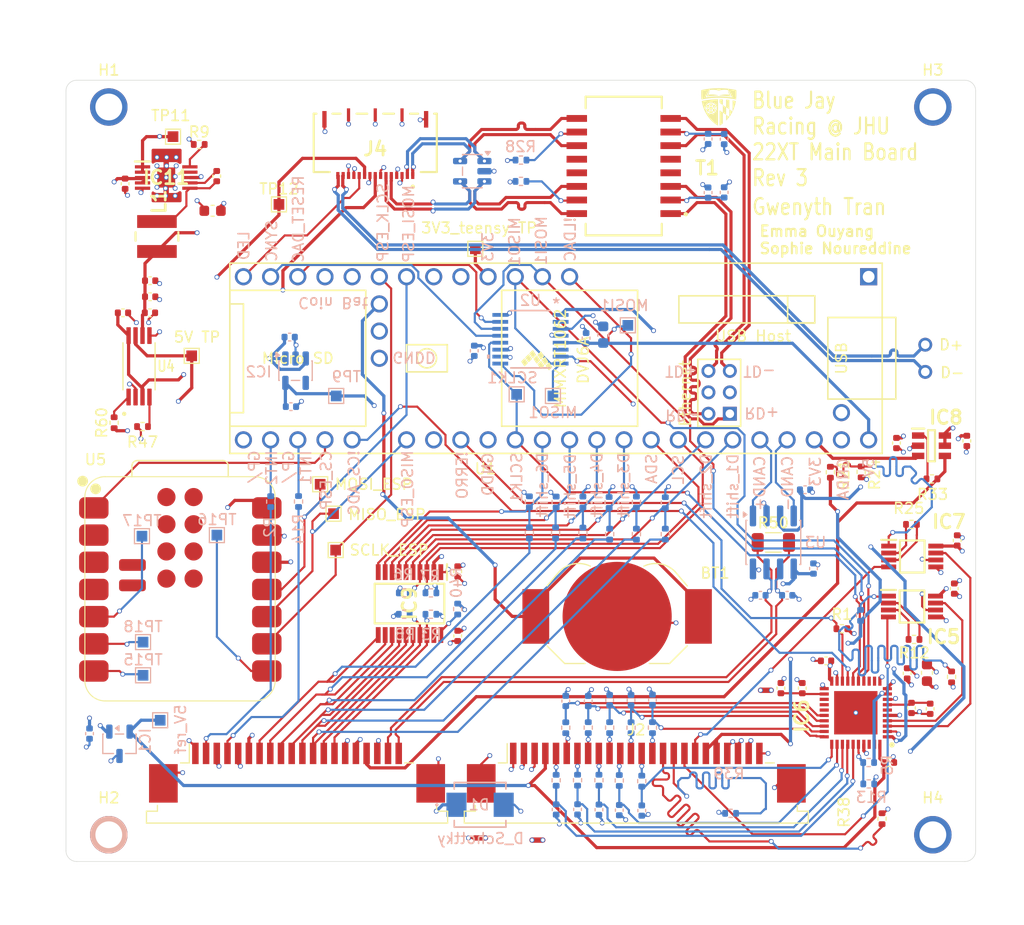
<source format=kicad_pcb>
(kicad_pcb (version 20241229) (generator "pcbnew") (generator_version "9.0")
  (layers (0 "F.Cu" signal) (4 "In1.Cu" power) (6 "In2.Cu" power) (2 "B.Cu" signal) (13 "F.Paste" user) (15 "B.Paste" user) (5 "F.SilkS" user "F.Silkscreen") (7 "B.SilkS" user "B.Silkscreen") (1 "F.Mask" user) (3 "B.Mask" user) (25 "Edge.Cuts" user))
  (net 0 "")
  (net 1 "GNDA")
  (net 2 "2V5")
  (net 3 "5V_usb")
  (net 4 "5V")
  (net 5 "11.1V_battery")
  (net 6 "sg1+")
  (net 7 "sg2+")
  (net 8 "3V3_out")
  (net 9 "SDA_mag")
  (net 10 "SCL_mag")
  (net 11 "DN6")
  (net 12 "AN5")
  (net 13 "DN4")
  (net 14 "AN4")
  (net 15 "DN5")
  (net 16 "RX-")
  (net 17 "DN2")
  (net 18 "GP{slash}Int1")
  (net 19 "Net-(BT1-+)")
  (net 20 "AN10")
  (net 21 "RX+")
  (net 22 "AN2")
  (net 23 "PGND")
  (net 24 "AN3")
  (net 25 "DN1")
  (net 26 "usb-")
  (net 27 "AN1")
  (net 28 "TX-")
  (net 29 "sg_sense_1_FL")
  (net 30 "AN6")
  (net 31 "TX+")
  (net 32 "DN3")
  (net 33 "usb+")
  (net 34 "sg_sense_2_FR")
  (net 35 "AN7")
  (net 36 "AN8")
  (net 37 "GP{slash}Int2")
  (net 38 "3V3_teensy")
  (net 39 "AN9")
  (net 40 "CAN-")
  (net 41 "CAN+")
  (net 42 "GNDD")
  (net 43 "B-")
  (net 44 "5V_buck")
  (net 45 "Net-(IC6-REGCAPA)")
  (net 46 "Net-(IC6-REGCAPD)")
  (net 47 "5V_ref")
  (net 48 "A1_nyq")
  (net 49 "Net-(T1-TCT)")
  (net 50 "Net-(T1-RCT)")
  (net 51 "A2_nyq")
  (net 52 "A3_nyq")
  (net 53 "A4_nyq")
  (net 54 "A5_nyq")
  (net 55 "11.1V")
  (net 56 "A6_nyq")
  (net 57 "A7_nyq")
  (net 58 "A8_nyq")
  (net 59 "A9_nyq")
  (net 60 "A10_nyq")
  (net 62 "Net-(IC11-SW)")
  (net 63 "!ERROR")
  (net 64 "D6_shift")
  (net 65 "SDA")
  (net 66 "SCL")
  (net 67 "Net-(IC5-RG_1)")
  (net 68 "Net-(IC5-RG_2)")
  (net 69 "D1_shift")
  (net 70 "D2_shift")
  (net 71 "sg1-")
  (net 72 "sg2-")
  (net 73 "Net-(IC7-RG_1)")
  (net 74 "Net-(IC7-RG_2)")
  (net 75 "D3_shift")
  (net 76 "Net-(T1-RXCT)")
  (net 77 "Net-(T1-TXCT)")
  (net 78 "D4_shift")
  (net 79 "D5_shift")
  (net 80 "Net-(IC8-OUTA)")
  (net 81 "Net-(IC9-EN)")
  (net 82 "Net-(U4-ILIM)")
  (net 83 "Net-(U4-STAT)")
  (net 84 "MISO_ESP")
  (net 85 "MOSI_ESP")
  (net 86 "SCLK_ESP")
  (net 87 "MISO1")
  (net 88 "MOSI1")
  (net 89 "SCLK1")
  (net 90 "CAND+")
  (net 91 "CAND-")
  (net 92 "sg1")
  (net 93 "bias_A")
  (net 97 "2V5_ref")
  (net 100 "sg2")
  (net 103 "!CS_ADC")
  (net 104 "bias_B")
  (net 105 "3V3_to_buff")
  (net 106 "CS_ESP")
  (net 109 "TD+")
  (net 110 "RD-")
  (net 111 "RD+")
  (net 112 "TD-")
  (net 116 "!LDAC")
  (net 117 "SYNC")
  (net 120 "Net-(IC11-BOOST)")
  (net 121 "Net-(IC11-RT)")
  (net 123 "Net-(U1-34_RX8)")
  (net 124 "Net-(U1-35_TX8)")
  (net 125 "LED_CONTROL")
  (net 126 "3V3_esp")
  (net 128 "Net-(U5-GPIO21{slash}D6{slash}TX)")
  (net 129 "Net-(U5-GPIO20{slash}D7{slash}RX)")
  (net 131 "Net-(U5-GPIO6{slash}D4{slash}SDA)")
  (net 133 "Net-(U5-GPIO7{slash}D5{slash}SCL)")
  (net 142 "Net-(IC6-AIN14)")
  (net 143 "RESET_DAC")
  (footprint "TestPoint:TestPoint_Pad_1.0x1.0mm" (layer "F.Cu") (at 62.75 40.25 90)
    (property "Reference" "TP7" (hide yes))
    (property "Value" "5V TP")
  )
  (footprint "TestPoint:TestPoint_Pad_1.0x1.0mm" (layer "F.Cu") (at 70.9 26.1)
    (property "Reference" "TP12")
    (property "Value" "5V_usb")
  )
  (footprint "MountingHole:MountingHole_2.5mm_Pad" (layer "F.Cu") (at 132 85)
    (property "Reference" "H4")
    (property "Value" "MountingHole")
  )
  (footprint "22XT_Main:SOP50P490X110-11N" (layer "F.Cu") (at 60.365 23.591)
    (property "Reference" "IC11")
    (property "Value" "LT3973EMSE-5#PBF" (hide yes))
  )
  (footprint "Capacitor_SMD:C_0402_1005Metric" (layer "F.Cu") (at 131.75 73.23 -90)
    (property "Reference" "C13" (hide yes))
    (property "Value" "1uF")
  )
  (footprint "Capacitor_SMD:C_0402_1005Metric" (layer "F.Cu") (at 65.085 23.46 -90)
    (property "Reference" "C38" (hide yes))
    (property "Value" "0.47uF")
  )
  (footprint "Capacitor_SMD:C_0402_1005Metric" (layer "F.Cu") (at 87.6 60.4 -90)
    (property "Reference" "C40" (hide yes))
    (property "Value" "0.1uF")
  )
  (footprint "Capacitor_SMD:C_0402_1005Metric" (layer "F.Cu") (at 128.6 48.4 -90)
    (property "Reference" "C21" (hide yes))
    (property "Value" "0.1uF")
  )
  (footprint "22XT_Main:749013011" (layer "F.Cu") (at 103.115 22.515 90)
    (property "Reference" "T1")
    (property "Value" "749013011" (hide yes))
  )
  (footprint "22XT_Main:SOT95P280X145-6N" (layer "F.Cu") (at 131.874 48.65)
    (property "Reference" "IC8")
    (property "Value" "AD8591ARTZ-REEL7" (hide yes))
  )
  (footprint "Capacitor_SMD:C_0402_1005Metric" (layer "F.Cu") (at 122.02 68.75 180)
    (property "Reference" "C20" (hide yes))
    (property "Value" "0.1uF")
  )
  (footprint "Resistor_SMD:R_0402_1005Metric" (layer "F.Cu") (at 127.25 83.5 90)
    (property "Reference" "R38")
    (property "Value" "120R (0.1%)")
  )
  (footprint "Capacitor_SMD:C_0402_1005Metric" (layer "F.Cu") (at 129.6 69.92 90)
    (property "Reference" "C16" (hide yes))
    (property "Value" "0.1uF")
  )
  (footprint "Resistor_SMD:R_1206_3216Metric" (layer "F.Cu") (at 117.095 57.6866)
    (property "Reference" "R50")
    (property "Value" "120")
  )
  (footprint "Capacitor_SMD:C_0402_1005Metric" (layer "F.Cu") (at 56.525 24.17 -90)
    (property "Reference" "C39" (hide yes))
    (property "Value" "4.7uF")
  )
  (footprint "TestPoint:TestPoint_Pad_1.0x1.0mm" (layer "F.Cu") (at 61 19.77)
    (property "Reference" "TP11")
    (property "Value" "5V_buck")
  )
  (footprint "Resistor_SMD:R_0402_1005Metric" (layer "F.Cu") (at 125.3 51.1 -90)
    (property "Reference" "R24")
    (property "Value" "120R (0.1%)" (hide yes))
  )
  (footprint "Capacitor_SMD:C_0402_1005Metric" (layer "F.Cu") (at 87.6 66.42 -90)
    (property "Reference" "C26" (hide yes))
    (property "Value" "0.1uF")
  )
  (footprint "22XT_Main:SOP65P490X110-8N" (layer "F.Cu") (at 130.05 63.675)
    (property "Reference" "IC5")
    (property "Value" "INA827AIDGK" (hide yes))
  )
  (footprint "Resistor_SMD:R_0402_1005Metric" (layer "F.Cu") (at 55.5 46.5 90)
    (property "Reference" "R60")
    (property "Value" "100k")
  )
  (footprint "TestPoint:TestPoint_Pad_1.0x1.0mm" (layer "F.Cu") (at 74.75 52.25)
    (property "Reference" "TP2" (hide yes))
    (property "Value" "MOSI_ESP")
  )
  (footprint "MountingHole:MountingHole_2.5mm_Pad" (layer "F.Cu") (at 132 17)
    (property "Reference" "H3")
    (property "Value" "MountingHole")
  )
  (footprint "Capacitor_SMD:C_0402_1005Metric" (layer "F.Cu") (at 130 73.15 -90)
    (property "Reference" "C18" (hide yes))
    (property "Value" "0.1uF")
  )
  (footprint "TestPoint:TestPoint_Pad_1.0x1.0mm" (layer "F.Cu") (at 76 55)
    (property "Reference" "TP1" (hide yes))
    (property "Value" "MISO_ESP")
  )
  (footprint "22XT_Main:BJR_LOGO" (layer "F.Cu") (at 112 17)
    (property "Reference" "G***" (hide yes))
    (property "Value" "BJR_LOGO" (hide yes))
  )
  (footprint "Capacitor_SMD:C_0402_1005Metric" (layer "F.Cu") (at 135.174 48.2 90)
    (property "Reference" "C27" (hide yes))
    (property "Value" "0.1uF")
  )
  (footprint "Capacitor_SMD:C_0402_1005Metric" (layer "F.Cu") (at 134.275 57.5 90)
    (property "Reference" "C23" (hide yes))
    (property "Value" "0.1uF" (hide yes))
  )
  (footprint "Resistor_SMD:R_0402_1005Metric" (layer "F.Cu") (at 123.5 65.75)
    (property "Reference" "R1")
    (property "Value" "10k")
  )
  (footprint "MountingHole:MountingHole_2.5mm_Pad" (layer "F.Cu") (at 55 17)
    (property "Reference" "H1")
    (property "Value" "MountingHole")
  )
  (footprint "Resistor_SMD:R_0402_1005Metric" (layer "F.Cu") (at 63.45 20.5)
    (property "Reference" "R9")
    (property "Value" "215k")
  )
  (footprint "Capacitor_SMD:C_0402_1005Metric" (layer "F.Cu") (at 119.8 71.3 90)
    (property "Reference" "C14" (hide yes))
    (property "Value" "0.1uF")
  )
  (footprint "Capacitor_SMD:C_0402_1005Metric" (layer "F.Cu") (at 58.845 36.23)
    (property "Reference" "C8" (hide yes))
    (property "Value" "0.1uF")
  )
  (footprint "Resistor_SMD:R_0402_1005Metric" (layer "F.Cu") (at 133.75 70.25 -90)
    (property "Reference" "R22" (hide yes))
    (property "Value" "120R (0.1%)" (hide yes))
  )
  (footprint "Capacitor_SMD:C_0603_1608Metric" (layer "F.Cu") (at 64.7 26.7)
    (property "Reference" "C61" (hide yes))
    (property "Value" "22uF")
  )
  (footprint "Resistor_SMD:R_0402_1005Metric" (layer "F.Cu") (at 130 56)
    (property "Reference" "R25")
    (property "Value" "64.2k (0.1%)" (hide yes))
  )
  (footprint "Battery:BatteryHolder_LINX_BAT-HLD-012-SMT" (layer "F.Cu") (at 102.5 64.6 180)
    (property "Reference" "BT1")
    (property "Value" "Battery_Cell")
  )
  (footprint "Capacitor_SMD:C_0402_1005Metric" (layer "F.Cu") (at 58.865 33.23)
    (property "Reference" "C36" (hide yes))
    (property "Value" "4.7uF")
  )
  (footprint "Resistor_SMD:R_0402_1005Metric" (layer "F.Cu") (at 122.425 51.125 90)
    (property "Reference" "R21")
    (property "Value" "120R (0.1%)")
  )
  (footprint "Resistor_SMD:R_0402_1005Metric" (layer "F.Cu") (at 130.24 66.75 180)
    (property "Reference" "R12")
    (property "Value" "64.2k (0.1%)" (hide yes))
  )
  (footprint "Capacitor_SMD:C_0402_1005Metric" (layer "F.Cu") (at 117.8 71.3 90)
    (property "Reference" "C19" (hide yes))
    (property "Value" "1uF")
  )
  (footprint "Capacitor_SMD:C_0402_1005Metric" (layer "F.Cu") (at 127.9 78.25 180)
    (property "Reference" "C17" (hide yes))
    (property "Value" "0.1uF" (hide yes))
  )
  (footprint "22XT_Main:QFN50P600X600X80-41N-D" (layer "F.Cu") (at 124.8 73.6 180)
    (property "Reference" "IC6")
    (property "Value" "AD7175-8BCPZ-RL7" (hide yes))
  )
  (footprint "22XT_Main:SOP65P640X120-8N" (layer "F.Cu") (at 57.825 41.23 90)
    (property "Reference" "U4")
    (property "Value" "TPS2115APWR")
  )
  (footprint "Capacitor_SMD:C_0402_1005Metric" (layer "F.Cu") (at 134 62 90)
    (property "Reference" "C22" (hide yes))
    (property "Value" "0.1uF" (hide yes))
  )
  (footprint "Connector_FFC-FPC:TE_2-84952-0_1x20-1MP_P1.0mm_Horizontal" (layer "F.Cu") (at 72.59 79.2)
    (property "Reference" "J3" (hide yes))
    (property "Value" "FFC Digital")
  )
  (footprint "Resistor_SMD:R_0402_1005Metric" (layer "F.Cu") (at 131.914 51.75 180)
    (property "Reference" "R33")
    (property "Value" "20R")
  )
  (footprint "Connector_FFC-FPC:TE_2-84952-4_1x24-1MP_P1.0mm_Horizontal" (layer "F.Cu") (at 104.29 79.2)
    (property "Reference" "J2")
    (property "Value" "FFC Analog")
  )
  (footprint "22XT_Main:NRS4012T150MDGJ" (layer "F.Cu") (at 59.5 29.1 -90)
    (property "Reference" "L1")
    (property "Value" "15uH" (hide yes))
  )
  (footprint "TestPoint:TestPoint_Pad_1.0x1.0mm" (layer "F.Cu") (at 76.2 58.4)
    (property "Reference" "TP3" (hide yes))
    (property "Value" "SCLK_ESP")
  )
  (footprint "Resistor_SMD:R_0402_1005Metric" (layer "F.Cu") (at 58.15 46.86 180)
    (property "Reference" "R47")
    (property "Value" "400R")
  )
  (footprint "TestPoint:TestPoint_Pad_1.0x1.0mm" (layer "F.Cu") (at 89.25 30.25)
    (property "Reference" "TP10" (hide yes))
    (property "Value" "3V3_teensy TP")
  )
  (footprint "Capacitor_SMD:C_0402_1005Metric" (layer "F.Cu") (at 56.325 36.23)
    (property "Reference" "C9" (hide yes))
    (property "Value" "0.1uF")
  )
  (footprint "22XT_Main:SOP65P490X110-8N" (layer "F.Cu") (at 130.075 59)
    (property "Reference" "IC7")
    (property "Value" "INA827AIDGK" (hide yes))
  )
  (footprint "22XT_Main:XIAO-ESP32S3-SMD" (layer "F.Cu") (at 61.661364 62.033)
    (property "Reference" "U5")
    (property "Value" "XIAO-ESP32-S3")
  )
  (footprint "NetTie:NetTie-2_SMD_Pad0.5mm" (layer "F.Cu") (at 116.4 71.5)
    (property "Reference" "NT1" (hide yes))
    (property "Value" "NetTie_2" (hide yes))
  )
  (footprint "Capacitor_SMD:C_0402_1005Metric" (layer "F.Cu") (at 58.865 34.73)
    (property "Reference" "C10" (hide yes))
    (property "Value" "4.7uF")
  )
  (footprint "MountingHole:MountingHole_2.5mm_Pad" (layer "F.Cu") (at 55 85)
    (property "Reference" "H2")
    (property "Value" "MountingHole")
  )
  (footprint "NetTie:NetTie-2_SMD_Pad0.5mm" (layer "F.Cu") (at 89.7 85.3)
    (property "Reference" "NT2" (hide yes))
    (property "Value" "NetTie_2" (hide yes))
  )
  (footprint "Capacitor_SMD:C_0603_1608Metric" (layer "F.Cu") (at 131.45 69.87 90)
    (property "Reference" "C15" (hide yes))
    (property "Value" "10uF")
  )
  (footprint "22XT_Main:FH4115S05SH05" (layer "F.Cu") (at 79.9 20.913 180)
    (property "Reference" "J4")
    (property "Value" "FFC Main to Peripheral" (hide yes))
  )
  (footprint "NetTie:NetTie-2_SMD_Pad0.5mm" (layer "F.Cu") (at 95.05 85.5 180)
    (property "Reference" "NT3" (hide yes))
    (property "Value" "NetTie_2" (hide yes))
  )
  (footprint "22XT_Main:SOP65P640X120-20N" (layer "F.Cu") (at 83.1 63.4 -90)
    (property "Reference" "IC9")
    (property "Value" "LSF0108PWR" (hide yes))
  )
  (footprint "22XT_Main:Teensy41" (layer "F.Cu") (at 96.79 40.48 180)
    (property "Reference" "U1")
    (property "Value" "Teensy4.1")
  )
  (footprint "Resistor_SMD:R_0402_1005Metric" (layer "B.Cu") (at 102.7 79.93 90)
    (property "Reference" "R49" (hide yes))
    (property "Value" "1.6k" (hide yes))
  )
  (footprint "Resistor_SMD:R_0402_1005Metric" (layer "B.Cu") (at 107 53.97 90)
    (property "Reference" "R17" (hide yes))
    (property "Value" "DNP" (hide yes))
  )
  (footprint "Resistor_SMD:R_0402_1005Metric" (layer "B.Cu") (at 96.8 79.91 90)
    (property "Reference" "R65" (hide yes))
    (property "Value" "1.6k" (hide yes))
  )
  (footprint "Resistor_SMD:R_0402_1005Metric" (layer "B.Cu") (at 93.515 23.95)
    (property "Reference" "R27" (hide yes))
    (property "Value" "52.3R")
  )
  (footprint "Resistor_SMD:R_0402_1005Metric" (layer "B.Cu") (at 85.1 64.4 180)
    (property "Reference" "R3")
    (property "Value" "1.69k")
  )
  (footprint "Package_TO_SOT_SMD:SOT-23-3" (layer "B.Cu") (at 56 76.5 -90)
    (property "Reference" "IC1")
    (property "Value" "MAX6105EUR+T")
  )
  (footprint "Resistor_SMD:R_0402_1005Metric" (layer "B.Cu") (at 94.3 56.8 90)
    (property "Reference" "R4" (hide yes))
    (property "Value" "DNP" (hide yes))
  )
  (footprint "Capacitor_SMD:C_0402_1005Metric" (layer "B.Cu") (at 120.06 52.7616 180)
    (property "Reference" "C3" (hide yes))
    (property "Value" "0.1uF" (hide yes))
  )
  (footprint "Package_SO:SOIC-8_3.9x4.9mm_P1.27mm" (layer "B.Cu") (at 117.095 57.6866 -90)
    (property "Reference" "U3")
    (property "Value" "MCP2562FD-E/SN")
  )
  (footprint "22XT_Main:DO-214BA_MCH" (layer "B.Cu") (at 89.693 82.2)
    (property "Reference" "D1")
    (property "Value" "D_Schottky")
  )
  (footprint "Resistor_SMD:R_0402_1005Metric" (layer "B.Cu") (at 126.01 80.25)
    (property "Reference" "R13")
    (property "Value" "100R")
  )
  (footprint "Capacitor_SMD:C_0402_1005Metric" (layer "B.Cu") (at 98.8 82.63 -90)
    (property "Reference" "C45" (hide yes))
    (property "Value" "0.1uF" (hide yes))
  )
  (footprint "Resistor_SMD:R_0402_1005Metric" (layer "B.Cu") (at 104.3 53.91 90)
    (property "Reference" "R18" (hide yes))
    (property "Value" "DNP" (hide yes))
  )
  (footprint "Capacitor_SMD:C_0402_1005Metric" (layer "B.Cu") (at 112.5 19.998685 90)
    (property "Reference" "C29" (hide yes))
    (property "Value" "0.1uF")
  )
  (footprint "Resistor_SMD:R_0402_1005Metric" (layer "B.Cu") (at 101.8 56.91 90)
    (property "Reference" "R29" (hide yes))
    (property "Value" "DNP" (hide yes))
  )
  (footprint "Capacitor_SMD:C_0402_1005Metric" (layer "B.Cu") (at 99.6 38.6 -90)
    (property "Reference" "C12" (hide yes))
    (property "Value" "0.1uF")
  )
  (footprint "Package_TO_SOT_SMD:SOT-23-5" (layer "B.Cu") (at 72.45 41.6375 -90)
    (property "Reference" "IC2")
    (property "Value" "LP5907MFX-2.5_NOPB")
  )
  (footprint "Resistor_SMD:R_0402_1005Metric" (layer "B.Cu") (at 103.8 75 -90)
    (property "Reference" "R44" (hide yes))
    (property "Value" "1.6k" (hide yes))
  )
  (footprint "Resistor_SMD:R_0402_1005Metric" (layer "B.Cu") (at 93.515 21.96)
    (property "Reference" "R28")
    (property "Value" "52.3R")
  )
  (footprint "Capacitor_SMD:C_0402_1005Metric" (layer "B.Cu") (at 102.7 82.7 -90)
    (property "Reference" "C43" (hide yes))
    (property "Value" "0.1uF" (hide yes))
  )
  (footprint "Capacitor_SMD:C_0402_1005Metric" (layer "B.Cu") (at 104.8 82.74 -90)
    (property "Reference" "C42" (hide yes))
    (property "Value" "0.1uF" (hide yes))
  )
  (footprint "Resistor_SMD:R_0402_1005Metric" (layer "B.Cu") (at 104.3 56.91 90)
    (property "Reference" "R19" (hide yes))
    (property "Value" "DNP" (hide yes))
  )
  (footprint "TestPoint:TestPoint_Pad_1.0x1.0mm" (layer "B.Cu") (at 96.5 44 180)
    (property "Reference" "TP4" (hide yes))
    (property "Value" "MISO1")
  )
  (footprint "Capacitor_SMD:C_0402_1005Metric" (layer "B.Cu") (at 103.8 72.42 90)
    (property "Reference" "C35" (hide yes))
    (property "Value" "0.1uF" (hide yes))
  )
  (footprint "Resistor_SMD:R_0402_1005Metric" (layer "B.Cu") (at 101.75 53.95 90)
    (property "Reference" "R26" (hide yes))
    (property "Value" "DNP" (hide yes))
  )
  (footprint "Resistor_SMD:R_0402_1005Metric" (layer "B.Cu") (at 97.7 75 -90)
    (property "Reference" "R41" (hide yes))
    (property "Value" "1.6k" (hide yes))
  )
  (footprint "Capacitor_SMD:C_0402_1005Metric" (layer "B.Cu") (at 72.02 45)
    (property "Reference" "C2" (hide yes))
    (property "Value" "1 uF")
  )
  (footprint "Capacitor_SMD:C_0603_1608Metric" (layer "B.Cu") (at 101.2 38.275 -90)
    (property "Reference" "C11" (hide yes))
    (property "Value" "10uF")
  )
  (footprint "TestPoint:TestPoint_Pad_1.0x1.0mm" (layer "B.Cu") (at 65.1 57 180)
    (property "Reference" "TP16")
    (property "Value" "RX_ESP")
  )
  (footprint "TestPoint:TestPoint_Pad_1.0x1.0mm" (layer "B.Cu") (at 103.5 37.4 180)
    (property "Reference" "TP5" (hide yes))
    (property "Value" "MOSI1")
  )
  (footprint "Resistor_SMD:R_0402_1005Metric" (layer "B.Cu") (at 99.3 53.91 90)
    (property "Reference" "R30" (hide yes))
    (property "Value" "DNP" (hide yes))
  )
  (footprint "Capacitor_SMD:C_0402_1005Metric" (layer "B.Cu") (at 118.39 62.6266)
    (property "Reference" "C51" (hide yes))
    (property "Value" "39pF")
  )
  (footprint "Capacitor_SMD:C_0402_1005Metric" (layer "B.Cu") (at 115.89 62.6266 180)
    (property "Reference" "C52" (hide yes))
    (property "Value" "39pF" (hide yes))
  )
  (footprint "Resistor_SMD:R_0402_1005Metric" (layer "B.Cu") (at 126 78.25 180)
    (property "Reference" "R5")
    (property "Value" "680R")
  )
  (footprint "Package_TO_SOT_SMD:SOT-23-5" (layer "B.Cu") (at 88.9625 23 180)
    (property "Reference" "D2" (hide yes))
    (property "Value" "RCLAMP3354S.TCT")
  )
  (footprint "TestPoint:TestPoint_Pad_1.0x1.0mm" (layer "B.Cu") (at 59.8 74.3 -90)
    (property "Reference" "TP13" (hide yes))
    (property "Value" "5V_ref")
  )
  (footprint "Capacitor_SMD:C_0402_1005Metric" (layer "B.Cu") (at 100.8 82.66 -90)
    (property "Reference" "C44" (hide yes))
    (property "Value" "0.1uF" (hide yes))
  )
  (footprint "Resistor_SMD:R_0402_1005Metric" (layer "B.Cu") (at 107 56.91 90)
    (property "Reference" "R16" (hide yes))
    (property "Value" "DNP" (hide yes))
  )
  (footprint "22XT_Main:RU_16_ADI" (layer "B.Cu") (at 94.4 38.7 180)
    (property "Reference" "U2")
    (property "Value" "AD5689RARUZ-RL7")
  )
  (footprint "Capacitor_SMD:C_0402_1005Metric" (layer "B.Cu") (at 71.9 38.498898)
    (property "Reference" "C1" (hide yes))
    (property "Value" "1 uF")
  )
  (footprint "Resistor_SMD:R_0402_1005Metric" (layer "B.Cu") (at 104.8 79.99 90)
    (property "Reference" "R48" (hide yes))
    (property "Value" "1.6k" (hide yes))
  )
  (footprint "Capacitor_SMD:C_0402_1005Metric" (layer "B.Cu") (at 96.8 82.64 -90)
    (property "Reference" "C46" (hide yes))
    (property "Value" "0.1uF" (hide yes))
  )
  (footprint "Resistor_SMD:R_0402_1005Metric" (layer "B.Cu") (at 85.1 62.4 180)
    (property "Reference" "R7")
    (property "Value" "1.07k")
  )
  (footprint "Resistor_SMD:R_0402_1005Metric" (layer "B.Cu") (at 101.8 74.99 -90)
    (property "Reference" "R43" (hide yes))
    (property "Value" "1.6k" (hide yes))
  )
  (footprint "Resistor_SMD:R_0402_1005Metric" (layer "B.Cu") (at 113.1 83 180)
    (property "Reference" "R39")
    (property "Value" "120R (0.1%)")
  )
  (footprint "Resistor_SMD:R_0402_1005Metric" (layer "B.Cu") (at 87.6 63.91 -90)
    (property "Reference" "R40")
    (property "Value" "200k")
  )
  (footprint "TestPoint:TestPoint_Pad_1.0x1.0mm" (layer "B.Cu") (at 58.2 70.1 180)
    (property "Reference" "TP15")
    (property "Value" "TX_ESP")
  )
  (footprint "Resistor_SMD:R_0402_1005Metric" (layer "B.Cu") (at 98.8 79.9 90)
    (property "Reference" "R64" (hide yes))
    (property "Value" "1.6k" (hide yes))
  )
  (footprint "Capacitor_SMD:C_0402_1005Metric" (layer "B.Cu") (at 101.8 72.42 90)
    (property "Reference" "C34" (hide yes))
    (property "Value" "0.1uF" (hide yes))
  )
  (footprint "TestPoint:TestPoint_Pad_1.0x1.0mm" (layer "B.Cu") (at 93.1111 43.85)
    (property "Reference" "TP6" (hide yes))
    (property "Value" "SCLK1")
  )
  (footprint "Capacitor_SMD:C_0402_1005Metric" (layer "B.Cu") (at 111 24.998685 -90)
    (property "Reference" "C32" (hide yes))
    (property "Value" "0.1uF")
  )
  (footprint "TestPoint:TestPoint_Pad_1.0x1.0mm" (layer "B.Cu") (at 76.25 44 -90)
    (property "Reference" "TP9")
    (property "Value" "2V5 TP")
  )
  (footprint "Resistor_SMD:R_0402_1005Metric" (layer "B.Cu") (at 72.73 53.8616 90)
    (property "Reference" "R14")
    (property "Value" "47")
  )
  (footprint "Resistor_SMD:R_0402_1005Metric" (layer "B.Cu") (at 82.61 62.4)
    (property "Reference" "R6")
    (property "Value" "1.07k")
  )
  (footprint "Resistor_SMD:R_0402_1005Metric" (layer "B.Cu") (at 70.13 53.8716 90)
    (property "Reference" "R2")
    (property "Value" "47")
  )
  (footprint "Resistor_SMD:R_0402_1005Metric" (layer "B.Cu") (at 82.6 64.4)
    (property "Reference" "R8")
    (property "Value" "1.69k")
  )
  (footprint "Resistor_SMD:R_0402_1005Metric" (layer "B.Cu") (at 105.8 74.99 -90)
    (property "Reference" "R46" (hide yes))
    (property "Value" "1.6k" (hide yes))
  )
  (footprint "Capacitor_SMD:C_0402_1005Metric" (layer "B.Cu") (at 99.8 72.51 90)
    (property "Reference" "C33" (hide yes))
    (property "Value" "0.1uF" (hide yes))
  )
  (footprint "Capacitor_SMD:C_0402_1005Metric" (layer "B.Cu") (at 53.2 75.55 90)
    (property "Reference" "C41" (hide yes))
    (property "Value" "0.1uF")
  )
  (footprint "Capacitor_SMD:C_0402_1005Metric" (layer "B.Cu") (at 105.8 72.39 90)
    (property "Reference" "C37" (hide yes))
    (property "Value" "0.1uF" (hide yes))
  )
  (footprint "TestPoint:TestPoint_Pad_1.0x1.0mm" (layer "B.Cu") (at 58.1 57.1 180)
    (property "Reference" "TP17")
    (property "Value" "SDA_ESP")
  )
  (footprint "Resistor_SMD:R_0402_1005Metric" (layer "B.Cu") (at 100.8 79.9 90)
    (property "Reference" "R63" (hide yes))
    (property "Value" "1.6k" (hide yes))
  )
  (footprint "Resistor_SMD:R_0402_1005Metric" (layer "B.Cu") (at 125.25 64.5 90)
    (property "Reference" "R20" (hide yes))
    (property "Value" "120R (0.1%)" (hide yes))
  )
  (footprint "Capacitor_SMD:C_0402_1005Metric" (layer "B.Cu") (at 89.15 39.78 -90)
    (property "Reference" "C24" (hide yes))
    (property "Value" "0.1uF")
  )
  (footprint "Capacitor_SMD:C_0402_1005Metric" (layer "B.Cu") (at 97.7 72.5 90)
    (property "Reference" "C28" (hide yes))
    (property "Value" "0.1uF" (hide yes))
  )
  (footprint "Capacitor_SMD:C_0402_1005Metric" (layer "B.Cu") (at 112.5 24.978685 -90)
    (property "Reference" "C31" (hide yes))
    (property "Value" "0.1uF")
  )
  (footprint "TestPoint:TestPoint_Pad_1.0x1.0mm" (layer "B.Cu") (at 58.2 67 180)
    (property "Reference" "TP18")
    (property "Value" "SCL_ESP")
  )
  (footprint "Capacitor_SMD:C_0402_1005Metric" (layer "B.Cu") (at 120.845 60.1266 -90)
    (property "Reference" "C4" (hide yes))
    (property "Value" "0.1uF")
  )
  (footprint "Resistor_SMD:R_0402_1005Metric" (layer "B.Cu") (at 94.3 53.89 -90)
    (property "Reference" "R15" (hide yes))
    (property "Value" "DNP" (hide yes))
  )
  (footprint "Resistor_SMD:R_0402_1005Metric" (layer "B.Cu") (at 99.8 74.99 -90)
    (property "Reference" "R42" (hide yes))
    (property "Value" "1.6k" (hide yes))
  )
  (footprint "Resistor_SMD:R_0402_1005Metric" (layer "B.Cu") (at 96.75 56.8 90)
    (property "Reference" "R34" (hide yes))
    (property "Value" "DNP" (hide yes))
  )
  (footprint "Resistor_SMD:R_0402_1005Metric" (layer "B.Cu") (at 99.3 56.81 90)
    (property "Reference" "R31" (hide yes))
    (property "Value" "DNP" (hide yes))
  )
  (footprint "Capacitor_SMD:C_0402_1005Metric" (layer "B.Cu") (at 111 19.978685 90)
    (property "Reference" "C30" (hide yes))
    (property "Value" "0.1uF")
  )
  (footprint "Resistor_SMD:R_0402_1005Metric" (layer "B.Cu") (at 96.8 53.91 90)
    (property "Reference" "R32" (hide yes))
    (property "Value" "DNP" (hide yes))
  )
  (gr_arc (start 52 87.5) (mid 51.292893 87.207107) (end 51 86.5) (stroke (width 0.05)) (layer "Edge.Cuts"))
  (gr_line (start 136 15.5) (end 136 86.5) (stroke (width 0.05)) (layer "Edge.Cuts"))
  (gr_line (start 135 14.5) (end 52 14.5) (stroke (width 0.05)) (layer "Edge.Cuts"))
  (gr_arc (start 51 15.5) (mid 51.292893 14.792893) (end 52 14.5) (stroke (width 0.05)) (layer "Edge.Cuts"))
  (gr_line (start 52 87.5) (end 135 87.5) (stroke (width 0.05)) (layer "Edge.Cuts"))
  (gr_arc (start 135 14.5) (mid 135.707107 14.792893) (end 136 15.5) (stroke (width 0.05)) (layer "Edge.Cuts"))
  (gr_arc (start 136 86.5) (mid 135.707107 87.207107) (end 135 87.5) (stroke (width 0.05)) (layer "Edge.Cuts"))
  (gr_line (start 51 15.5) (end 51 86.5) (stroke (width 0.05)) (layer "Edge.Cuts"))
  (gr_text "D-\n" (at 132.6 42.4 0) (layer "F.SilkS") (effects (font (size 1 1)) (justify left bottom)))
  (gr_text "Gwenyth Tran" (at 115 27.2 0) (layer "F.SilkS") (effects (font (size 1.5 1.25) (thickness 0.2) (bold yes)) (justify left bottom)))
  (gr_text "Blue Jay\nRacing @ JHU\n22XT Main Board \nRev 3\n" (at 115 24.5 0) (layer "F.SilkS") (effects (font (size 1.5 1.2) (thickness 0.2) (bold yes)) (justify left bottom)))
  (gr_text "D+\n" (at 132.5 39.8 0) (layer "F.SilkS") (effects (font (size 1 1)) (justify left bottom)))
  (gr_text "Emma Ouyang\nSophie Noureddine" (at 115.7 30.8 0) (layer "F.SilkS") (effects (font (size 1 1) (thickness 0.2) (bold yes)) (justify left bottom)))
  (gr_text "!CS_ADC" (at 78.5 49 90) (layer "B.SilkS") (effects (font (size 1 1)) (justify left bottom mirror)))
  (gr_text "D3_shift" (at 103.7 49.2 90) (layer "B.SilkS") (effects (font (size 1 1)) (justify left bottom mirror)))
  (gr_text "MOSI_ESP" (at 83.6 24.2 90) (layer "B.SilkS") (effects (font (size 1 1)) (justify left bottom mirror)))
  (gr_text "GP/\nINT2" (at 70.8 49 90) (layer "B.SilkS") (effects (font (size 1 1)) (justify left bottom mirror)))
  (gr_text "GP/\nINT1\n" (at 74 49 90) (layer "B.SilkS") (effects (font (size 1 1)) (justify left bottom mirror)))
  (gr_text "LED" (at 68.2 28.5 90) (layer "B.SilkS") (effects (font (size 1 1)) (justify left bottom mirror)))
  (gr_text "D2_shift" (at 111.4 49.3 90) (layer "B.SilkS") (effects (font (size 1 1)) (justify left bottom mirror)))
  (gr_text "CS_ESP" (at 75.9 49 90) (layer "B.SilkS") (effects (font (size 1 1)) (justify left bottom mirror)))
  (gr_text "SCLK1" (at 93.7 49.2 90) (layer "B.SilkS") (effects (font (size 1 1)) (justify left bottom mirror)))
  (gr_text "5V" (at 126.6 49.7 90) (layer "B.SilkS") (effects (font (size 1 1)) (justify left bottom mirror)))
  (gr_text "TD+" (at 106.9 41.1 180) (layer "B.SilkS") (effects (font (size 1 1)) (justify left bottom mirror)))
  (gr_text "SCLK_ESP" (at 81.2 24 90) (layer "B.SilkS") (effects (font (size 1 1)) (justify left bottom mirror)))
  (gr_text "RESET_DAC" (at 73.3 23.3 90) (layer "B.SilkS") (effects (font (size 1 1)) (justify left bottom mirror)))
  (gr_text "GNDD" (at 81.4 39.8 180) (layer "B.SilkS") (effects (font (size 1 1)) (justify left bottom mirror)))
  (gr_text "RD+" (at 114.3 45 180) (layer "B.SilkS") (effects (font (size 1 1)) (justify left bottom mirror)))
  (gr_text "GNDA" (at 124.2 49.7 90) (layer "B.SilkS") (effects (font (size 1 1)) (justify left bottom mirror)))
  (gr_text "SYNC" (at 70.8 27.5 90) (layer "B.SilkS") (effects (font (size 1 1)) (justify left bottom mirror)))
  (gr_text "GNDD" (at 91 49.2 90) (layer "B.SilkS") (effects (font (size 1 1)) (justify left bottom mirror)))
  (gr_text "MOSI1" (at 96 27.1 90) (layer "B.SilkS") (effects (font (size 1 1)) (justify left bottom mirror)))
  (gr_text "SCL" (at 108.8 49.4 90) (layer "B.SilkS") (effects (font (size 1 1)) (justify left bottom mirror)))
  (gr_text "CAND+" (at 116.4 49.5 90) (layer "B.SilkS") (effects (font (size 1 1)) (justify left bottom mirror)))
  (gr_text "!LDAC" (at 98.7 27.2 90) (layer "B.SilkS") (effects (font (size 1 1)) (justify left bottom mirror)))
  (gr_text "RD-" (at 106.9 45.2 180) (layer "B.SilkS") (effects (font (size 1 1)) (justify left bottom mirror)))
  (gr_text "D4_shift" (at 101.2 49.2 90) (layer "B.SilkS") (effects (font (size 1 1)) (justify left bottom mirror)))
  (gr_text "D1_shift" (at 113.9 49.3 90) (layer "B.SilkS") (effects (font (size 1 1)) (justify left bottom mirror)))
  (gr_text "3V3" (at 91 28.6 90) (layer "B.SilkS") (effects (font (size 1 1)) (justify left bottom mirror)))
  (gr_text "Coin Bat" (at 72.6 34.7 180) (layer "B.SilkS") (effects (font (size 1 1)) (justify left bottom mirror)))
  (gr_text "MISO_ESP\n" (at 83.5 49 90) (layer "B.SilkS") (effects (font (size 1 1)) (justify left bottom mirror)))
  (gr_text "3V3" (at 121.6 49.6 90) (layer "B.SilkS") (effects (font (size 1 1)) (justify left bottom mirror)))
  (gr_text "MISO1" (at 93.5 27.2 90) (layer "B.SilkS") (effects (font (size 1 1)) (justify left bottom mirror)))
  (gr_text "CAND-" (at 119 49.5 90) (layer "B.SilkS") (effects (font (size 1 1)) (justify left bottom mirror)))
  (gr_text "D5_shift\n" (at 98.7 49.3 90) (layer "B.SilkS") (effects (font (size 1 1)) (justify left bottom mirror)))
  (gr_text "TD-" (at 114.2 41.1 180) (layer "B.SilkS") (effects (font (size 1 1)) (justify left bottom mirror)))
  (gr_text "!ERRO" (at 88.6 49.1 90) (layer "B.SilkS") (effects (font (size 1 1)) (justify left bottom mirror)))
  (gr_text "D6_shift" (at 96.1 49.2 90) (layer "B.SilkS") (effects (font (size 1 1)) (justify left bottom mirror)))
  (gr_text "SDA" (at 106.3 49.3 90) (layer "B.SilkS") (effects (font (size 1 1)) (justify left bottom mirror)))
  (segment (start 132.275 60.025) (end 132.75 60.5) (width 0.2) (layer "F.Cu") (net 1))
  (segment (start 89.8 78.4) (end 90.6 77.6) (width 0.2) (layer "F.Cu") (net 1))
  (segment (start 130.624 48.65) (end 130.117747 48.65) (width 0.2) (layer "F.Cu") (net 1))
  (segment (start 127.25 82.99) (end 127.41 82.99) (width 0.2) (layer "F.Cu") (net 1))
  (segment (start 131.921269 69.39) (end 132.321212 69.789943) (width 0.2) (layer "F.Cu") (net 1))
  (segment (start 131.75 73.71) (end 130.96 73.71) (width 0.2) (layer "F.Cu") (net 1))
  (segment (start 128.38 77.779) (end 128.301 77.7) (width 0.2) (layer "F.Cu") (net 1))
  (segment (start 134.275 57.02) (end 134.52 57.02) (width 0.2) (layer "F.Cu") (net 1))
  (segment (start 127.41 82.99) (end 127.8 82.6) (width 0.2) (layer "F.Cu") (net 1))
  (segment (start 134.52 57.02) (end 134.75 57.25) (width 0.2) (layer "F.Cu") (net 1))
  (segment (start 127.05 70.65) (end 127.05 70.45) (width 0.2) (layer "F.Cu") (net 1))
  (segment (start 127.75 72.35) (end 128.420994 72.35) (width 0.2) (layer "F.Cu") (net 1))
  (segment (start 128.88 48.88) (end 129.25 49.25) (width 0.2) (layer "F.Cu") (net 1))
  (segment (start 114.79 76.41) (end 115 76.2) (width 0.2) (layer "F.Cu") (net 1))
  (segment (start 126.55 75.35) (end 124.8 73.6) (width 0.2) (layer "F.Cu") (net 1))
  (segment (start 128.38 78.25) (end 128.38 77.779) (width 0.2) (layer "F.Cu") (net 1))
  (segment (start 117.6 80.2) (end 118.78 80.2) (width 0.2) (layer "F.Cu") (net 1))
  (segment (start 127.05 70.45) (end 127.25 70.25) (width 0.2) (layer "F.Cu") (net 1))
  (segment (start 130.96 73.71) (end 130.75 73.5) (width 0.2) (layer "F.Cu") (net 1))
  (segment (start 135.174 49.2) (end 135.124 49.25) (width 0.2) (layer "F.Cu") (net 1))
  (segment (start 132.275 59.975) (end 132.275 60.025) (width 0.2) (layer "F.Cu") (net 1))
  (segment (start 131.45 69.39) (end 131.921269 69.39) (width 0.2) (layer "F.Cu") (net 1))
  (segment (start 130 73.63) (end 130.62 73.63) (width 0.2) (layer "F.Cu") (net 1))
  (segment (start 129.6 69.44) (end 129.775697 69.44) (width 0.2) (layer "F.Cu") (net 1))
  (segment (start 133.75 70.76) (end 133.75 71.05) (width 0.2) (layer "F.Cu") (net 1))
  (segment (start 134 61.52) (end 134.23 61.52) (width 0.2) (layer "F.Cu") (net 1))
  (segment (start 112.79 76.81) (end 113.3 76.3) (width 0.2) (layer "F.Cu") (net 1))
  (segment (start 130.117747 48.65) (end 129.834854 48.932893) (width 0.2) (layer "F.Cu") (net 1))
  (segment (start 128.55 75.35) (end 128.8 75.6) (width 0.2) (layer "F.Cu") (net 1))
  (segment (start 135.174 48.68) (end 135.174 49.2) (width 0.2) (layer "F.Cu") (net 1))
  (segment (start 132.25 64.65) (end 132.9 64.65) (width 0.2) (layer "F.Cu") (net 1))
  (segment (start 89.8 80.2) (end 89.8 78.4) (width 0.2) (layer "F.Cu") (net 1))
  (segment (start 129.775697 69.44) (end 130.51404 70.178343) (width 0.2) (layer "F.Cu") (net 1))
  (segment (start 125.3 51.61) (end 125.61 51.61) (width 0.2) (layer "F.Cu") (net 1))
  (segment (start 134.23 61.52) (end 134.5 61.25) (width 0.2) (layer "F.Cu") (net 1))
  (segment (start 113.79 76.51) (end 114.1 76.2) (width 0.2) (layer "F.Cu") (net 1))
  (segment (start 130.62 73.63) (end 130.75 73.5) (width 0.2) (layer "F.Cu") (net 1))
  (segment (start 132.9 64.65) (end 133.25 65) (width 0.2) (layer "F.Cu") (net 1))
  (segment (start 133.75 71.05) (end 133.9 71.2) (width 0.2) (layer "F.Cu") (net 1))
  (segment (start 127.75 75.35) (end 128.55 75.35) (width 0.2) (layer "F.Cu") (net 1))
  (segment (start 115.79 77.4) (end 116.6 77.4) (width 0.2) (layer "F.Cu") (net 1))
  (segment (start 125.61 51.61) (end 125.8 51.8) (width 0.2) (layer "F.Cu") (net 1))
  (segment (start 128.6 48.88) (end 128.88 48.88) (width 0.2) (layer "F.Cu") (net 1))
  (segment (start 128.420994 72.35) (end 128.511866 72.259128) (width 0.2) (layer "F.Cu") (net 1))
  (segment (start 114.79 77.4) (end 114.79 76.41) (width 0.2) (layer "F.Cu") (net 1))
  (segment (start 126.55 76.55) (end 126.55 75.35) (width 0.2) (layer "F.Cu") (net 1))
  (segment (start 112.79 77.4) (end 112.79 76.81) (width 0.2) (layer "F.Cu") (net 1))
  (segment (start 113.79 77.4) (end 113.79 76.51) (width 0.2) (layer "F.Cu") (net 1))
  (segment (start 117.2 80.6) (end 117.6 80.2) (width 0.2) (layer "F.Cu") (net 1))
  (via (at 127.8 82.6) (size 0.45) (drill 0.3) (layers "F.Cu" "B.Cu") (net 1))
  (via (at 95.55 85.5) (size 0.45) (drill 0.3) (layers "F.Cu" "B.Cu") (net 1))
  (via (at 116.6 77.4) (size 0.45) (drill 0.3) (layers "F.Cu" "B.Cu") (net 1))
  (via (at 105.4 83.1) (size 0.45) (drill 0.3) (layers "F.Cu" "B.Cu") (net 1))
  (via (at 121.25 59.775) (size 0.45) (drill 0.3) (layers "F.Cu" "B.Cu") (net 1))
  (via (at 103.6 71.4) (size 0.45) (drill 0.3) (layers "F.Cu" "B.Cu") (net 1))
  (via (at 100.1 71.44) (size 0.45) (drill 0.3) (layers "F.Cu" "B.Cu") (net 1))
  (via (at 97.1 84) (size 0.45) (drill 0.3) (layers "F.Cu" "B.Cu") (net 1))
  (via (at 135.124 49.25) (size 0.45) (drill 0.3) (layers "F.Cu" "B.Cu") (net 1))
  (via (at 124.8 73.6) (size 0.45) (drill 0.3) (layers "F.Cu" "B.Cu") (net 1))
  (via (at 130.51404 70.178343) (size 0.45) (drill 0.3) (layers "F.Cu" "B.Cu") (net 1))
  (via (at 129.25 49.25) (size 0.45) (drill 0.3) (layers "F.Cu" "B.Cu") (net 1))
  (via (at 90.6 77.6) (size 0.45) (drill 0.3) (layers "F.Cu" "B.Cu") (net 1))
  (via (at 114.1 76.2) (size 0.45) (drill 0.3) (layers "F.Cu" "B.Cu") (net 1))
  (via (at 132.321212 69.789943) (size 0.45) (drill 0.3) (layers "F.Cu" "B.Cu") (net 1))
  (via (at 112 82.9) (size 0.45) (drill 0.3) (layers "F.Cu" "B.Cu") (net 1))
  (via (at 134.5 61.25) (size 0.45) (drill 0.3) (layers "F.Cu" "B.Cu") (net 1))
  (via (at 99.1 83.9) (size 0.45) (drill 0.3) (layers "F.Cu" "B.Cu") (net 1))
  (via (at 133.25 65) (size 0.45) (drill 0.3) (layers "F.Cu" "B.Cu") (net 1))
  (via (at 101.5 71.4) (size 0.45) (drill 0.3) (layers "F.Cu" "B.Cu") (net 1))
  (via (at 105.5 71.39) (size 0.45) (drill 0.3) (layers "F.Cu" "B.Cu") (net 1))
  (via (at 130.75 73.5) (size 0.45) (drill 0.3) (layers "F.Cu" "B.Cu") (net 1))
  (via (at 128.8 75.6) (size 0.45) (drill 0.3) (layers "F.Cu" "B.Cu") (net 1))
  (via (at 113.3 76.3) (size 0.45) (drill 0.3) (layers "F.Cu" "B.Cu") (net 1))
  (via (at 115 76.2) (size 0.45) (drill 0.3) (layers "F.Cu" "B.Cu") (net 1))
  (via (at 126.7 79.6) (size 0.45) (drill 0.3) (layers "F.Cu" "B.Cu") (net 1))
  (via (at 125.8 51.8) (size 0.45) (drill 0.3) (layers "F.Cu" "B.Cu") (net 1))
  (via (at 128.301 77.7) (size 0.45) (drill 0.3) (layers "F.Cu" "B.Cu") (net 1))
  (via (at 128.511866 72.259128) (size 0.45) (drill 0.3) (layers "F.Cu" "B.Cu") (net 1))
  (via (at 117.2 80.6) (size 0.45) (drill 0.3) (layers "F.Cu" "B.Cu") (net 1))
  (via (at 129.834854 48.932893) (size 0.45) (drill 0.3) (layers "F.Cu" "B.Cu") (net 1))
  (via (at 101.1 83.9) (size 0.45) (drill 0.3) (layers "F.Cu" "B.Cu") (net 1))
  (via (at 115.9 71.5) (size 0.45) (drill 0.3) (layers "F.Cu" "B.Cu") (net 1))
  (via (at 120.75 53) (size 0.45) (drill 0.3) (layers "F.Cu" "B.Cu") (net 1))
  (via (at 127.25 70.25) (size 0.45) (drill 0.3) (layers "F.Cu" "B.Cu") (net 1))
  (via (at 103.3 83.6) (size 0.45) (drill 0.3) (layers "F.Cu" "B.Cu") (net 1))
  (via (at 134.75 57.25) (size 0.45) (drill 0.3) (layers "F.Cu" "B.Cu") (net 1))
  (via (at 97.925 71.425) (size 0.45) (drill 0.3) (layers "F.Cu" "B.Cu") (net 1))
  (via (at 133.9 71.2) (size 0.45) (drill 0.3) (layers "F.Cu" "B.Cu") (net 1))
  (via (at 132.75 60.5) (size 0.45) (drill 0.3) (layers "F.Cu" "B.Cu") (net 1))
  (segment (start 101.8 71.94) (end 101.8 71.7) (width 0.2) (layer "B.Cu") (net 1))
  (segment (start 102.7 83.18) (end 102.88 83.18) (width 0.2) (layer "B.Cu") (net 1))
  (segment (start 100.8 83.3) (end 101.1 83.6) (width 0.2) (layer "B.Cu") (net 1))
  (segment (start 130.51404 70.178343) (end 130.5 70.164303) (width 0.2) (layer "B.Cu") (net 1))
  (segment (start 120.54 52.7616) (end 120.54 52.79) (width 0.2) (layer "B.Cu") (net 1))
  (segment (start 98.8 83.11) (end 98.8 83.3) (width 0.2) (layer "B.Cu") (net 1))
  (segment (start 126.52 79.78) (end 126.7 79.6) (width 0.2) (layer "B.Cu") (net 1))
  (segment (start 99.8 72.03) (end 99.8 71.74) (width 0.2) (layer "B.Cu") (net 1))
  (segment (start 130.5 70.164303) (end 130.5 70.059817) (width 0.2) (layer "B.Cu") (net 1))
  (segment (start 99.8 71.74) (end 100.1 71.44) (width 0.2) (layer "B.Cu") (net 1))
  (segment (start 97.925 71.425) (end 97.7 71.65) (width 0.2) (layer "B.Cu") (net 1))
  (segment (start 105.28 83.22) (end 105.4 83.1) (width 0.2) (layer "B.Cu") (net 1))
  (segment (start 96.8 83.12) (end 96.8 83.4) (width 0.2) (layer "B.Cu") (net 1))
  (segment (start 105.8 71.69) (end 105.5 71.39) (width 0.2) (layer "B.Cu") (net 1))
  (segment (start 112.59 83) (end 112.1 83) (width 0.2) (layer "B.Cu") (net 1))
  (segment (start 96.8 83.4) (end 97.1 83.7) (width 0.2) (layer "B.Cu") (net 1))
  (segment (start 104.8 83.22) (end 105.28 83.22) (width 0.2) (layer "B.Cu") (net 1))
  (segment (start 130.5 70.059817) (end 130.50329 70.059636) (width 0.2) (layer "B.Cu") (net 1))
  (segment (start 112.1 83) (end 112 82.9) (width 0.2) (layer "B.Cu") (net 1))
  (segment (start 97.7 71.65) (end 97.7 72.02) (width 0.2) (layer "B.Cu") (net 1))
  (segment (start 100.8 83.14) (end 100.8 83.3) (width 0.2) (layer "B.Cu") (net 1))
  (segment (start 101.8 71.7) (end 101.5 71.4) (width 0.2) (layer "B.Cu") (net 1))
  (segment (start 105.8 71.91) (end 105.8 71.69) (width 0.2) (layer "B.Cu") (net 1))
  (segment (start 103.8 71.94) (end 103.8 71.6) (width 0.2) (layer "B.Cu") (net 1))
  (segment (start 121.1216 59.6466) (end 121.25 59.775) (width 0.2) (layer "B.Cu") (net 1))
  (segment (start 120.54 52.79) (end 120.75 53) (width 0.2) (layer "B.Cu") (net 1))
  (segment (start 126.52 80.25) (end 126.52 79.78) (width 0.2) (layer "B.Cu") (net 1))
  (segment (start 103.8 71.6) (end 103.6 71.4) (width 0.2) (layer "B.Cu") (net 1))
  (segment (start 98.8 83.3) (end 99.1 83.6) (width 0.2) (layer "B.Cu") (net 1))
  (segment (start 120.845 59.6466) (end 121.1216 59.6466) (width 0.2) (layer "B.Cu") (net 1))
  (segment (start 102.88 83.18) (end 103.3 83.6) (width 0.2) (layer "B.Cu") (net 1))
  (segment (start 122.425 54.125) (end 123.1 54.8) (width 0.3) (layer "F.Cu") (net 2))
  (segment (start 110.79 77.1) (end 111.79 76.1) (width 0.3) (layer "F.Cu") (net 2))
  (segment (start 112.266 75.624) (end 117.824 75.624) (width 0.3) (layer "F.Cu") (net 2))
  (segment (start 110.79 77.4) (end 110.79 77.1) (width 0.3) (layer "F.Cu") (net 2))
  (segment (start 128.875 73.85) (end 128.9 73.825) (width 0.3) (layer "F.Cu") (net 2))
  (segment (start 122.425 51.635) (end 122.425 54.125) (width 0.3) (layer "F.Cu") (net 2))
  (segment (start 127.75 73.85) (end 128.875 73.85) (width 0.3) (layer "F.Cu") (net 2))
  (segment (start 111.79 77.4) (end 111.79 76.1) (width 0.3) (layer "F.Cu") (net 2))
  (segment (start 117.824 75.624) (end 118.7 76.5) (width 0.3) (layer "F.Cu") (net 2))
  (segment (start 111.79 76.1) (end 112.266 75.624) (width 0.3) (layer "F.Cu") (net 2))
  (via (at 123.1 54.8) (size 0.45) (drill 0.3) (layers "F.Cu" "B.Cu") (net 2))
  (via (at 118.7 76.5) (size 0.45) (drill 0.3) (layers "F.Cu" "B.Cu") (net 2))
  (via (at 118.7 68.6) (size 0.45) (drill 0.3) (layers "F.Cu" "B.Cu") (net 2))
  (via (at 124.075 67.1) (size 0.45) (drill 0.3) (layers "F.Cu" "B.Cu") (net 2))
  (via (at 128.9 73.825) (size 0.45) (drill 0.3) (layers "F.Cu" "B.Cu") (net 2))
  (via (at 79.8 44.9) (size 0.45) (drill 0.3) (layers "F.Cu" "B.Cu") (net 2))
  (segment (start 124.6 67.1) (end 125.25 66.45) (width 0.3) (layer "B.Cu") (net 2))
  (segment (start 72.5135 43.7885) (end 76.0385 43.7885) (width 0.3) (layer "B.Cu") (net 2))
  (segment (start 127.076 61.18819) (end 127.076 63.184) (width 0.3) (layer "B.Cu") (net 2))
  (segment (start 71.5 44.96) (end 71.54 45) (width 0.3) (layer "B.Cu") (net 2))
  (segment (start 71.5 42.775) (end 72.5135 43.7885) (width 0.3) (layer "B.Cu") (net 2))
  (segment (start 76.0385 43.7885) (end 76.25 44) (width 0.3) (layer "B.Cu") (net 2))
  (segment (start 118.7 76.5) (end 118.7 68.6) (width 0.3) (layer "B.Cu") (net 2))
  (segment (start 127.076 63.184) (end 125.25 65.01) (width 0.3) (layer "B.Cu") (net 2))
  (segment (start 123.1 57.21219) (end 127.076 61.18819) (width 0.3) (layer "B.Cu") (net 2))
  (segment (start 78.9 44) (end 79.8 44.9) (width 0.3) (layer "B.Cu") (net 2))
  (segment (start 76.25 44) (end 78.9 44) (width 0.3) (layer "B.Cu") (net 2))
  (segment (start 124.075 67.1) (end 124.6 67.1) (width 0.3) (layer "B.Cu") (net 2))
  (segment (start 123.1 54.8) (end 123.1 57.21219) (width 0.3) (layer "B.Cu") (net 2))
  (segment (start 71.5 42.775) (end 71.5 44.96) (width 0.3) (layer "B.Cu") (net 2))
  (segment (start 125.25 66.45) (end 125.25 65.01) (width 0.3) (layer "B.Cu") (net 2))
  (segment (start 58.75 42.5) (end 58.15 43.1) (width 0.3) (layer "F.Cu") (net 3))
  (segment (start 62 42) (end 61.5 42.5) (width 0.3) (layer "F.Cu") (net 3))
  (segment (start 58.15 43.1) (end 58.15 44.1) (width 0.3) (layer "F.Cu") (net 3))
  (segment (start 61.5 42.5) (end 58.75 42.5) (width 0.3) (layer "F.Cu") (net 3))
  (segment (start 73.1 21.8) (end 70.9 24) (width 0.3) (layer "F.Cu") (net 3))
  (segment (start 56.85 41.992212) (end 58.15 43.292212) (width 0.3) (layer "F.Cu") (net 3))
  (segment (start 70.9 26.1) (end 70.9 27.1) (width 0.3) (layer "F.Cu") (net 3))
  (segment (start 58.15 43.292212) (end 58.15 44.1) (width 0.3) (layer "F.Cu") (net 3))
  (segment (start 55.845 37.355) (end 56.85 38.36) (width 0.3) (layer "F.Cu") (net 3))
  (segment (start 55.845 36.23) (end 55.845 37.355) (width 0.3) (layer "F.Cu") (net 3))
  (segment (start 56.85 38.36) (end 56.85 41.992212) (width 0.3) (layer "F.Cu") (net 3))
  (segment (start 70.9 27.1) (end 65.1 32.9) (width 0.3) (layer "F.Cu") (net 3))
  (segment (start 78.9 22.6) (end 78.9 23.4) (width 0.3) (layer "F.Cu") (net 3))
  (segment (start 73.1 21.8) (end 78.1 21.8) (width 0.3) (layer "F.Cu") (net 3))
  (segment (start 78.1 21.8) (end 78.9 22.6) (width 0.3) (layer "F.Cu") (net 3))
  (segment (start 70.9 24) (end 70.9 26.1) (width 0.3) (layer "F.Cu") (net 3))
  (via (at 62 42) (size 0.45) (drill 0.3) (layers "F.Cu" "B.Cu") (net 3))
  (via (at 65.1 32.9) (size 0.45) (drill 0.3) (layers "F.Cu" "B.Cu") (net 3))
  (segment (start 66.768 53.76) (end 66.11 54.418) (width 0.3) (layer "F.Cu") (net 4))
  (segment (start 134.275 58.025) (end 134.75 58.5) (width 0.3) (layer "F.Cu") (net 4))
  (segment (start 78.09 76.494154) (end 78.49228 76.091874) (width 0.3) (layer "F.Cu") (net 4))
  (segment (start 69.765 54.46) (end 69.065 53.76) (width 0.3) (layer "F.Cu") (net 4))
  (segment (start 131.95 71.2) (end 131.45 70.7) (width 0.3) (layer "F.Cu") (net 4))
  (segment (start 134.23 62.48) (end 134.5 62.75) (width 0.3) (layer "F.Cu") (net 4))
  (segment (start 133.124 48.65) (end 133.124 47.7) (width 0.3) (layer "F.Cu") (net 4))
  (segment (start 132.275 58.025) (end 134.23 58.025) (width 0.3) (layer "F.Cu") (net 4))
  (segment (start 57.5 39.167788) (end 58.582212 40.25) (width 0.3) (layer "F.Cu") (net 4))
  (segment (start 58.582212 40.25) (end 62.75 40.25) (width 0.3) (layer "F.Cu") (net 4))
  (segment (start 135.174 47.72) (end 134.654 47.72) (width 0.3) (layer "F.Cu") (net 4))
  (segment (start 132.55 62.7) (end 133.25 62) (width 0.3) (layer "F.Cu") (net 4))
  (segment (start 131.45 70.7) (end 131.45 70.35) (width 0.3) (layer "F.Cu") (net 4))
  (segment (start 57.5 38.36) (end 57.5 39.167788) (width 0.3) (layer "F.Cu") (net 4))
  (segment (start 78.09 77.4) (end 78.09 76.494154) (width 0.3) (layer "F.Cu") (net 4))
  (segment (start 132.25 62.7) (end 132.55 62.7) (width 0.3) (layer "F.Cu") (net 4))
  (segment (start 69.065 53.76) (end 66.768 53.76) (width 0.3) (layer "F.Cu") (net 4))
  (segment (start 128.6 47.92) (end 129.08 47.92) (width 0.3) (layer "F.Cu") (net 4))
  (segment (start 133.624 47) (end 133.874 47) (width 0.3) (layer "F.Cu") (net 4))
  (segment (start 55.74 47.25) (end 55.5 47.01) (width 0.3) (layer "F.Cu") (net 4))
  (segment (start 132.3 71.2) (end 131.95 71.2) (width 0.3) (layer "F.Cu") (net 4))
  (segment (start 134.275 57.98) (end 134.275 58.025) (width 0.3) (layer "F.Cu") (net 4))
  (segment (start 62.75 40.25) (end 62.75 43.25) (width 0.3) (layer "F.Cu") (net 4))
  (segment (start 127.75 71.85) (end 127.75 71.35) (width 0.3) (layer "F.Cu") (net 4))
  (segment (start 129.6 70.6) (end 130 71) (width 0.3) (layer "F.Cu") (net 4))
  (segment (start 133.124 47.7) (end 133.124 47.5) (width 0.3) (layer "F.Cu") (net 4))
  (segment (start 134.23 58.025) (end 134.275 57.98) (width 0.3) (layer "F.Cu") (net 4))
  (segment (start 62.75 43.25) (end 61.5 44.5) (width 0.3) (layer "F.Cu") (net 4))
  (segment (start 127.75 71.35) (end 127.75 71.251) (width 0.3) (layer "F.Cu") (net 4))
  (segment (start 56.75 47.25) (end 55.74 47.25) (width 0.3) (layer "F.Cu") (net 4))
  (segment (start 134.654 47.72) (end 134.374 48) (width 0.3) (layer "F.Cu") (net 4))
  (segment (start 134 62.48) (end 134.23 62.48) (width 0.3) (layer "F.Cu") (net 4))
  (segment (start 129.6 70.4) (end 129.6 70.6) (width 0.3) (layer "F.Cu") (net 4))
  (segment (start 133.124 47.5) (end 133.624 47) (width 0.3) (layer "F.Cu") (net 4))
  (segment (start 127.75 71.251) (end 128.301 70.7) (width 0.3) (layer "F.Cu") (net 4))
  (segment (start 68.09 76.01) (end 68.4 75.7) (width 0.3) (layer "F.Cu") (net 4))
  (segment (start 87.6 65.94) (end 87.96 65.94) (width 0.3) (layer "F.Cu") (net 4))
  (segment (start 68.09 77.4) (end 68.09 76.01) (width 0.3) (layer "F.Cu") (net 4))
  (segment (start 87.96 65.94) (end 88.2 65.7) (width 0.3) (layer "F.Cu") (net 4))
  (segment (start 129.08 47.92) (end 129.25 47.75) (width 0.3) (layer "F.Cu") (net 4))
  (via (at 61.5 44.5) (size 0.45) (drill 0.3) (layers "F.Cu" "B.Cu") (net 4))
  (via (at 134.75 58.5) (size 0.45) (drill 0.3) (layers "F.Cu" "B.Cu") (net 4))
  (via (at 68.4 75.7) (size 0.45) (drill 0.3) (layers "F.Cu" "B.Cu") (net 4))
  (via (at 129.25 47.75) (size 0.45) (drill 0.3) (layers "F.Cu" "B.Cu") (net 4))
  (via (at 133.874 47) (size 0.45) (drill 0.3) (layers "F.Cu" "B.Cu") (net 4))
  (via (at 130 71) (size 0.45) (drill 0.3) (layers "F.Cu" "B.Cu") (net 4))
  (via (at 88.2 65.7) (size 0.45) (drill 0.3) (layers "F.Cu" "B.Cu") (net 4))
  (via (at 86.2 64.6) (size 0.45) (drill 0.3) (layers "F.Cu" "B.Cu") (net 4))
  (via (at 132.3 71.2) (size 0.45) (drill 0.3) (layers "F.Cu" "B.Cu") (net 4))
  (via (at 133.25 62) (size 0.45) (drill 0.3) (layers "F.Cu" "B.Cu") (net 4))
  (via (at 66.11 54.418) (size 0.45) (drill 0.3) (layers "F.Cu" "B.Cu") (net 4))
  (via (at 134.374 48) (size 0.45) (drill 0.3) (layers "F.Cu" "B.Cu") (net 4))
  (via (at 56.75 47.25) (size 0.45) (drill 0.3) (layers "F.Cu" "B.Cu") (net 4))
  (via (at 88.247968 63.969908) (size 0.45) (drill 0.3) (layers "F.Cu" "B.Cu") (net 4))
  (via (at 78.49228 76.091874) (size 0.45) (drill 0.3) (layers "F.Cu" "B.Cu") (net 4))
  (via (at 125.25 52.5) (size 0.45) (drill 0.3) (layers "F.Cu" "B.Cu") (net 4))
  (via (at 127.250002 71.78167) (size 0.45) (drill 0.3) (layers "F.Cu" "B.Cu") (net 4))
  (via (at 81.6 64.6) (size 0.45) (drill 0.3) (layers "F.Cu" "B.Cu") (net 4))
  (via (at 134.5 62.75) (size 0.45) (drill 0.3) (layers "F.Cu" "B.Cu") (net 4))
  (via (at 128.301 70.7) (size 0.45) (drill 0.3) (layers "F.Cu" "B.Cu") (net 4))
  (segment (start 117.73 56.186599) (end 118.081001 56.5376) (width 0.3) (layer "B.Cu") (net 4))
  (segment (start 97.2194 39.024998) (end 99.544998 39.024998) (width 0.3) (layer "B.Cu") (net 4))
  (segment (start 81.8 64.4) (end 81.6 64.6) (width 0.3) (layer "B.Cu") (net 4))
  (segment (start 118.081001 56.5376) (end 119.361678 56.5376) (width 0.3) (layer "B.Cu") (net 4))
  (segment (start 101 39.08) (end 118.88 39.08) (width 0.3) (layer "B.Cu") (net 4))
  (segment (start 119.75 56.149278) (end 119.75 52.9316) (width 0.3) (layer "B.Cu") (net 4))
  (segment (start 126.51 78.25) (end 126.51 72.521672) (width 0.3) (layer "B.Cu") (net 4))
  (segment (start 119.361678 56.5376) (end 119.75 56.149278) (width 0.3) (layer "B.Cu") (net 4))
  (segment (start 119.75 52.9316) (end 119.58 52.7616) (width 0.3) (layer "B.Cu") (net 4))
  (segment (start 117.73 55.2116) (end 117.73 56.186599) (width 0.3) (layer "B.Cu") (net 4))
  (segment (start 99.544998 39.024998) (end 99.6 39.08) (width 0.3) (layer "B.Cu") (net 4))
  (segment (start 101 39.08) (end 99.6 39.08) (width 0.3) (layer "B.Cu") (net 4))
  (segment (start 120.084401 53.576) (end 124.174 53.576) (width 0.3) (layer "B.Cu") (net 4))
  (segment (start 118.88 39.08) (end 126 46.2) (width 0.3) (layer "B.Cu") (net 4))
  (segment (start 87.6 63.4) (end 87.686823 63.4) (width 0.3) (layer "B.Cu") (net 4))
  (segment (start 86 64.4) (end 86.2 64.6) (width 0.3) (layer "B.Cu") (net 4))
  (segment (start 119.58 52.7616) (end 119.58 53.071599) (width 0.3) (layer "B.Cu") (net 4))
  (segment (start 119.58 53.071599) (end 120.084401 53.576) (width 0.3) (layer "B.Cu") (net 4))
  (segment (start 126 46.2) (end 126 48.1) (width 0.3) (layer "B.Cu") (net 4))
  (segment (start 82.09 64.4) (end 81.8 64.4) (width 0.3) (layer "B.Cu") (net 4))
  (segment (start 87.6 63.4) (end 87.67806 63.4) (width 0.3) (layer "B.Cu") (net 4))
  (segment (start 85.61 64.4) (end 86 64.4) (width 0.3) (layer "B.Cu") (net 4))
  (segment (start 87.67806 63.4) (end 88.247968 63.969908) (width 0.3) (layer "B.Cu") (net 4))
  (segment (start 126.51 72.521672) (end 127.250002 71.78167) (width 0.3) (layer "B.Cu") (net 4))
  (segment (start 124.174 53.576) (end 125.25 52.5) (width 0.3) (layer "B.Cu") (net 4))
  (segment (start 93.79 78.51) (end 93.6 78.7) (width 0.2) (layer "F.Cu") (net 5))
  (segment (start 92.79 78.71) (end 92.6 78.9) (width 0.2) (layer "F.Cu") (net 5))
  (segment (start 92.79 77.4) (end 92.79 78.71) (width 0.2) (layer "F.Cu") (net 5))
  (segment (start 93.79 77.4) (end 93.79 78.51) (width 0.2) (layer "F.Cu") (net 5))
  (via (at 93.5 82.8) (size 0.45) (drill 0.3) (layers "F.Cu" "B.Cu") (net 5))
  (via (at 92.6 78.9) (size 0.45) (drill 0.3) (layers "F.Cu" "B.Cu") (net 5))
  (via (at 93.6 78.7) (size 0.45) (drill 0.3) (layers "F.Cu" "B.Cu") (net 5))
  (segment (start 91.9 82.2) (end 92.9 82.2) (width 0.2) (layer "B.Cu") (net 5))
  (segment (start 92.9 82.2) (end 93.5 82.8) (width 0.2) (layer "B.Cu") (net 5))
  (segment (start 108.79 78.59) (end 108.79 77.4) (width 0.2) (layer "F.Cu") (net 6))
  (segment (start 127.75 69.224) (end 127.75 64.75) (width 0.2) (layer "F.Cu") (net 6))
  (segment (start 127.75 64.75) (end 127.85 64.65) (width 0.2) (layer "F.Cu") (net 6))
  (segment (start 115.151 84.951) (end 108.79 78.59) (width 0.2) (layer "F.Cu") (net 6))
  (segment (start 123.799 84.951) (end 115.151 84.951) (width 0.2) (layer "F.Cu") (net 6))
  (segment (start 125.5 83.25) (end 123.799 84.951) (width 0.2) (layer "F.Cu") (net 6))
  (segment (start 127.776 69.25) (end 127.75 69.224) (width 0.2) (layer "F.Cu") (net 6))
  (via (at 127.776 69.25) (size 0.45) (drill 0.3) (layers "F.Cu" "B.Cu") (net 6))
  (via (at 125.5 83.25) (size 0.45) (drill 0.3) (layers "F.Cu" "B.Cu") (net 6))
  (segment (start 127.776 80.974) (end 125.5 83.25) (width 0.2) (layer "B.Cu") (net 6))
  (segment (start 127.776 69.25) (end 127.776 80.974) (width 0.2) (layer "B.Cu") (net 6))
  (segment (start 110.3 75.625) (end 109.79 76.135) (width 0.2) (layer "F.Cu") (net 7))
  (segment (start 109.79 76.135) (end 109.79 77.4) (width 0.2) (layer "F.Cu") (net 7))
  (segment (start 116.875 69.625) (end 126.525 59.975) (width 0.2) (layer "F.Cu") (net 7))
  (segment (start 126.525 59.975) (end 127.875 59.975) (width 0.2) (layer "F.Cu") (net 7))
  (via (at 110.3 75.625) (size 0.45) (drill 0.3) (layers "F.Cu" "B.Cu") (net 7))
  (via (at 116.875 69.625) (size 0.45) (drill 0.3) (layers "F.Cu" "B.Cu") (net 7))
  (segment (start 110.875 75.625) (end 110.3 75.625) (width 0.2) (layer "B.Cu") (net 7))
  (segment (start 116.875 69.625) (end 115.05 71.45) (width 0.2) (layer "B.Cu") (net 7))
  (segment (start 115.05 71.45) (end 110.875 75.625) (width 0.2) (layer "B.Cu") (net 7))
  (segment (start 79.09 78.407) (end 79.434 78.751) (width 0.3) (layer "F.Cu") (net 8))
  (segment (start 124.9 54) (end 130.174 54) (width 0.3) (layer "F.Cu") (net 8))
  (segment (start 123.1 61.5) (end 123.1 55.8) (width 0.3) (layer "F.Cu") (net 8))
  (segment (start 123.1 55.8) (end 124.9 54) (width 0.3) (layer "F.Cu") (net 8))
  (segment (start 79.434 78.751) (end 82.687 78.751) (width 0.3) (layer "F.Cu") (net 8))
  (segment (start 130.174 54) (end 132.424 51.75) (width 0.3) (layer "F.Cu") (net 8))
  (segment (start 112.5 72.1) (end 123.1 61.5) (width 0.3) (layer "F.Cu") (net 8))
  (segment (start 79.09 77.4) (end 79.09 78.407) (width 0.3) (layer "F.Cu") (net 8))
  (segment (start 133.124 49.6) (end 133.124 51.05) (width 0.3) (layer "F.Cu") (net 8))
  (segment (start 133.124 51.05) (end 132.424 51.75) (width 0.3) (layer "F.Cu") (net 8))
  (segment (start 89.338 72.1) (end 112.5 72.1) (width 0.3) (layer "F.Cu") (net 8))
  (segment (start 82.687 78.751) (end 89.338 72.1) (width 0.3) (layer "F.Cu") (net 8))
  (segment (start 84.075 65.365) (end 84.075 66.338) (width 0.2) (layer "F.Cu") (net 9))
  (segment (start 84.075 67.2755) (end 75.09 76.2605) (width 0.2) (layer "F.Cu") (net 9))
  (segment (start 75.09 76.2605) (end 75.09 77.4) (width 0.2) (layer "F.Cu") (net 9))
  (segment (start 83.565 64.855) (end 84.075 65.365) (width 0.2) (layer "F.Cu") (net 9))
  (segment (start 84.075 66.338) (end 84.075 67.2755) (width 0.2) (layer "F.Cu") (net 9))
  (via (at 83.565 64.855) (size 0.45) (drill 0.3) (layers "F.Cu" "B.Cu") (net 9))
  (segment (start 83.11 64.4) (end 83.565 64.855) (width 0.2) (layer "B.Cu") (net 9))
  (segment (start 84.725 66.338) (end 84.725 67.2755) (width 0.2) (layer "F.Cu") (net 10))
  (segment (start 76.09 75.9105) (end 84.725 67.2755) (width 0.2) (layer "F.Cu") (net 10))
  (segment (start 76.09 77.4) (end 76.09 75.9105) (width 0.2) (layer "F.Cu") (net 10))
  (segment (start 84.725 65) (end 84.725 66.338) (width 0.2) (layer "F.Cu") (net 10))
  (via (at 84.725 65) (size 0.45) (drill 0.3) (layers "F.Cu" "B.Cu") (net 10))
  (segment (start 84.59 64.4) (end 84.59 64.865) (width 0.2) (layer "B.Cu") (net 10))
  (segment (start 84.59 64.865) (end 84.725 65) (width 0.2) (layer "B.Cu") (net 10))
  (segment (start 76 70.7) (end 80.175 66.525) (width 0.2) (layer "F.Cu") (net 11))
  (segment (start 69.09 77.4) (end 69.09 76.2) (width 0.2) (layer "F.Cu") (net 11))
  (segment (start 75.4 70.7) (end 76.05 70.05) (width 0.2) (layer "F.Cu") (net 11))
  (segment (start 80.175 66.525) (end 80.175 66.338) (width 0.2) (layer "F.Cu") (net 11))
  (segment (start 69.09 76.2) (end 74.59 70.7) (width 0.2) (layer "F.Cu") (net 11))
  (segment (start 76.15 69.95) (end 75.4 70.7) (width 0.2) (layer "F.Cu") (net 11))
  (segment (start 75.4 70.7) (end 76 70.7) (width 0.2) (layer "F.Cu") (net 11))
  (segment (start 74.59 70.7) (end 75.4 70.7) (width 0.2) (layer "F.Cu") (net 11))
  (via (at 76.15 69.95) (size 0.45) (drill 0.3) (layers "F.Cu" "B.Cu") (net 11))
  (segment (start 76.15 69.95) (end 76.8 69.3) (width 0.2) (layer "B.Cu") (net 11))
  (segment (start 83.66034 69.3) (end 94.3 58.66034) (width 0.2) (layer "B.Cu") (net 11))
  (segment (start 94.3 58.66034) (end 94.3 57.31) (width 0.2) (layer "B.Cu") (net 11))
  (segment (start 76.8 69.3) (end 83.66034 69.3) (width 0.2) (layer "B.Cu") (net 11))
  (segment (start 105.79 76.21) (end 105.8 76.2) (width 0.2) (layer "F.Cu") (net 12))
  (segment (start 105.79 77.4) (end 105.79 76.21) (width 0.2) (layer "F.Cu") (net 12))
  (via (at 105.8 76.2) (size 0.45) (drill 0.3) (layers "F.Cu" "B.Cu") (net 12))
  (segment (start 105.9 75.6) (end 105.8 75.5) (width 0.2) (layer "B.Cu") (net 12))
  (segment (start 105.8 76.2) (end 105.8 75.5) (width 0.2) (layer "B.Cu") (net 12))
  (segment (start 74.783 72.8) (end 75.225 72.8) (width 0.2) (layer "F.Cu") (net 13))
  (segment (start 81.475 67.2525) (end 75.9275 72.8) (width 0.2) (layer "F.Cu") (net 13))
  (segment (start 74.783 72.8) (end 71.09 76.493) (width 0.2) (layer "F.Cu") (net 13))
  (segment (start 75.9275 72.8) (end 74.783 72.8) (width 0.2) (layer "F.Cu") (net 13))
  (segment (start 81.475 66.338) (end 81.475 67.2525) (width 0.2) (layer "F.Cu") (net 13))
  (segment (start 75.225 72.8) (end 75.6 72.425) (width 0.2) (layer "F.Cu") (net 13))
  (segment (start 71.09 76.493) (end 71.09 77.4) (width 0.2) (layer "F.Cu") (net 13))
  (via (at 75.6 72.425) (size 0.45) (drill 0.3) (layers "F.Cu" "B.Cu") (net 13))
  (segment (start 98.68 57.32) (end 99.3 57.32) (width 0.2) (layer "B.Cu") (net 13))
  (segment (start 83.575 72.425) (end 98.68 57.32) (width 0.2) (layer "B.Cu") (net 13))
  (segment (start 75.6 72.425) (end 83.575 72.425) (width 0.2) (layer "B.Cu") (net 13))
  (segment (start 103.79 77.4) (end 103.79 76.21) (width 0.2) (layer "F.Cu") (net 14))
  (segment (start 103.79 76.21) (end 103.8 76.2) (width 0.2) (layer "F.Cu") (net 14))
  (via (at 103.8 76.2) (size 0.45) (drill 0.3) (layers "F.Cu" "B.Cu") (net 14))
  (segment (start 103.8 76.2) (end 103.8 75.51) (width 0.2) (layer "B.Cu") (net 14))
  (segment (start 76.125 71.9) (end 74.9 71.9) (width 0.2) (layer "F.Cu") (net 15))
  (segment (start 70.09 76.2) (end 70.09 77.4) (width 0.2) (layer "F.Cu") (net 15))
  (segment (start 74.39 71.9) (end 70.09 76.2) (width 0.2) (layer "F.Cu") (net 15))
  (segment (start 75.2 71.9) (end 75.7 71.4) (width 0.2) (layer "F.Cu") (net 15))
  (segment (start 80.825 67.2) (end 76.125 71.9) (width 0.2) (layer "F.Cu") (net 15))
  (segment (start 74.9 71.9) (end 75.2 71.9) (width 0.2) (layer "F.Cu") (net 15))
  (segment (start 74.9 71.9) (end 74.39 71.9) (width 0.2) (layer "F.Cu") (net 15))
  (segment (start 80.825 66.338) (end 80.825 67.2) (width 0.2) (layer "F.Cu") (net 15))
  (via (at 75.7 71.4) (size 0.45) (drill 0.3) (layers "F.Cu" "B.Cu") (net 15))
  (segment (start 76.82 70.28) (end 75.7 71.4) (width 0.2) (layer "B.Cu") (net 15))
  (segment (start 96.75 57.31) (end 96.75 58.25) (width 0.2) (layer "B.Cu") (net 15))
  (segment (start 96.75 58.25) (end 84.72 70.28) (width 0.2) (layer "B.Cu") (net 15))
  (segment (start 84.72 70.28) (end 76.82 70.28) (width 0.2) (layer "B.Cu") (net 15))
  (segment (start 89.2022 25.709553) (end 89.552947 26.0603) (width 0.2888) (layer "F.Cu") (net 16))
  (segment (start 90.1 23.95) (end 89.2022 24.8478) (width 0.2888) (layer "F.Cu") (net 16))
  (segment (start 91.500712 26.0603) (end 92.110712 25.4503) (width 0.2888) (layer "F.Cu") (net 16))
  (segment (start 80.9 23.887501) (end 80.9103 23.897801) (width 0.2888) (layer "F.Cu") (net 16))
  (segment (start 85.1194 26.5397) (end 85.3 26.7203) (width 0.2888) (layer "F.Cu") (net 16))
  (segment (start 81.700712 26.5397) (end 85.1194 26.5397) (width 0.2888) (layer "F.Cu") (net 16))
  (segment (start 89.552947 26.0603) (end 91.500712 26.0603) (width 0.2888) (layer "F.Cu") (net 16))
  (segment (start 96.267199 25.4503) (end 97.297499 24.42) (width 0.2888) (layer "F.Cu") (net 16))
  (segment (start 92.110712 25.4503) (end 96.267199 25.4503) (width 0.2888) (layer "F.Cu") (net 16))
  (segment (start 89.2022 24.8478) (end 89.2022 25.709553) (width 0.2888) (layer "F.Cu") (net 16))
  (segment (start 97.297499 24.42) (end 98.73 24.42) (width 0.2888) (layer "F.Cu") (net 16))
  (segment (start 80.9103 25.749288) (end 81.700712 26.5397) (width 0.2888) (layer "F.Cu") (net 16))
  (segment (start 80.9103 23.897801) (end 80.9103 25.749288) (width 0.2888) (layer "F.Cu") (net 16))
  (segment (start 80.9 23.4) (end 80.9 23.887501) (width 0.2888) (layer "F.Cu") (net 16))
  (via (at 85.3 26.7203) (size 0.45) (drill 0.3) (layers "F.Cu" "B.Cu") (net 16))
  (via (at 90.1 23.95) (size 0.45) (drill 0.3) (layers "F.Cu" "B.Cu") (net 16))
  (segment (start 90.1 23.95) (end 89.2022 24.8478) (width 0.2888) (layer "B.Cu") (net 16))
  (segment (start 88.599288 26.5397) (end 85.4806 26.5397) (width 0.2888) (layer "B.Cu") (net 16))
  (segment (start 89.2022 25.936788) (end 88.599288 26.5397) (width 0.2888) (layer "B.Cu") (net 16))
  (segment (start 89.2022 24.8478) (end 89.2022 25.936788) (width 0.2888) (layer "B.Cu") (net 16))
  (segment (start 85.4806 26.5397) (end 85.3 26.7203) (width 0.2888) (layer "B.Cu") (net 16))
  (segment (start 74.4733 74.8167) (end 75.2133 74.8167) (width 0.2) (layer "F.Cu") (net 17))
  (segment (start 73.09 77.4) (end 73.09 76.1771) (width 0.2) (layer "F.Cu") (net 17))
  (segment (start 74.4733 74.8167) (end 74.4733 74.7938) (width 0.2) (layer "F.Cu") (net 17))
  (segment (start 74.4504 74.8167) (end 74.4733 74.8167) (width 0.2) (layer "F.Cu") (net 17))
  (segment (start 74.4733 74.7938) (end 74.933368 74.333732) (width 0.2) (layer "F.Cu") (net 17))
  (segment (start 82.775 67.255) (end 82.775 66.338) (width 0.2) (layer "F.Cu") (net 17))
  (segment (start 73.09 76.1771) (end 74.4504 74.8167) (width 0.2) (layer "F.Cu") (net 17))
  (segment (start 75.2133 74.8167) (end 82.775 67.255) (width 0.2) (layer "F.Cu") (net 17))
  (segment (start 74.933368 74.333732) (end 75.108732 74.333732) (width 0.2) (layer "F.Cu") (net 17))
  (via (at 75.108732 74.333732) (size 0.45) (drill 0.3) (layers "F.Cu" "B.Cu") (net 17))
  (segment (start 75.108732 74.333732) (end 86.266268 74.333732) (width 0.2) (layer "B.Cu") (net 17))
  (segment (start 103.18 57.42) (end 104.3 57.42) (width 0.2) (layer "B.Cu") (net 17))
  (segment (start 86.266268 74.333732) (end 103.18 57.42) (width 0.2) (layer "B.Cu") (net 17))
  (segment (start 66.09 76.252464) (end 66.09 77.4) (width 0.2) (layer "F.Cu") (net 18))
  (segment (start 66.621232 75.721232) (end 66.09 76.252464) (width 0.2) (layer "F.Cu") (net 18))
  (via (at 66.621232 75.721232) (size 0.45) (drill 0.3) (layers "F.Cu" "B.Cu") (net 18))
  (segment (start 72.73 54.3716) (end 72.73 72.5) (width 0.2) (layer "B.Cu") (net 18))
  (segment (start 72.73 72.5) (end 71.23 74) (width 0.2) (layer "B.Cu") (net 18))
  (segment (start 72.76 54.5516) (end 72.93 54.3816) (width 0.2) (layer "B.Cu") (net 18))
  (segment (start 68.342464 74) (end 66.621232 75.721232) (width 0.2) (layer "B.Cu") (net 18))
  (segment (start 71.23 74) (end 68.342464 74) (width 0.2) (layer "B.Cu") (net 18))
  (segment (start 105.949 59.149) (end 99.051 59.149) (width 0.3) (layer "F.Cu") (net 19))
  (segment (start 94.9 63.6) (end 94.9 64.6) (width 0.2) (layer "F.Cu") (net 19))
  (segment (start 80.7 53.1) (end 80.6 53.2) (width 0.2) (layer "F.Cu") (net 19))
  (segment (start 92.7 64.6) (end 91.1 63) (width 0.3) (layer "F.Cu") (net 19))
  (segment (start 91.1 63) (end 91.1 59.8) (width 0.3) (layer "F.Cu") (net 19))
  (segment (start 110.1 63.3) (end 105.949 59.149) (width 0.3) (layer "F.Cu") (net 19))
  (segment (start 94.9 63.3) (end 94.9 64.6) (width 0.3) (layer "F.Cu") (net 19))
  (segment (start 80.7 45.6) (end 80.7 53.1) (width 0.3) (layer "F.Cu") (net 19))
  (segment (start 94.9 64.6) (end 92.7 64.6) (width 0.3) (layer "F.Cu") (net 19))
  (segment (start 99.051 59.149) (end 94.9 63.3) (width 0.3) (layer "F.Cu") (net 19))
  (segment (start 110.1 63.3) (end 110.1 64.6) (width 0.2) (layer "F.Cu") (net 19))
  (via (at 80.6 53.2) (size 0.45) (drill 0.3) (layers "F.Cu" "B.Cu") (net 19))
  (via (at 91.1 59.8) (size 0.45) (drill 0.3) (layers "F.Cu" "B.Cu") (net 19))
  (via (at 80.7 45.6) (size 0.45) (drill 0.3) (layers "F.Cu" "B.Cu") (net 19))
  (segment (start 78.7 36.98) (end 78.7 42) (width 0.3) (layer "B.Cu") (net 19))
  (segment (start 86.7 55.4) (end 91.1 59.8) (width 0.3) (layer "B.Cu") (net 19))
  (segment (start 83.1 55.4) (end 86.7 55.4) (width 0.3) (layer "B.Cu") (net 19))
  (segment (start 82.8 55.4) (end 83.1 55.4) (width 0.2) (layer "B.Cu") (net 19))
  (segment (start 78.7 42) (end 80.7 44) (width 0.3) (layer "B.Cu") (net 19))
  (segment (start 80.28 35.4) (end 78.7 36.98) (width 0.3) (layer "B.Cu") (net 19))
  (segment (start 80.6 53.2) (end 82.8 55.4) (width 0.3) (layer "B.Cu") (net 19))
  (segment (start 80.7 44) (end 80.7 45.6) (width 0.3) (layer "B.Cu") (net 19))
  (segment (start 96.79 77.4) (end 96.79 78.99) (width 0.2) (layer "F.Cu") (net 20))
  (segment (start 96.79 78.69) (end 96.8 78.7) (width 0.2) (layer "F.Cu") (net 20))
  (via (at 96.8 78.7) (size 0.45) (drill 0.3) (layers "F.Cu" "B.Cu") (net 20))
  (segment (start 96.8 79.4) (end 96.8 78.7) (width 0.2) (layer "B.Cu") (net 20))
  (segment (start 85.1194 26.0603) (end 85.3 25.8797) (width 0.2888) (layer "F.Cu") (net 21))
  (segment (start 95.729623 25.9297) (end 96.267199 25.9297) (width 0.2888) (layer "F.Cu") (net 21))
  (segment (start 81.4 23.4) (end 81.4 23.887501) (width 0.2888) (layer "F.Cu") (net 21))
  (segment (start 93.288393 26.1697) (end 93.288393 26.310847) (width 0.2888) (layer "F.Cu") (net 21))
  (segment (start 81.3897 23.897801) (end 81.3897 25.550712) (width 0.2888) (layer "F.Cu") (net 21))
  (segment (start 81.4 23.887501) (end 81.3897 23.897801) (width 0.2888) (layer "F.Cu") (net 21))
  (segment (start 88.7228 24.8478) (end 88.7228 25.908129) (width 0.2888) (layer "F.Cu") (net 21))
  (segment (start 81.899288 26.0603) (end 85.1194 26.0603) (width 0.2888) (layer "F.Cu") (net 21))
  (segment (start 92.309288 25.9297) (end 93.048393 25.9297) (width 0.2888) (layer "F.Cu") (net 21))
  (segment (start 91.699288 26.5397) (end 92.309288 25.9297) (width 0.2888) (layer "F.Cu") (net 21))
  (segment (start 87.825 23.95) (end 88.7228 24.8478) (width 0.2888) (layer "F.Cu") (net 21))
  (segment (start 94.128393 25.9297) (end 94.248393 25.9297) (width 0.2888) (layer "F.Cu") (net 21))
  (segment (start 97.297499 26.96) (end 98.73 26.96) (width 0.2888) (layer "F.Cu") (net 21))
  (segment (start 88.7228 25.908129) (end 89.354371 26.5397) (width 0.2888) (layer "F.Cu") (net 21))
  (segment (start 93.528393 26.550847) (end 93.648393 26.550847) (width 0.2888) (layer "F.Cu") (net 21))
  (segment (start 89.354371 26.5397) (end 91.699288 26.5397) (width 0.2888) (layer "F.Cu") (net 21))
  (segment (start 94.248393 25.9297) (end 95.729623 25.9297) (width 0.2888) (layer "F.Cu") (net 21))
  (segment (start 93.888393 26.310847) (end 93.888393 26.1697) (width 0.2888) (layer "F.Cu") (net 21))
  (segment (start 81.3897 25.550712) (end 81.899288 26.0603) (width 0.2888) (layer "F.Cu") (net 21))
  (segment (start 96.267199 25.9297) (end 97.297499 26.96) (width 0.2888) (layer "F.Cu") (net 21))
  (via (at 85.3 25.8797) (size 0.45) (drill 0.3) (layers "F.Cu" "B.Cu") (net 21))
  (via (at 87.825 23.95) (size 0.45) (drill 0.3) (layers "F.Cu" "B.Cu") (net 21))
  (arc (start 93.288393 26.310847) (mid 93.358687 26.480553) (end 93.528393 26.550847) (width 0.2888) (layer "F.Cu") (net 21))
  (arc (start 93.048393 25.9297) (mid 93.218099 25.999994) (end 93.288393 26.1697) (width 0.2888) (layer "F.Cu") (net 21))
  (arc (start 93.888393 26.1697) (mid 93.958687 25.999994) (end 94.128393 25.9297) (width 0.2888) (layer "F.Cu") (net 21))
  (arc (start 93.648393 26.550847) (mid 93.818099 26.480553) (end 93.888393 26.310847) (width 0.2888) (layer "F.Cu") (net 21))
  (segment (start 88.400712 26.0603) (end 85.4806 26.0603) (width 0.2888) (layer "B.Cu") (net 21))
  (segment (start 87.825 23.95) (end 88.7228 24.8478) (width 0.2888) (layer "B.Cu") (net 21))
  (segment (start 85.4806 26.0603) (end 85.3 25.8797) (width 0.2888) (layer "B.Cu") (net 21))
  (segment (start 88.7228 24.8478) (end 88.7228 25.738212) (width 0.2888) (layer "B.Cu") (net 21))
  (segment (start 88.7228 25.738212) (end 88.400712 26.0603) (width 0.2888) (layer "B.Cu") (net 21))
  (segment (start 99.79 76.11) (end 99.8 76.1) (width 0.2) (layer "F.Cu") (net 22))
  (segment (start 99.79 77.4) (end 99.79 76.11) (width 0.2) (layer "F.Cu") (net 22))
  (via (at 99.8 76.1) (size 0.45) (drill 0.3) (layers "F.Cu" "B.Cu") (net 22))
  (segment (start 99.8 76.1) (end 99.8 75.5) (width 0.2) (layer "B.Cu") (net 22))
  (segment (start 62.94 20.44) (end 62.5 20) (width 0.2) (layer "F.Cu") (net 23))
  (segment (start 88.6 85.3) (end 89.2 85.3) (width 0.2) (layer "F.Cu") (net 23))
  (segment (start 59.48 34.73) (end 59.345 34.73) (width 0.2) (layer "F.Cu") (net 23))
  (segment (start 57.5 44.1) (end 57.5 43.280022) (width 0.2) (layer "F.Cu") (net 23))
  (segment (start 58.725 37.15) (end 58.725 36.83) (width 0.2) (layer "F.Cu") (net 23))
  (segment (start 59.75 35) (end 59.48 34.73) (width 0.2) (layer "F.Cu") (net 23))
  (segment (start 58.725 36.83) (end 59.325 36.23) (width 0.2) (layer "F.Cu") (net 23))
  (segment (start 57.5 43.280022) (end 57.109978 42.89) (width 0.2) (layer "F.Cu") (net 23))
  (segment (start 57.109978 42.89) (end 56.934616 42.89) (width 0.2) (layer "F.Cu") (net 23))
  (segment (start 63.925 26.7) (end 63.925 26.425) (width 0.2) (layer "F.Cu") (net 23))
  (segment (start 62.94 20.5) (end 62.94 20.44) (width 0.2) (layer "F.Cu") (net 23))
  (segment (start 58 48) (end 58 47.22) (width 0.2) (layer "F.Cu") (net 23))
  (segment (start 56.805 36.38) (end 56.805 36.23) (width 0.2) (layer "F.Cu") (net 23))
  (segment (start 56.525 25.025) (end 56.75 25.25) (width 0.2) (layer "F.Cu") (net 23))
  (segment (start 58.153 24.847) (end 58 25) (width 0.2) (layer "F.Cu") (net 23))
  (segment (start 57.575 37.15) (end 56.805 36.38) (width 0.2) (layer "F.Cu") (net 23))
  (segment (start 58.153 24.591) (end 58.153 24.847) (width 0.2) (layer "F.Cu") (net 23))
  (segment (start 56.525 24.65) (end 56.525 25.025) (width 0.2) (layer "F.Cu") (net 23))
  (segment (start 59.39 38.36) (end 59.75 38) (width 0.2) (layer "F.Cu") (net 23))
  (segment (start 59.48 33.23) (end 59.75 33.5) (width 0.2) (layer "F.Cu") (net 23))
  (segment (start 58.8 38.36) (end 59.39 38.36) (width 0.2) (layer "F.Cu") (net 23))
  (segment (start 59.345 33.23) (end 59.48 33.23) (width 0.2) (layer "F.Cu") (net 23))
  (segment (start 63.925 26.425) (end 63.25 25.75) (width 0.2) (layer "F.Cu") (net 23))
  (segment (start 58 47.22) (end 57.64 46.86) (width 0.2) (layer "F.Cu") (net 23))
  (via (at 60.365 23.591) (size 0.45) (drill 0.3) (layers "F.Cu" "B.Cu") (net 23))
  (via (at 57.575 37.15) (size 0.45) (drill 0.3) (layers "F.Cu" "B.Cu") (net 23))
  (via (at 73 44.5) (size 0.45) (drill 0.3) (layers "F.Cu" "B.Cu") (net 23))
  (via (at 59.75 33.5) (size 0.45) (drill 0.3) (layers "F.Cu" "B.Cu") (net 23))
  (via (at 62.5 20) (size 0.45) (drill 0.3) (layers "F.Cu" "B.Cu") (net 23))
  (via (at 61.2 23.5) (size 0.45) (drill 0.3) (layers "F.Cu" "B.Cu") (net 23))
  (via (at 88.6 85.3) (size 0.45) (drill 0.3) (layers "F.Cu" "B.Cu") (net 23))
  (via (at 58 25) (size 0.45) (drill 0.3) (layers "F.Cu" "B.Cu") (net 23))
  (via (at 59.75 38) (size 0.45) (drill 0.3) (layers "F.Cu" "B.Cu") (net 23))
  (via (at 60.3 25.3) (size 0.45) (drill 0.3) (layers "F.Cu" "B.Cu") (net 23))
  (via (at 58.725 37.15) (size 0.45) (drill 0.3) (layers "F.Cu" "B.Cu") (net 23))
  (via (at 61.3 21.7) (size 0.45) (drill 0.3) (layers "F.Cu" "B.Cu") (net 23))
  (via (at 59.5 25.3) (size 0.45) (drill 0.3) (layers "F.Cu" "B.Cu") (net 23))
  (via (at 59.5 24.5) (size 0.45) (drill 0.3) (layers "F.Cu" "B.Cu") (net 23))
  (via (at 60.4 21.7) (size 0.45) (drill 0.3) (layers "F.Cu" "B.Cu") (net 23))
  (via (at 61.2 24.6) (size 0.45) (drill 0.3) (layers "F.Cu" "B.Cu") (net 23))
  (via (at 52.9 76.8) (size 0.45) (drill 0.3) (layers "F.Cu" "B.Cu") (net 23))
  (via (at 72.5 39.25) (size 0.45) (drill 0.3) (layers "F.Cu" "B.Cu") (net 23))
  (via (at 61.3 22.5) (size 0.45) (drill 0.3) (layers "F.Cu" "B.Cu") (net 23))
  (via (at 59.5 21.7) (size 0.45) (drill 0.3) (layers "F.Cu" "B.Cu") (net 23))
  (via (at 58 48) (size 0.45) (drill 0.3) (layers "F.Cu" "B.Cu") (net 23))
  (via (at 56.75 25.25) (size 0.45) (drill 0.3) (layers "F.Cu" "B.Cu") (net 23))
  (via (at 59.5 23.5) (size 0.45) (drill 0.3) (layers "F.Cu" "B.Cu") (net 23))
  (via (at 56.934616 42.89) (size 0.45) (drill 0.3) (layers "F.Cu" "B.Cu") (net 23))
  (via (at 59.75 35) (size 0.45) (drill 0.3) (layers "F.Cu" "B.Cu") (net 23))
  (via (at 60.4 22.5) (size 0.45) (drill 0.3) (layers "F.Cu" "B.Cu") (net 23))
  (via (at 63.25 25.75) (size 0.45) (drill 0.3) (layers "F.Cu" "B.Cu") (net 23))
  (via (at 59.5 22.5) (size 0.45) (drill 0.3) (layers "F.Cu" "B.Cu") (net 23))
  (via (at 55.2 78.1) (size 0.45) (drill 0.3) (layers "F.Cu" "B.Cu") (net 23))
  (via (at 61.2 25.3) (size 0.45) (drill 0.3) (layers "F.Cu" "B.Cu") (net 23))
  (via (at 60.3 24.6) (size 0.45) (drill 0.3) (layers "F.Cu" "B.Cu") (net 23))
  (segment (start 56 77.6375) (end 55.6625 77.6375) (width 0.2) (layer "B.Cu") (net 23))
  (segment (start 72.45 40.5) (end 72.45 39.3) (width 0.2) (layer "B.Cu") (net 23))
  (segment (start 52.9 76.8) (end 53 76.8) (width 0.2) (layer "B.Cu") (net 23))
  (segment (start 55.6625 77.6375) (end 55.2 78.1) (width 0.2) (layer "B.Cu") (net 23))
  (segment (start 72.5 45) (end 73 44.5) (width 0.2) (layer "B.Cu") (net 23))
  (segment (start 53.2 76.6) (end 53.2 76.03) (width 0.2) (layer "B.Cu") (net 23))
  (segment (start 72.45 39.3) (end 72.5 39.25) (width 0.2) (layer "B.Cu") (net 23))
  (segment (start 72.38 38.498898) (end 72.38 39.13) (width 0.2) (layer "B.Cu") (net 23))
  (segment (start 72.38 39.13) (end 72.5 39.25) (width 0.2) (layer "B.Cu") (net 23))
  (segment (start 53 76.8) (end 53.2 76.6) (width 0.2) (layer "B.Cu") (net 23))
  (segment (start 101.79 76.11) (end 101.8 76.1) (width 0.2) (layer "F.Cu") (net 24))
  (segment (start 101.79 77.4) (end 101.79 76.11) (width 0.2) (layer "F.Cu") (net 24))
  (via (at 101.8 76.1) (size 0.45) (drill 0.3) (layers "F.Cu" "B.Cu") (net 24))
  (segment (start 101.8 76.1) (end 101.8 75.5) (width 0.2) (layer "B.Cu") (net 24))
  (segment (start 83.425 67.2755) (end 83.425 66.338) (width 0.2) (layer "F.Cu") (net 25))
  (segment (start 74.09 76.6105) (end 74.09 77.4) (width 0.2) (layer "F.Cu") (net 25))
  (segment (start 74.09 77.4) (end 74.09 75.942464) (width 0.2) (layer "F.Cu") (net 25))
  (segment (start 74.09 75.942464) (end 74.645382 75.387082) (width 0.2) (layer "F.Cu") (net 25))
  (segment (start 83.425 67.2755) (end 74.09 76.6105) (width 0.2) (layer "F.Cu") (net 25))
  (via (at 74.645382 75.387082) (size 0.45) (drill 0.3) (layers "F.Cu" "B.Cu") (net 25))
  (segment (start 105.58 57.42) (end 107 57.42) (width 0.2) (layer "B.Cu") (net 25))
  (segment (start 87.612918 75.387082) (end 105.58 57.42) (width 0.2) (layer "B.Cu") (net 25))
  (segment (start 74.645382 75.387082) (end 87.612918 75.387082) (width 0.2) (layer "B.Cu") (net 25))
  (segment (start 76.1 24.7) (end 76.438299 24.361701) (width 0.3) (layer "F.Cu") (net 26))
  (segment (start 76.438299 24.361701) (end 76.438299 23.438299) (width 0.3) (layer "F.Cu") (net 26))
  (segment (start 76.438299 23.438299) (end 76.4 23.4) (width 0.3) (layer "F.Cu") (net 26))
  (via (at 76.1 24.7) (size 0.45) (drill 0.3) (layers "F.Cu" "B.Cu") (net 26))
  (segment (start 76.4383 25.2383) (end 76.4383 26.63769) (width 0.3) (layer "B.Cu") (net 26))
  (segment (start 122.592311 40.691701) (end 130.231701 40.691701) (width 0.3) (layer "B.Cu") (net 26))
  (segment (start 112.21231 30.3117) (end 122.592311 40.691701) (width 0.3) (layer "B.Cu") (net 26))
  (segment (start 111.11231 30.3117) (end 112.21231 30.3117) (width 0.3) (layer "B.Cu") (net 26))
  (segment (start 76.1 24.7) (end 76.1 24.9) (width 0.3) (layer "B.Cu") (net 26))
  (segment (start 76.1 24.9) (end 76.4383 25.2383) (width 0.3) (layer "B.Cu") (net 26))
  (segment (start 80.112311 30.311701) (end 111.112309 30.311701) (width 0.3) (layer "B.Cu") (net 26))
  (segment (start 111.112309 30.311701) (end 111.11231 30.3117) (width 0.3) (layer "B.Cu") (net 26))
  (segment (start 130.231701 40.691701) (end 131.29 41.75) (width 0.3) (layer "B.Cu") (net 26))
  (segment (start 76.4383 26.63769) (end 80.112311 30.311701) (width 0.3) (layer "B.Cu") (net 26))
  (segment (start 97.79 77.4) (end 97.79 76.11) (width 0.2) (layer "F.Cu") (net 27))
  (segment (start 97.79 76.11) (end 97.9 76) (width 0.2) (layer "F.Cu") (net 27))
  (via (at 97.9 76) (size 0.45) (drill 0.3) (layers "F.Cu" "B.Cu") (net 27))
  (segment (start 97.9 75.71) (end 97.7 75.51) (width 0.2) (layer "B.Cu") (net 27))
  (segment (start 97.9 76) (end 97.9 75.71) (width 0.2) (layer "B.Cu") (net 27))
  (segment (start 94.111739 19.1003) (end 94.231739 19.1003) (width 0.2888) (layer "F.Cu") (net 28))
  (segment (start 83.3897 22.671308) (end 83.4703 22.590708) (width 0.2888) (layer "F.Cu") (net 28))
  (segment (start 93.871739 18.737051) (end 93.871739 18.8603) (width 0.2888) (layer "F.Cu") (net 28))
  (segment (start 83.4 23.4) (end 83.4 22.912499) (width 0.2888) (layer "F.Cu") (net 28))
  (segment (start 87.825 22.05) (end 88.7228 21.1522) (width 0.2888) (layer "F.Cu") (net 28))
  (segment (start 83.4 22.912499) (end 83.3897 22.902199) (width 0.2888) (layer "F.Cu") (net 28))
  (segment (start 96.267199 19.1003) (end 97.297499 18.07) (width 0.2888) (layer "F.Cu") (net 28))
  (segment (start 93.271739 18.8603) (end 93.271739 18.737051) (width 0.2888) (layer "F.Cu") (net 28))
  (segment (start 93.511739 18.497051) (end 93.631739 18.497051) (width 0.2888) (layer "F.Cu") (net 28))
  (segment (start 83.3897 22.902199) (end 83.3897 22.671308) (width 0.2888) (layer "F.Cu") (net 28))
  (segment (start 97.297499 18.07) (end 98.73 18.07) (width 0.2888) (layer "F.Cu") (net 28))
  (segment (start 89.830721 19.1003) (end 93.031739 19.1003) (width 0.2888) (layer "F.Cu") (net 28))
  (segment (start 88.7228 20.208221) (end 89.830721 19.1003) (width 0.2888) (layer "F.Cu") (net 28))
  (segment (start 94.863635 19.1003) (end 96.267199 19.1003) (width 0.2888) (layer "F.Cu") (net 28))
  (segment (start 94.231739 19.1003) (end 94.863635 19.1003) (width 0.2888) (layer "F.Cu") (net 28))
  (segment (start 88.7228 21.1522) (end 88.7228 20.208221) (width 0.2888) (layer "F.Cu") (net 28))
  (via (at 87.825 22.05) (size 0.45) (drill 0.3) (layers "F.Cu" "B.Cu") (net 28))
  (via (at 83.4703 22.590708) (size 0.45) (drill 0.3) (layers "F.Cu" "B.Cu") (net 28))
  (arc (start 93.271739 18.737051) (mid 93.342033 18.567345) (end 93.511739 18.497051) (width 0.2888) (layer "F.Cu") (net 28))
  (arc (start 93.031739 19.1003) (mid 93.201445 19.030006) (end 93.271739 18.8603) (width 0.2888) (layer "F.Cu") (net 28))
  (arc (start 93.871739 18.8603) (mid 93.942033 19.030006) (end 94.111739 19.1003) (width 0.2888) (layer "F.Cu") (net 28))
  (arc (start 93.631739 18.497051) (mid 93.801445 18.567345) (end 93.871739 18.737051) (width 0.2888) (layer "F.Cu") (net 28))
  (segment (start 83.4703 22.590708) (end 83.3897 22.510108) (width 0.2888) (layer "B.Cu") (net 28))
  (segment (start 83.3897 22.510108) (end 83.3897 21.349288) (width 0.2888) (layer "B.Cu") (net 28))
  (segment (start 84.299288 20.4397) (end 83.3897 21.349288) (width 0.2888) (layer "B.Cu") (net 28))
  (segment (start 87.825 22.05) (end 88.7228 21.1522) (width 0.2888) (layer "B.Cu") (net 28))
  (segment (start 88.187664 20.4397) (end 84.299288 20.4397) (width 0.2888) (layer "B.Cu") (net 28))
  (segment (start 88.7228 20.974836) (end 88.187664 20.4397) (width 0.2888) (layer "B.Cu") (net 28))
  (segment (start 88.7228 20.974836) (end 88.7228 21.1522) (width 0.2888) (layer "B.Cu") (net 28))
  (segment (start 106.79 80.799999) (end 106.79 81.29) (width 0.2) (layer "F.Cu") (net 29))
  (segment (start 109.370935 84.210346) (end 109.035737 84.545544) (width 0.2) (layer "F.Cu") (net 29))
  (segment (start 106.79 80.679999) (end 106.79 80.799999) (width 0.2) (layer "F.Cu") (net 29))
  (segment (start 111.125 85.625) (end 116.9 85.625) (width 0.2) (layer "F.Cu") (net 29))
  (segment (start 105.835973 80.079999) (end 105.835973 80.199999) (width 0.2) (layer "F.Cu") (net 29))
  (segment (start 109.960656 83.111508) (end 110.045508 83.19636) (width 0.2) (layer "F.Cu") (net 29))
  (segment (start 108.26785 82.76785) (end 108.77275 82.262947) (width 0.2) (layer "F.Cu") (net 29))
  (segment (start 126.603438 84.896561) (end 127.25 84.25) (width 0.2) (layer "F.Cu") (net 29))
  (segment (start 110.045508 83.535772) (end 109.54064 84.040641) (width 0.2) (layer "F.Cu") (net 29))
  (segment (start 126.645273 85.447514) (end 126.518583 85.320824) (width 0.2) (layer "F.Cu") (net 29))
  (segment (start 110.219462 84.719462) (end 111.125 85.625) (width 0.2) (layer "F.Cu") (net 29))
  (segment (start 109.112164 82.262949) (end 109.197016 82.347801) (width 0.2) (layer "F.Cu") (net 29))
  (segment (start 107.762974 83.272726) (end 108.26785 82.767849) (width 0.2) (layer "F.Cu") (net 29))
  (segment (start 126.560421 85.871779) (end 126.645273 85.786926) (width 0.2) (layer "F.Cu") (net 29))
  (segment (start 109.116377 83.616376) (end 109.116377 83.616377) (width 0.2) (layer "F.Cu") (net 29))
  (segment (start 109.116377 83.616377) (end 109.621244 83.111507) (width 0.2) (layer "F.Cu") (net 29))
  (segment (start 109.540641 84.040641) (end 109.370935 84.210346) (width 0.2) (layer "F.Cu") (net 29))
  (segment (start 107.03 79.839999) (end 106.55 79.839999) (width 0.2) (layer "F.Cu") (net 29))
  (segment (start 109.197016 82.687213) (end 108.692113 83.192113) (width 0.2) (layer "F.Cu") (net 29))
  (segment (start 107.344027 79.479999) (end 107.344027 79.599999) (width 0.2) (layer "F.Cu") (net 29))
  (segment (start 109.54064 84.040641) (end 109.540641 84.040641) (width 0.2) (layer "F.Cu") (net 29))
  (segment (start 109.035737 84.884955) (end 109.120589 84.969807) (width 0.2) (layer "F.Cu") (net 29))
  (segment (start 107.104027 79.839999) (end 107.03 79.839999) (width 0.2) (layer "F.Cu") (net 29))
  (segment (start 109.460001 84.969807) (end 109.795198 84.634609) (width 0.2) (layer "F.Cu") (net 29))
  (segment (start 108.263629 81.414432) (end 108.348481 81.499284) (width 0.2) (layer "F.Cu") (net 29))
  (segment (start 127.25 84.25) (end 127.25 84.01) (width 0.2) (layer "F.Cu") (net 29))
  (segment (start 106.55 79.839999) (end 106.075973 79.839999) (width 0.2) (layer "F.Cu") (net 29))
  (segment (start 108.013292 82.173882) (end 107.843586 82.343588) (width 0.2) (layer "F.Cu") (net 29))
  (segment (start 107.843586 82.343588) (end 107.843587 82.343587) (width 0.2) (layer "F.Cu") (net 29))
  (segment (start 110.134609 84.634609) (end 110.219462 84.719462) (width 0.2) (layer "F.Cu") (net 29))
  (segment (start 108.187237 84.036401) (end 108.272089 84.121253) (width 0.2) (layer "F.Cu") (net 29))
  (segment (start 106.79 77.4) (end 106.79 78.999999) (width 0.2) (layer "F.Cu") (net 29))
  (segment (start 108.611501 84.121253) (end 109.116377 83.616376) (width 0.2) (layer "F.Cu") (net 29))
  (segment (start 108.26785 82.767849) (end 108.26785 82.76785) (width 0.2) (layer "F.Cu") (net 29))
  (segment (start 107.843587 82.343587) (end 107.33871 82.848463) (width 0.2) (layer "F.Cu") (net 29))
  (segment (start 126.094321 85.74509) (end 126.22101 85.871779) (width 0.2) (layer "F.Cu") (net 29))
  (segment (start 106.79 81.29) (end 107.249619 81.749619) (width 0.2) (layer "F.Cu") (net 29))
  (segment (start 107.33871 83.187874) (end 107.423562 83.272726) (width 0.2) (layer "F.Cu") (net 29))
  (segment (start 106.075973 80.439999) (end 106.55 80.439999) (width 0.2) (layer "F.Cu") (net 29))
  (segment (start 116.9 85.625) (end 116.775 85.5) (width 0.2) (layer "F.Cu") (net 29))
  (segment (start 108.692114 83.192114) (end 108.187237 83.69699) (width 0.2) (layer "F.Cu") (net 29))
  (segment (start 108.348481 81.838696) (end 108.013292 82.173882) (width 0.2) (layer "F.Cu") (net 29))
  (segment (start 125.25 86.25) (end 125.75491 85.74509) (width 0.2) (layer "F.Cu") (net 29))
  (segment (start 126.518583 84.981413) (end 126.603438 84.896561) (width 0.2) (layer "F.Cu") (net 29))
  (segment (start 107.03 79.239999) (end 107.104027 79.239999) (width 0.2) (layer "F.Cu") (net 29))
  (segment (start 107.589031 81.74962) (end 107.924217 81.414431) (width 0.2) (layer "F.Cu") (net 29))
  (segment (start 108.692113 83.192113) (end 108.692114 83.192114) (width 0.2) (layer "F.Cu") (net 29))
  (via (at 125.25 86.25) (size 0.45) (drill 0.3) (layers "F.Cu" "B.Cu") (net 29))
  (via (at 116.9 85.625) (size 0.45) (drill 0.3) (layers "F.Cu" "B.Cu") (net 29))
  (arc (start 107.33871 82.848463) (mid 107.268416 83.018168) (end 107.33871 83.187874) (width 0.2) (layer "F.Cu") (net 29))
  (arc (start 106.075973 79.839999) (mid 105.906267 79.910293) (end 105.835973 80.079999) (width 0.2) (layer "F.Cu") (net 29))
  (arc (start 109.035737 84.545544) (mid 108.965443 84.715249) (end 109.035737 84.884955) (width 0.2) (layer "F.Cu") (net 29))
  (arc (start 108.77275 82.262947) (mid 108.942457 82.192653) (end 109.112164 82.262949) (width 0.2) (layer "F.Cu") (net 29))
  (arc (start 108.187237 83.69699) (mid 108.116943 83.866695) (end 108.187237 84.036401) (width 0.2) (layer "F.Cu") (net 29))
  (arc (start 107.249619 81.749619) (mid 107.419325 81.819913) (end 107.589031 81.74962) (width 0.2) (layer "F.Cu") (net 29))
  (arc (start 109.795198 84.634609) (mid 109.964903 84.564315) (end 110.134609 84.634609) (width 0.2) (layer "F.Cu") (net 29))
  (arc (start 107.344027 79.599999) (mid 107.273733 79.769705) (end 107.104027 79.839999) (width 0.2) (layer "F.Cu") (net 29))
  (arc (start 108.348481 81.499284) (mid 108.418775 81.668989) (end 108.348481 81.838696) (width 0.2) (layer "F.Cu") (net 29))
  (arc (start 109.621244 83.111507) (mid 109.79095 83.041214) (end 109.960656 83.111508) (width 0.2) (layer "F.Cu") (net 29))
  (arc (start 110.045508 83.19636) (mid 110.115804 83.366067) (end 110.045508 83.535772) (width 0.2) (layer "F.Cu") (net 29))
  (arc (start 105.835973 80.199999) (mid 105.906267 80.369705) (end 106.075973 80.439999) (width 0.2) (layer "F.Cu") (net 29))
  (arc (start 126.645273 85.786926) (mid 126.715568 85.61722) (end 126.645273 85.447514) (width 0.2) (layer "F.Cu") (net 29))
  (arc (start 106.55 80.439999) (mid 106.719706 80.510293) (end 106.79 80.679999) (width 0.2) (layer "F.Cu") (net 29))
  (arc (start 107.423562 83.272726) (mid 107.593268 83.343021) (end 107.762974 83.272726) (width 0.2) (layer "F.Cu") (net 29))
  (arc (start 106.79 78.999999) (mid 106.860294 79.169705) (end 107.03 79.239999) (width 0.2) (layer "F.Cu") (net 29))
  (arc (start 107.924217 81.414431) (mid 108.093923 81.344138) (end 108.263629 81.414432) (width 0.2) (layer "F.Cu") (net 29))
  (arc (start 126.518583 85.320824) (mid 126.448288 85.151119) (end 126.518583 84.981413) (width 0.2) (layer "F.Cu") (net 29))
  (arc (start 109.120589 84.969807) (mid 109.290295 85.040102) (end 109.460001 84.969807) (width 0.2) (layer "F.Cu") (net 29))
  (arc (start 125.75491 85.74509) (mid 125.924615 85.674796) (end 126.094321 85.74509) (width 0.2) (layer "F.Cu") (net 29))
  (arc (start 109.197016 82.347801) (mid 109.26731 82.517506) (end 109.197016 82.687213) (width 0.2) (layer "F.Cu") (net 29))
  (arc (start 107.104027 79.239999) (mid 107.273733 79.310293) (end 107.344027 79.479999) (width 0.2) (layer "F.Cu") (net 29))
  (arc (start 108.272089 84.121253) (mid 108.441795 84.191548) (end 108.611501 84.121253) (width 0.2) (layer "F.Cu") (net 29))
  (arc (start 126.22101 85.871779) (mid 126.390716 85.942073) (end 126.560421 85.871779) (width 0.2) (layer "F.Cu") (net 29))
  (segment (start 117.575 86.3) (end 125.2 86.3) (width 0.2) (layer "B.Cu") (net 29))
  (segment (start 116.9 85.625) (end 117.575 86.3) (width 0.2) (layer "B.Cu") (net 29))
  (segment (start 125.2 86.3) (end 125.25 86.25) (width 0.2) (layer "B.Cu") (net 29))
  (segment (start 104.79 77.4) (end 104.79 78.89) (width 0.2) (layer "F.Cu") (net 30))
  (segment (start 104.79 78.59) (end 104.8 78.6) (width 0.2) (layer "F.Cu") (net 30))
  (via (at 104.8 78.6) (size 0.45) (drill 0.3) (layers "F.Cu" "B.Cu") (net 30))
  (segment (start 104.8 78.6) (end 104.8 79.48) (width 0.2) (layer "B.Cu") (net 30))
  (segment (start 82.9 22.912499) (end 82.9103 22.902199) (width 0.2888) (layer "F.Cu") (net 31))
  (segment (start 90.1 22.05) (end 89.2022 21.1522) (width 0.2888) (layer "F.Cu") (net 31))
  (segment (start 82.9103 22.671308) (end 82.8297 22.590708) (width 0.2888) (layer "F.Cu") (net 31))
  (segment (start 96.267199 19.5797) (end 97.297499 20.61) (width 0.2888) (layer "F.Cu") (net 31))
  (segment (start 97.297499 20.61) (end 98.73 20.61) (width 0.2888) (layer "F.Cu") (net 31))
  (segment (start 82.9103 22.902199) (end 82.9103 22.671308) (width 0.2888) (layer "F.Cu") (net 31))
  (segment (start 90.029297 19.5797) (end 96.267199 19.5797) (width 0.2888) (layer "F.Cu") (net 31))
  (segment (start 89.2022 21.1522) (end 89.2022 20.406797) (width 0.2888) (layer "F.Cu") (net 31))
  (segment (start 82.9 23.4) (end 82.9 22.912499) (width 0.2888) (layer "F.Cu") (net 31))
  (segment (start 89.2022 20.406797) (end 90.029297 19.5797) (width 0.2888) (layer "F.Cu") (net 31))
  (via (at 82.8297 22.590708) (size 0.45) (drill 0.3) (layers "F.Cu" "B.Cu") (net 31))
  (via (at 90.1 22.05) (size 0.45) (drill 0.3) (layers "F.Cu" "B.Cu") (net 31))
  (segment (start 88.38624 19.9603) (end 89.2022 20.77626) (width 0.2888) (layer "B.Cu") (net 31))
  (segment (start 82.9103 22.510108) (end 82.9103 21.150712) (width 0.2888) (layer "B.Cu") (net 31))
  (segment (start 82.8297 22.590708) (end 82.9103 22.510108) (width 0.2888) (layer "B.Cu") (net 31))
  (segment (start 82.9103 21.150712) (end 84.100712 19.9603) (width 0.2888) (layer "B.Cu") (net 31))
  (segment (start 84.100712 19.9603) (end 88.38624 19.9603) (width 0.2888) (layer "B.Cu") (net 31))
  (segment (start 89.2022 21.1522) (end 90.1 22.05) (width 0.2888) (layer "B.Cu") (net 31))
  (segment (start 89.2022 20.77626) (end 89.2022 21.1522) (width 0.2888) (layer "B.Cu") (net 31))
  (segment (start 74.9 73.8) (end 74.8 73.9) (width 0.2) (layer "F.Cu") (net 32))
  (segment (start 75.6629 73.8) (end 74.9 73.8) (width 0.2) (layer "F.Cu") (net 32))
  (segment (start 74.8 73.9) (end 72.09 76.61) (width 0.2) (layer "F.Cu") (net 32))
  (segment (start 72.09 76.61) (end 72.09 77.4) (width 0.2) (layer "F.Cu") (net 32))
  (segment (start 74.8 73.9) (end 75.375 73.325) (width 0.2) (layer "F.Cu") (net 32))
  (segment (start 82.125 67.3379) (end 75.6629 73.8) (width 0.2) (layer "F.Cu") (net 32))
  (segment (start 75.375 73.325) (end 75.5 73.325) (width 0.2) (layer "F.Cu") (net 32))
  (segment (start 82.125 66.338) (end 82.125 67.3379) (width 0.2) (layer "F.Cu") (net 32))
  (via (at 75.5 73.325) (size 0.45) (drill 0.3) (layers "F.Cu" "B.Cu") (net 32))
  (segment (start 100.38 57.42) (end 101.8 57.42) (width 0.2) (layer "B.Cu") (net 32))
  (segment (start 75.5 73.325) (end 84.475 73.325) (width 0.2) (layer "B.Cu") (net 32))
  (segment (start 84.475 73.325) (end 100.38 57.42) (width 0.2) (layer "B.Cu") (net 32))
  (segment (start 76.861701 23.438299) (end 76.9 23.4) (width 0.3) (layer "F.Cu") (net 33))
  (segment (start 76.861701 24.361701) (end 76.861701 23.438299) (width 0.3) (layer "F.Cu") (net 33))
  (segment (start 77.2 24.7) (end 76.861701 24.361701) (width 0.3) (layer "F.Cu") (net 33))
  (via (at 77.2 24.7) (size 0.45) (drill 0.3) (layers "F.Cu" "B.Cu") (net 33))
  (segment (start 127.684546 40.268299) (end 126.2852 40.268299) (width 0.3) (layer "B.Cu") (net 33))
  (segment (start 77.2 24.7) (end 77.2 24.9) (width 0.3) (layer "B.Cu") (net 33))
  (segment (start 130.231701 40.268299) (end 128.884546 40.268299) (width 0.3) (layer "B.Cu") (net 33))
  (segment (start 76.8617 26.46231) (end 80.287689 29.888299) (width 0.3) (layer "B.Cu") (net 33))
  (segment (start 131.29 39.21) (end 130.231701 40.268299) (width 0.3) (layer "B.Cu") (net 33))
  (segment (start 128.044546 39.95161) (end 128.044546 40.028299) (width 0.3) (layer "B.Cu") (net 33))
  (segment (start 80.287689 29.888299) (end 112.387689 29.888299) (width 0.3) (layer "B.Cu") (net 33))
  (segment (start 128.404546 39.71161) (end 128.284546 39.71161) (width 0.3) (layer "B.Cu") (net 33))
  (segment (start 127.804546 40.268299) (end 127.684546 40.268299) (width 0.3) (layer "B.Cu") (net 33))
  (segment (start 77.2 24.9) (end 76.8617 25.2383) (width 0.3) (layer "B.Cu") (net 33))
  (segment (start 112.387689 29.888299) (end 122.767689 40.268299) (width 0.3) (layer "B.Cu") (net 33))
  (segment (start 128.644546 40.028299) (end 128.644546 39.95161) (width 0.3) (layer "B.Cu") (net 33))
  (segment (start 122.767689 40.268299) (end 126.2852 40.268299) (width 0.3) (layer "B.Cu") (net 33))
  (segment (start 76.8617 25.2383) (end 76.8617 26.46231) (width 0.3) (layer "B.Cu") (net 33))
  (arc (start 128.284546 39.71161) (mid 128.11484 39.781904) (end 128.044546 39.95161) (width 0.3) (layer "B.Cu") (net 33))
  (arc (start 128.044546 40.028299) (mid 127.974252 40.198005) (end 127.804546 40.268299) (width 0.3) (layer "B.Cu") (net 33))
  (arc (start 128.644546 39.95161) (mid 128.574252 39.781904) (end 128.404546 39.71161) (width 0.3) (layer "B.Cu") (net 33))
  (arc (start 128.884546 40.268299) (mid 128.71484 40.198005) (end 128.644546 40.028299) (width 0.3) (layer "B.Cu") (net 33))
  (segment (start 107.79 77.4) (end 107.79 80.19) (width 0.2) (layer "F.Cu") (net 34))
  (segment (start 107.79 80.19) (end 109 81.4) (width 0.2) (layer "F.Cu") (net 34))
  (via (at 109 81.4) (size 0.45) (drill 0.3) (layers "F.Cu" "B.Cu") (net 34))
  (segment (start 108.2 80.6) (end 108.2 80) (width 0.2) (layer "B.Cu") (net 34))
  (segment (start 116.194848 82.705152) (end 115.9 83) (width 0.2) (layer "B.Cu") (net 34))
  (segment (start 112.321751 79.94) (end 112.321751 80.427577) (width 0.2) (layer "B.Cu") (net 34))
  (segment (start 112.561751 80.667577) (end 112.681751 80.667577) (width 0.2) (layer "B.Cu") (net 34))
  (segment (start 112.321751 79.422409) (end 112.321751 79.7) (width 0.2) (layer "B.Cu") (net 34))
  (segment (start 113.281751 79.7) (end 115.9 79.7) (width 0.2) (layer "B.Cu") (net 34))
  (segment (start 115.9 83) (end 113.61 83) (width 0.2) (layer "B.Cu") (net 34))
  (segment (start 116.3 82.6) (end 116.194848 82.705152) (width 0.2) (layer "B.Cu") (net 34))
  (segment (start 110.521751 79.7) (end 110.521751 79.422409) (width 0.2) (layer "B.Cu") (net 34))
  (segment (start 111.361751 80.667577) (end 111.481751 80.667577) (width 0.2) (layer "B.Cu") (net 34))
  (segment (start 113.161751 79.7) (end 113.281751 79.7) (width 0.2) (layer "B.Cu") (net 34))
  (segment (start 116.4 80.2) (end 116.4 82.6) (width 0.2) (layer "B.Cu") (net 34))
  (segment (start 111.121751 79.7) (end 111.121751 80.427577) (width 0.2) (layer "B.Cu") (net 34))
  (segment (start 109.921751 79.422409) (end 109.921751 79.46) (width 0.2) (layer "B.Cu") (net 34))
  (segment (start 111.721751 80.427577) (end 111.721751 79.7) (width 0.2) (layer "B.Cu") (net 34))
  (segment (start 109.321751 79.46) (end 109.321751 79.422409) (width 0.2) (layer "B.Cu") (net 34))
  (segment (start 108.5 79.7) (end 109.081751 79.7) (width 0.2) (layer "B.Cu") (net 34))
  (segment (start 110.161751 80.667577) (end 110.281751 80.667577) (width 0.2) (layer "B.Cu") (net 34))
  (segment (start 110.521751 80.427577) (end 110.521751 79.7) (width 0.2) (layer "B.Cu") (net 34))
  (segment (start 109.921751 79.46) (end 109.921751 79.7) (width 0.2) (layer "B.Cu") (net 34))
  (segment (start 111.961751 79.182409) (end 112.081751 79.182409) (width 0.2) (layer "B.Cu") (net 34))
  (segment (start 109.921751 79.7) (end 109.921751 80.427577) (width 0.2) (layer "B.Cu") (net 34))
  (segment (start 108.2 80) (end 108.5 79.7) (width 0.2) (layer "B.Cu") (net 34))
  (segment (start 110.761751 79.182409) (end 110.881751 79.182409) (width 0.2) (layer "B.Cu") (net 34))
  (segment (start 109.561751 79.182409) (end 109.681751 79.182409) (width 0.2) (layer "B.Cu") (net 34))
  (segment (start 116.4 82.6) (end 116.3 82.6) (width 0.2) (layer "B.Cu") (net 34))
  (segment (start 111.721751 79.7) (end 111.721751 79.422409) (width 0.2) (layer "B.Cu") (net 34))
  (segment (start 109 81.4) (end 108.2 80.6) (width 0.2) (layer "B.Cu") (net 34))
  (segment (start 115.9 79.7) (end 116.4 80.2) (width 0.2) (layer "B.Cu") (net 34))
  (segment (start 111.121751 79.422409) (end 111.121751 79.7) (width 0.2) (layer "B.Cu") (net 34))
  (segment (start 112.321751 79.7) (end 112.321751 79.94) (width 0.2) (layer "B.Cu") (net 34))
  (segment (start 112.921751 80.427577) (end 112.921751 79.94) (width 0.2) (layer "B.Cu") (net 34))
  (arc (start 110.881751 79.182409) (mid 111.051457 79.252703) (end 111.121751 79.422409) (width 0.2) (layer "B.Cu") (net 34))
  (arc (start 110.281751 80.667577) (mid 110.451457 80.597283) (end 110.521751 80.427577) (width 0.2) (layer "B.Cu") (net 34))
  (arc (start 110.521751 79.422409) (mid 110.592045 79.252703) (end 110.761751 79.182409) (width 0.2) (layer "B.Cu") (net 34))
  (arc (start 109.681751 79.182409) (mid 109.851457 79.252703) (end 109.921751 79.422409) (width 0.2) (layer "B.Cu") (net 34))
  (arc (start 112.321751 80.427577) (mid 112.392045 80.597283) (end 112.561751 80.667577) (width 0.2) (layer "B.Cu") (net 34))
  (arc (start 112.681751 80.667577) (mid 112.851457 80.597283) (end 112.921751 80.427577) (width 0.2) (layer "B.Cu") (net 34))
  (arc (start 111.121751 80.427577) (mid 111.192045 80.597283) (end 111.361751 80.667577) (width 0.2) (layer "B.Cu") (net 34))
  (arc (start 109.921751 80.427577) (mid 109.992045 80.597283) (end 110.161751 80.667577) (width 0.2) (layer "B.Cu") (net 34))
  (arc (start 112.081751 79.182409) (mid 112.251457 79.252703) (end 112.321751 79.422409) (width 0.2) (layer "B.Cu") (net 34))
  (arc (start 111.721751 79.422409) (mid 111.792045 79.252703) (end 111.961751 79.182409) (width 0.2) (layer "B.Cu") (net 34))
  (arc (start 109.321751 79.422409) (mid 109.392045 79.252703) (end 109.561751 79.182409) (width 0.2) (layer "B.Cu") (net 34))
  (arc (start 109.081751 79.7) (mid 109.251457 79.629706) (end 109.321751 79.46) (width 0.2) (layer "B.Cu") (net 34))
  (arc (start 111.481751 80.667577) (mid 111.651457 80.597283) (end 111.721751 80.427577) (width 0.2) (layer "B.Cu") (net 34))
  (arc (start 112.921751 79.94) (mid 112.992045 79.770294) (end 113.161751 79.7) (width 0.2) (layer "B.Cu") (net 34))
  (segment (start 102.7 77.49) (end 102.79 77.4) (width 0.2) (layer "F.Cu") (net 35))
  (segment (start 102.7 78.6) (end 102.7 77.49) (width 0.2) (layer "F.Cu") (net 35))
  (via (at 102.7 78.6) (size 0.45) (drill 0.3) (layers "F.Cu" "B.Cu") (net 35))
  (segment (start 102.7 78.6) (end 102.7 79.42) (width 0.2) (layer "B.Cu") (net 35))
  (segment (start 100.79 78.09) (end 100.8 78.1) (width 0.2) (layer "F.Cu") (net 36))
  (segment (start 100.8 78.6) (end 100.8 77.41) (width 0.2) (layer "F.Cu") (net 36))
  (segment (start 100.8 77.41) (end 100.79 77.4) (width 0.2) (layer "F.Cu") (net 36))
  (segment (start 100.79 77.4) (end 100.79 78.09) (width 0.2) (layer "F.Cu") (net 36))
  (via (at 100.8 78.6) (size 0.45) (drill 0.3) (layers "F.Cu" "B.Cu") (net 36))
  (segment (start 100.8 79.39) (end 100.8 78.6) (width 0.2) (layer "B.Cu") (net 36))
  (segment (start 64.1 76) (end 64.1 77.39) (width 0.2) (layer "F.Cu") (net 37))
  (segment (start 64.1 77.39) (end 64.09 77.4) (width 0.2) (layer "F.Cu") (net 37))
  (via (at 64.1 76) (size 0.45) (drill 0.3) (layers "F.Cu" "B.Cu") (net 37))
  (segment (start 64.1 76) (end 64.5 75.6) (width 0.2) (layer "B.Cu") (net 37))
  (segment (start 64.5 75.6) (end 66 75.6) (width 0.2) (layer "B.Cu") (net 37))
  (segment (start 66 75.6) (end 70.13 71.47) (width 0.2) (layer "B.Cu") (net 37))
  (segment (start 70.13 71.47) (end 70.13 54.3816) (width 0.2) (layer "B.Cu") (net 37))
  (segment (start 70.22 54.4716) (end 70.13 54.3816) (width 0.2) (layer "B.Cu") (net 37))
  (segment (start 89.25 31.67) (end 90.44 32.86) (width 0.3) (layer "F.Cu") (net 38))
  (segment (start 89.25 30.25) (end 89.25 31.67) (width 0.3) (layer "F.Cu") (net 38))
  (via (at 92.539861 39.564806) (size 0.45) (drill 0.3) (layers "F.Cu" "B.Cu") (net 38))
  (via (at 118.005087 61.547984) (size 0.45) (drill 0.3) (layers "F.Cu" "B.Cu") (net 38))
  (via (at 90 39.5) (size 0.45) (drill 0.3) (layers "F.Cu" "B.Cu") (net 38))
  (via (at 92.455 36.25) (size 0.45) (drill 0.3) (layers "F.Cu" "B.Cu") (net 38))
  (segment (start 119 61.136599) (end 118.588615 61.547984) (width 0.3) (layer "B.Cu") (net 38))
  (segment (start 91.5806 39.674999) (end 92.429668 39.674999) (width 0.3) (layer "B.Cu") (net 38))
  (segment (start 118.588615 61.547984) (end 118.005087 61.547984) (width 0.3) (layer "B.Cu") (net 38))
  (segment (start 89.8 39.3) (end 90 39.5) (width 0.3) (layer "B.Cu") (net 38))
  (segment (start 119 60.1616) (end 119 61.136599) (width 0.3) (layer "B.Cu") (net 38))
  (segment (start 91.5806 36.425001) (end 92.279999 36.425001) (width 0.3) (layer "B.Cu") (net 38))
  (segment (start 92.429668 39.674999) (end 92.539861 39.564806) (width 0.3) (layer "B.Cu") (net 38))
  (segment (start 120.845 60.6066) (end 119.445 60.6066) (width 0.3) (layer "B.Cu") (net 38))
  (segment (start 89.15 39.3) (end 89.8 39.3) (width 0.3) (layer "B.Cu") (net 38))
  (segment (start 92.279999 36.425001) (end 92.455 36.25) (width 0.3) (layer "B.Cu") (net 38))
  (segment (start 119.445 60.6066) (end 119 60.1616) (width 0.3) (layer "B.Cu") (net 38))
  (segment (start 98.8 77.41) (end 98.79 77.4) (width 0.2) (layer "F.Cu") (net 39))
  (segment (start 98.8 78.6) (end 98.8 77.41) (width 0.2) (layer "F.Cu") (net 39))
  (via (at 98.8 78.6) (size 0.45) (drill 0.3) (layers "F.Cu" "B.Cu") (net 39))
  (segment (start 98.8 78.6) (end 98.8 79.39) (width 0.2) (layer "B.Cu") (net 39))
  (segment (start 112.893198 70.725) (end 117.365 66.253198) (width 0.2) (layer "F.Cu") (net 40))
  (segment (start 117.365001 60.1916) (end 118.5575 58.999101) (width 0.2) (layer "F.Cu") (net 40))
  (segment (start 82.09 75.899999) (end 81.815 75.624999) (width 0.2) (layer "F.Cu") (net 40))
  (segment (start 117.365 66.253198) (end 117.365 63.636601) (width 0.2) (layer "F.Cu") (net 40))
  (segment (start 81.815 75.624999) (end 81.815 75.203198) (width 0.2) (layer "F.Cu") (net 40))
  (segment (start 117.91 62.6266) (end 117.4917 62.2083) (width 0.2) (layer "F.Cu") (net 40))
  (segment (start 81.815 75.203198) (end 86.293198 70.725) (width 0.2) (layer "F.Cu") (net 40))
  (segment (start 86.293198 70.725) (end 112.893198 70.725) (width 0.2) (layer "F.Cu") (net 40))
  (segment (start 117.4917 62.2083) (end 117.365001 62.081601) (width 0.2) (layer "F.Cu") (net 40))
  (segment (start 117.91 63.091601) (end 117.91 62.6266) (width 0.2) (layer "F.Cu") (net 40))
  (segment (start 117.365 63.636601) (end 117.91 63.091601) (width 0.2) (layer "F.Cu") (net 40))
  (segment (start 118.5575 58.999101) (end 118.5575 57.6866) (width 0.2) (layer "F.Cu") (net 40))
  (segment (start 82.09 77.4) (end 82.09 75.899999) (width 0.2) (layer "F.Cu") (net 40))
  (segment (start 117.365001 62.081601) (end 117.365001 60.1916) (width 0.2) (layer "F.Cu") (net 40))
  (via (at 117.4917 62.2083) (size 0.45) (drill 0.3) (layers "F.Cu" "B.Cu") (net 40))
  (segment (start 117.32 62.0366) (end 117.32 61.2466) (width 0.2) (layer "B.Cu") (net 40))
  (segment (start 117.4917 62.2083) (end 117.32 62.0366) (width 0.2) (layer "B.Cu") (net 40))
  (segment (start 117.73 60.8366) (end 117.73 60.1616) (width 0.2) (layer "B.Cu") (net 40))
  (segment (start 117.32 61.2466) (end 117.73 60.8366) (width 0.2) (layer "B.Cu") (net 40))
  (segment (start 117.4917 62.2083) (end 117.91 62.6266) (width 0.2) (layer "B.Cu") (net 40))
  (segment (start 115.6325 58.999101) (end 115.6325 57.6866) (width 0.2) (layer "F.Cu") (net 41))
  (segment (start 116.37 63.091601) (end 116.37 62.596704) (width 0.2) (layer "F.Cu") (net 41))
  (segment (start 81.09 75.899999) (end 81.365 75.624999) (width 0.2) (layer "F.Cu") (net 41))
  (segment (start 112.706802 70.275) (end 116.915 66.066802) (width 0.2) (layer "F.Cu") (net 41))
  (segment (start 116.37 62.596704) (end 116.733352 62.233352) (width 0.2) (layer "F.Cu") (net 41))
  (segment (start 86.106802 70.275) (end 112.706802 70.275) (width 0.2) (layer "F.Cu") (net 41))
  (segment (start 116.915 63.636601) (end 116.37 63.091601) (width 0.2) (layer "F.Cu") (net 41))
  (segment (start 116.915 66.066802) (end 116.915 63.636601) (width 0.2) (layer "F.Cu") (net 41))
  (segment (start 116.809128 62.157576) (end 116.839024 62.157576) (width 0.2) (layer "F.Cu") (net 41))
  (segment (start 116.839024 62.157576) (end 116.914999 62.081601) (width 0.2) (layer "F.Cu") (net 41))
  (segment (start 116.914999 62.081601) (end 116.914999 60.2816) (width 0.2) (layer "F.Cu") (net 41))
  (segment (start 116.733352 62.233352) (end 116.809128 62.157576) (width 0.2) (layer "F.Cu") (net 41))
  (segment (start 81.365 75.624999) (end 81.365 75.016802) (width 0.2) (layer "F.Cu") (net 41))
  (segment (start 81.365 75.016802) (end 86.106802 70.275) (width 0.2) (layer "F.Cu") (net 41))
  (segment (start 81.09 77.4) (end 81.09 75.899999) (width 0.2) (layer "F.Cu") (net 41))
  (segment (start 116.914999 60.2816) (end 115.6325 58.999101) (width 0.2) (layer "F.Cu") (net 41))
  (via (at 116.733352 62.233352) (size 0.45) (drill 0.3) (layers "F.Cu" "B.Cu") (net 41))
  (segment (start 116.733352 62.263248) (end 116.37 62.6266) (width 0.2) (layer "B.Cu") (net 41))
  (segment (start 116.733352 62.233352) (end 116.733352 62.263248) (width 0.2) (layer "B.Cu") (net 41))
  (segment (start 116.733352 62.233352) (end 116.809128 62.157576) (width 0.2) (layer "B.Cu") (net 41))
  (segment (start 116.919 62.0776) (end 116.919 61.2466) (width 0.2) (layer "B.Cu") (net 41))
  (segment (start 116.919 61.2466) (end 116.915 61.2466) (width 0.2) (layer "B.Cu") (net 41))
  (segment (start 116.809128 62.157576) (end 116.839024 62.157576) (width 0.2) (layer "B.Cu") (net 41))
  (segment (start 116.839024 62.157576) (end 116.919 62.0776) (width 0.2) (layer "B.Cu") (net 41))
  (segment (start 116.46 60.7916) (end 116.46 60.1616) (width 0.2) (layer "B.Cu") (net 41))
  (segment (start 116.915 61.2466) (end 116.46 60.7916) (width 0.2) (layer "B.Cu") (net 41))
  (segment (start 77.09 76.41) (end 77.3 76.2) (width 0.2) (layer "F.Cu") (net 42))
  (segment (start 103.1 65.2) (end 102.5 64.6) (width 0.2) (layer "F.Cu") (net 42))
  (segment (start 120.95 68.75) (end 120.8 68.6) (width 0.2) (layer "F.Cu") (net 42))
  (segment (start 86.025 60.462) (end 86.458 60.462) (width 0.2) (layer "F.Cu") (net 42))
  (segment (start 87.6 66.9) (end 87.1 66.9) (width 0.2) (layer "F.Cu") (net 42))
  (segment (start 63.09 76.79) (end 62.5 76.2) (width 0.2) (layer "F.Cu") (net 42))
  (segment (start 86.458 60.462) (end 86.72 60.2) (width 0.2) (layer "F.Cu") (net 42))
  (segment (start 80.4 23.4) (end 80.4 22.947557) (width 0.2) (layer "F.Cu") (net 42))
  (segment (start 121.54 68.75) (end 120.95 68.75) (width 0.2) (layer "F.Cu") (net 42))
  (segment (start 108 65.2) (end 103.1 65.2) (width 0.2) (layer "F.Cu") (net 42))
  (segment (start 80.09 77.4) (end 80.09 76.31) (width 0.2) (layer "F.Cu") (net 42))
  (segment (start 60.1 80.2) (end 61.1 79.2) (width 0.2) (layer "F.Cu") (net 42))
  (segment (start 123.05 69.990302) (end 122.922742 69.863044) (width 0.2) (layer "F.Cu") (net 42))
  (segment (start 79.4 23.964372) (end 79.285749 24.078623) (width 0.2) (layer "F.Cu") (net 42))
  (segment (start 82.4 17.725) (end 82.4 18.6) (width 0.2) (layer "F.Cu") (net 42))
  (segment (start 77.09 77.4) (end 77.09 76.41) (width 0.2) (layer "F.Cu") (net 42))
  (segment (start 82.4 23.4) (end 82.4 23.9) (width 0.2) (layer "F.Cu") (net 42))
  (segment (start 117.8 70.7) (end 118.1 70.4) (width 0.2) (layer "F.Cu") (net 42))
  (segment (start 77.4 23.4) (end 77.4 22.5) (width 0.2) (layer "F.Cu") (net 42))
  (segment (start 80.4 22.947557) (end 80.69383 22.653727) (width 0.2) (layer "F.Cu") (net 42))
  (segment (start 67.09 78.39) (end 67.3 78.6) (width 0.2) (layer "F.Cu") (net 42))
  (segment (start 117.8 70.82) (end 117.8 70.7) (width 0.2) (layer "F.Cu") (net 42))
  (segment (start 119.8 70.82) (end 119.62 70.82) (width 0.2) (layer "F.Cu") (net 42))
  (segment (start 65.09 77.4) (end 65.09 78.39) (width 0.2) (layer "F.Cu") (net 42))
  (segment (start 77.4 17.725) (end 77.4 18.6) (width 0.2) (layer "F.Cu") (net 42))
  (segment (start 80.09 76.31) (end 80.2 76.2) (width 0.2) (layer "F.Cu") (net 42))
  (segment (start 79.9 17.725) (end 79.9 18.6) (width 0.2) (layer "F.Cu") (net 42))
  (segment (start 82.4 23.9) (end 82.2 24.1) (width 0.2) (layer "F.Cu") (net 42))
  (segment (start 63.09 77.4) (end 63.09 76.79) (width 0.2) (layer "F.Cu") (net 42))
  (segment (start 69.765 57) (end 71.3 57) (width 0.2) (layer "F.Cu") (net 42))
  (segment (start 87.8 60.88) (end 87.8 61.07) (width 0.2) (layer "F.Cu") (net 42))
  (segment (start 121.85 71.35) (end 121.85 71.15) (width 0.2) (layer "F.Cu") (net 42))
  (segment (start 81.9 22.9) (end 82 22.8) (width 0.2) (layer "F.Cu") (net 42))
  (segment (start 65.09 78.39) (end 65.3 78.6) (width 0.2) (layer "F.Cu") (net 42))
  (segment (start 71.3 57) (end 71.4 57.1) (width 0.2) (layer "F.Cu") (net 42))
  (segment (start 84.65 18.15) (end 84.15 18.15) (width 0.2) (layer "F.Cu") (net 42))
  (segment (start 79.4 23.4) (end 79.4 23.964372) (width 0.2) (layer "F.Cu") (net 42))
  (segment (start 81.9 23.4) (end 81.9 22.9) (width 0.2) (layer "F.Cu") (net 42))
  (segment (start 123.05 70.65) (end 123.05 69.990302) (width 0.2) (layer "F.Cu") (net 42))
  (segment (start 85.08 80.2) (end 85.8 79.48) (width 0.2) (layer "F.Cu") (net 42))
  (segment (start 77.9 23.4) (end 77.9 22.824637) (width 0.2) (layer "F.Cu") (net 42))
  (segment (start 67.09 77.4) (end 67.09 78.39) (width 0.2) (layer "F.Cu") (net 42))
  (segment (start 75.15 18.15) (end 75.15 19.25) (width 0.2) (layer "F.Cu") (net 42))
  (segment (start 77.9 22.824637) (end 77.964113 22.760524) (width 0.2) (layer "F.Cu") (net 42))
  (segment (start 75.15 19.25) (end 75.2 19.3) (width 0.2) (layer "F.Cu") (net 42))
  (segment (start 61.1 79.2) (end 61.9 79.2) (width 0.2) (layer "F.Cu") (net 42))
  (segment (start 85.8 79.48) (end 85.8 77.9) (width 0.2) (layer "F.Cu") (net 42))
  (segment (start 87.8 61.07) (end 88.25 61.52) (width 0.2) (layer "F.Cu") (net 42))
  (segment (start 119.62 70.82) (end 119.3 70.5) (width 0.2) (layer "F.Cu") (net 42))
  (segment (start 87.1 66.9) (end 86.9 67.1) (width 0.2) (layer "F.Cu") (net 42))
  (segment (start 84.15 18.15) (end 84.1 18.2) (width 0.2) (layer "F.Cu") (net 42))
  (segment (start 121.85 71.15) (end 121.7 71) (width 0.2) (layer "F.Cu") (net 42))
  (via (at 113 24) (size 0.45) (drill 0.3) (layers "F.Cu" "B.Cu") (net 42))
  (via (at 84.1 18.2) (size 0.45) (drill 0.3) (layers "F.Cu" "B.Cu") (net 42))
  (via (at 121.7 71) (size 0.45) (drill 0.3) (layers "F.Cu" "B.Cu") (net 42))
  (via (at 120.8 68.6) (size 0.45) (drill 0.3) (layers "F.Cu" "B.Cu") (net 42))
  (via (at 112.75 21.25) (size 0.45) (drill 0.3) (layers "F.Cu" "B.Cu") (net 42))
  (via (at 118.1 70.4) (size 0.45) (drill 0.3) (layers "F.Cu" "B.Cu") (net 42))
  (via (at 88.25 61.52) (size 0.45) (drill 0.3) (layers "F.Cu" "B.Cu") (net 42))
  (via (at 92.25 22) (size 0.45) (drill 0.3) (layers "F.Cu" "B.Cu") (net 42))
  (via (at 71.4 57.1) (size 0.45) (drill 0.3) (layers "F.Cu" "B.Cu") (net 42))
  (via (at 79.9 18.6) (size 0.45) (drill 0.3) (layers "F.Cu" "B.Cu") (net 42))
  (via (at 77.964113 22.760524) (size 0.45) (drill 0.3) (layers "F.Cu" "B.Cu") (net 42))
  (via (at 77.4 18.6) (size 0.45) (drill 0.3) (layers "F.Cu" "B.Cu") (net 42))
  (via (at 77.4 22.5) (size 0.45) (drill 0.3) (layers "F.Cu" "B.Cu") (net 42))
  (via (at 67.3 78.6) (size 0.45) (drill 0.3) (layers "F.Cu" "B.Cu") (net 42))
  (via (at 93.8 53) (size 0.45) (drill 0.3) (layers "F.Cu" "B.Cu") (net 42))
  (via (at 116.2 54) (size 0.45) (drill 0.3) (layers "F.Cu" "B.Cu") (net 42))
  (via (at 110.5 21) (size 0.45) (drill 0.3) (layers "F.Cu" "B.Cu") (net 42))
  (via (at 77.3 76.2) (size 0.45) (drill 0.3) (layers "F.Cu" "B.Cu") (net 42))
  (via (at 115 63) (size 0.45) (drill 0.3) (layers "F.Cu" "B.Cu") (net 42))
  (via (at 80.2 76.2) (size 0.45) (drill 0.3) (layers "F.Cu" "B.Cu") (net 42))
  (via (at 92.5 24) (size 0.45) (drill 0.3) (layers "F.Cu" "B.Cu") (net 42))
  (via (at 85.8 77.9) (size 0.45) (drill 0.3) (layers "F.Cu" "B.Cu") (net 42))
  (via (at 99.25 37.5) (size 0.45) (drill 0.3) (layers "F.Cu" "B.Cu") (net 42))
  (via (at 86.9 67.1) (size 0.45) (drill 0.3) (layers "F.Cu" "B.Cu") (net 42))
  (via (at 65.3 78.6) (size 0.45) (drill 0.3) (layers "F.Cu" "B.Cu") (net 42))
  (via (at 103.9 52.475) (size 0.45) (drill 0.3) (layers "F.Cu" "B.Cu") (net 42))
  (via (at 99.8 52.475) (size 0.45) (drill 0.3) (layers "F.Cu" "B.Cu") (net 42))
  (via (at 100.481112 37.107529) (size 0.45) (drill 0.3) (layers "F.Cu" "B.Cu") (net 42))
  (via (at 115.735 60.25) (size 0.45) (drill 0.3) (layers "F.Cu" "B.Cu") (net 42))
  (via (at 119.3 70.5) (size 0.45) (drill 0.3) (layers "F.Cu" "B.Cu") (net 42))
  (via (at 116.9 71.5) (size 0.45) (drill 0.3) (layers "F.Cu" "B.Cu") (net 42))
  (via (at 92.5 40.4) (size 0.45) (drill 0.3) (layers "F.Cu" "B.Cu") (net 42))
  (via (at 82 22.8) (size 0.45) (drill 0.3) (layers "F.Cu" "B.Cu") (net 42))
  (via (at 62.5 76.2) (size 0.45) (drill 0.3) (layers "F.Cu" "B.Cu") (net 42))
  (via (at 96.396069 38.318859) (size 0.45) (drill 0.3) (layers "F.Cu" "B.Cu") (net 42))
  (via (at 108 65.2) (size 0.45) (drill 0.3) (layers "F.Cu" "B.Cu") (net 42))
  (via (at 82.2 24.1) (size 0.45) (drill 0.3) (layers "F.Cu" "B.Cu") (net 42))
  (via (at 110.5 24.25) (size 0.45) (drill 0.3) (layers "F.Cu" "B.Cu") (net 42))
  (via (at 91 23) (size 0.45) (drill 0.3) (layers "F.Cu" "B.Cu") (net 42))
  (via (at 107.3 52.475) (size 0.45) (drill 0.3) (layers "F.Cu" "B.Cu") (net 42))
  (via (at 96.3 53) (size 0.45) (drill 0.3) (layers "F.Cu" "B.Cu") (net 42))
  (via (at 86.72 60.2) (size 0.45) (drill 0.3) (layers "F.Cu" "B.Cu") (net 42))
  (via (at 79.285749 24.078623) (size 0.45) (drill 0.3) (layers "F.Cu" "B.Cu") (net 42))
  (via (at 119.5 63) (size 0.45) (drill 0.3) (layers "F.Cu" "B.Cu") (net 42))
  (via (at 75.2 19.3) (size 0.45) (drill 0.3) (layers "F.Cu" "B.Cu") (net 42))
  (via (at 88.75 40.75) (size 0.45) (drill 0.3) (layers "F.Cu" "B.Cu") (net 42))
  (via (at 122.922742 69.863044) (size 0.45) (drill 0.3) (layers "F.Cu" "B.Cu") (net 42))
  (via (at 82.4 18.6) (size 0.45) (drill 0.3) (layers "F.Cu" "B.Cu") (net 42))
  (via (at 102.1 52.475) (size 0.45) (drill 0.3) (layers "F.Cu" "B.Cu") (net 42))
  (via (at 61.9 79.2) (size 0.45) (drill 0.3) (layers "F.Cu" "B.Cu") (net 42))
  (via (at 80.69383 22.653727) (size 0.45) (drill 0.3) (layers "F.Cu" "B.Cu") (net 42))
  (segment (start 116.46 54.26) (end 116.2 54) (width 0.2) (layer "B.Cu") (net 42))
  (segment (start 115.19 60.1616) (end 115.6466 60.1616) (width 0.2) (layer "B.Cu") (net 42))
  (segment (start 94.3 53.38) (end 94.18 53.38) (width 0.2) (layer "B.Cu") (net 42))
  (segment (start 116.46 55.2116) (end 116.46 54.26) (width 0.2) (layer "B.Cu") (net 42))
  (segment (start 99.6 38.12) (end 99.6 37.85) (width 0.2) (layer "B.Cu") (net 42))
  (segment (start 115.41 62.6266) (end 115.3734 62.6266) (width 0.2) (layer "B.Cu") (net 42))
  (segment (start 92.55 23.95) (end 92.5 24) (width 0.2) (layer "B.Cu") (net 42))
  (segment (start 99.6 37.85) (end 99.25 37.5) (width 0.2) (layer "B.Cu") (net 42))
  (segment (start 91.5806 40.325001) (end 92.425001 40.325001) (width 0.2) (layer "B.Cu") (net 42))
  (segment (start 112.501315 24.498685) (end 113 24) (width 0.2) (layer "B.Cu") (net 42))
  (segment (start 101.75 52.825) (end 102.1 52.475) (width 0.2) (layer "B.Cu") (net 42))
  (segment (start 89.15 40.26) (end 89.15 40.35) (width 0.2) (layer "B.Cu") (net 42))
  (segment (start 112.5 21) (end 112.75 21.25) (width 0.2) (layer "B.Cu") (net 42))
  (segment (start 112.5 20.478685) (end 112.5 21) (width 0.2) (layer "B.Cu") (net 42))
  (segment (start 110.768685 24.518685) (end 110.5 24.25) (width 0.2) (layer "B.Cu") (net 42))
  (segment (start 93.005 21.96) (end 92.29 21.96) (width 0.2) (layer "B.Cu") (net 42))
  (segment (start 104.3 53.4) (end 104.3 52.875) (width 0.2) (layer "B.Cu") (net 42))
  (segment (start 96.452209 38.374999) (end 96.396069 38.318859) (width 0.2) (layer "B.Cu") (net 42))
  (segment (start 89.15 40.35) (end 88.75 40.75) (width 0.2) (layer "B.Cu") (net 42))
  (segment (start 96.8 53.4) (end 96.7 53.4) (width 0.2) (layer "B.Cu") (net 42))
  (segment (start 99.3 52.975) (end 99.8 52.475) (width 0.2) (layer "B.Cu") (net 42))
  (segment (start 118.87 62.6266) (end 119.1266 62.6266) (width 0.2) (layer "B.Cu") (net 42))
  (segment (start 119.1266 62.6266) (end 119.5 63) (width 0.2) (layer "B.Cu") (net 42))
  (segment (start 107 53.46) (end 107 52.775) (width 0.2) (layer "B.Cu") (net 42))
  (segment (start 96.7 53.4) (end 96.3 53) (width 0.2) (layer "B.Cu") (net 42))
  (segment (start 92.425001 40.325001) (end 92.5 40.4) (width 0.2) (layer "B.Cu") (net 42))
  (segment (start 99.3 53.4) (end 99.3 52.975) (width 0.2) (layer "B.Cu") (net 42))
  (segment (start 115.3734 62.6266) (end 115 63) (width 0.2) (layer "B.Cu") (net 42))
  (segment (start 111 20.5) (end 110.5 21) (width 0.2) (layer "B.Cu") (net 42))
  (segment (start 101.75 53.44) (end 101.75 52.825) (width 0.2) (layer "B.Cu") (net 42))
  (segment (start 101.2 37.5) (end 100.873583 37.5) (width 0.2) (layer "B.Cu") (net 42))
  (segment (start 111 20.458685) (end 111 20.5) (width 0.2) (layer "B.Cu") (net 42))
  (segment (start 90.1 23) (end 91 23) (width 0.2) (layer "B.Cu") (net 42))
  (segment (start 97.2194 38.374999) (end 96.452209 38.374999) (width 0.2) (layer "B.Cu") (net 42))
  (segment (start 115.6466 60.1616) (end 115.735 60.25) (width 0.2) (layer "B.Cu") (net 42))
  (segment (start 100.873583 37.5) (end 100.481112 37.107529) (width 0.2) (layer "B.Cu") (net 42))
  (segment (start 94.18 53.38) (end 93.8 53) (width 0.2) (layer "B.Cu") (net 42))
  (segment (start 111 24.518685) (end 110.768685 24.518685) (width 0.2) (layer "B.Cu") (net 42))
  (segment (start 104.3 52.875) (end 103.9 52.475) (width 0.2) (layer "B.Cu") (net 42))
  (segment (start 107 52.775) (end 107.3 52.475) (width 0.2) (layer "B.Cu") (net 42))
  (segment (start 92.29 21.96) (end 92.25 22) (width 0.2) (layer "B.Cu") (net 42))
  (segment (start 112.5 24.498685) (end 112.501315 24.498685) (width 0.2) (layer "B.Cu") (net 42))
  (segment (start 93.005 23.95) (end 92.55 23.95) (width 0.2) (layer "B.Cu") (net 42))
  (segment (start 94.79 77.4) (end 94.79 78.61) (width 0.2) (layer "F.Cu") (net 43))
  (segment (start 94.79 78.61) (end 94.5 78.9) (width 0.2) (layer "F.Cu") (net 43))
  (via (at 90.2 85.3) (size 0.45) (drill 0.3) (layers "F.Cu" "B.Cu") (net 43))
  (via (at 94.5 78.9) (size 0.45) (drill 0.3) (layers "F.Cu" "B.Cu") (net 43))
  (via (at 94.55 85.5) (size 0.45) (drill 0.3) (layers "F.Cu" "B.Cu") (net 43))
  (segment (start 58.153 22.591) (end 58.153 20.142) (width 0.3) (layer "F.Cu") (net 44))
  (segment (start 58.365 36.23) (end 58.365 34.75) (width 0.3) (layer "F.Cu") (net 44))
  (segment (start 65.475 26.275) (end 65.75 26) (width 0.3) (layer "F.Cu") (net 44))
  (segment (start 58.385 31.615) (end 59.5 30.5) (width 0.3) (layer "F.Cu") (net 44))
  (segment (start 58.525 19.77) (end 59.73 19.77) (width 0.3) (layer "F.Cu") (net 44))
  (segment (start 65.475 26.7) (end 65.475 26.275) (width 0.3) (layer "F.Cu") (net 44))
  (segment (start 58.385 33.23) (end 58.385 31.615) (width 0.3) (layer "F.Cu") (net 44))
  (segment (start 63.536158 23.591) (end 63.624061 23.503097) (width 0.3) (layer "F.Cu") (net 44))
  (segment (start 58.153 20.142) (end 58.525 19.77) (width 0.3) (layer "F.Cu") (net 44))
  (segment (start 59.77 19.77) (end 59.75 19.75) (width 0.3) (layer "F.Cu") (net 44))
  (segment (start 62.577 23.591) (end 63.536158 23.591) (width 0.3) (layer "F.Cu") (net 44))
  (segment (start 58.365 34.75) (end 58.385 34.73) (width 0.3) (layer "F.Cu") (net 44))
  (segment (start 61.25 28.75) (end 63.25 28.75) (width 0.3) (layer "F.Cu") (net 44))
  (segment (start 58.15 36.445) (end 58.365 36.23) (width 0.3) (layer "F.Cu") (net 44))
  (segment (start 59.5 30.5) (end 61.25 28.75) (width 0.3) (layer "F.Cu") (net 44))
  (segment (start 59.73 19.77) (end 59.75 19.75) (width 0.3) (layer "F.Cu") (net 44))
  (segment (start 61 19.77) (end 59.77 19.77) (width 0.3) (layer "F.Cu") (net 44))
  (segment (start 58.385 34.73) (end 58.385 33.23) (width 0.3) (layer "F.Cu") (net 44))
  (segment (start 58.153 22.597) (end 58.153 23.091) (width 0.3) (layer "F.Cu") (net 44))
  (segment (start 58.15 38.36) (end 58.15 36.445) (width 0.3) (layer "F.Cu") (net 44))
  (via (at 65.75 26) (size 0.45) (drill 0.3) (layers "F.Cu" "B.Cu") (net 44))
  (via (at 63.624061 23.503097) (size 0.45) (drill 0.3) (layers "F.Cu" "B.Cu") (net 44))
  (via (at 59.75 19.75) (size 0.45) (drill 0.3) (layers "F.Cu" "B.Cu") (net 44))
  (via (at 63.25 28.75) (size 0.45) (drill 0.3) (layers "F.Cu" "B.Cu") (net 44))
  (segment (start 131.67 72.67) (end 131.75 72.75) (width 0.2) (layer "F.Cu") (net 45))
  (segment (start 129.82 72.85) (end 127.75 72.85) (width 0.2) (layer "F.Cu") (net 45))
  (segment (start 130 72.67) (end 131.67 72.67) (width 0.2) (layer "F.Cu") (net 45))
  (segment (start 130 72.67) (end 129.82 72.85) (width 0.2) (layer "F.Cu") (net 45))
  (segment (start 119.87 71.85) (end 121.85 71.85) (width 0.2) (layer "F.Cu") (net 46))
  (segment (start 117.8 71.78) (end 119.8 71.78) (width 0.2) (layer "F.Cu") (net 46))
  (segment (start 119.8 71.78) (end 119.87 71.85) (width 0.2) (layer "F.Cu") (net 46))
  (segment (start 94.785412 80.4) (end 100.585412 86.2) (width 0.3) (layer "F.Cu") (net 47))
  (segment (start 94.2 80.4) (end 95.79 78.81) (width 0.3) (layer "F.Cu") (net 47))
  (segment (start 100.585412 86.2) (end 123.70905 86.2) (width 0.3) (layer "F.Cu") (net 47))
  (segment (start 127.05 76.55) (end 127.05 77.88) (width 0.3) (layer "F.Cu") (net 47))
  (segment (start 126.579 83.33005) (end 126.579 80.535588) (width 0.3) (layer "F.Cu") (net 47))
  (segment (start 94.2 80.4) (end 94.785412 80.4) (width 0.3) (layer "F.Cu") (net 47))
  (segment (start 127.05 77.88) (end 127.42 78.25) (width 0.3) (layer "F.Cu") (net 47))
  (segment (start 127.42 79.694588) (end 127.42 78.25) (width 0.3) (layer "F.Cu") (net 47))
  (segment (start 126.579 80.535588) (end 127.42 79.694588) (width 0.3) (layer "F.Cu") (net 47))
  (segment (start 95.79 78.81) (end 95.79 77.4) (width 0.3) (layer "F.Cu") (net 47))
  (segment (start 123.70905 86.2) (end 126.579 83.33005) (width 0.3) (layer "F.Cu") (net 47))
  (via (at 94.2 80.4) (size 0.45) (drill 0.3) (layers "F.Cu" "B.Cu") (net 47))
  (segment (start 58.0125 74.3) (end 59.8 74.3) (width 0.3) (layer "B.Cu") (net 47))
  (segment (start 56.95 75.3625) (end 58.0125 74.3) (width 0.3) (layer "B.Cu") (net 47))
  (segment (start 56.95 75.3625) (end 61.9875 80.4) (width 0.3) (layer "B.Cu") (net 47))
  (segment (start 61.9875 80.4) (end 94.2 80.4) (width 0.3) (layer "B.Cu") (net 47))
  (segment (start 98.8 72.7) (end 120.0671 72.7) (width 0.2) (layer "F.Cu") (net 48))
  (segment (start 120.0671 72.7) (end 121.2171 73.85) (width 0.2) (layer "F.Cu") (net 48))
  (segment (start 121.2171 73.85) (end 121.85 73.85) (width 0.2) (layer "F.Cu") (net 48))
  (via (at 98.8 72.7) (size 0.45) (drill 0.3) (layers "F.Cu" "B.Cu") (net 48))
  (segment (start 97.72 72.98) (end 97.7 72.98) (width 0.2) (layer "B.Cu") (net 48))
  (segment (start 98.8 72.7) (end 98 72.7) (width 0.2) (layer "B.Cu") (net 48))
  (segment (start 97.7 72.98) (end 97.7 74.49) (width 0.2) (layer "B.Cu") (net 48))
  (segment (start 98 72.7) (end 97.72 72.98) (width 0.2) (layer "B.Cu") (net 48))
  (segment (start 107.5 19.34) (end 108.84 19.34) (width 0.2) (layer "F.Cu") (net 49))
  (segment (start 108.84 19.34) (end 109 19.5) (width 0.2) (layer "F.Cu") (net 49))
  (via (at 109 19.5) (size 0.45) (drill 0.3) (layers "F.Cu" "B.Cu") (net 49))
  (segment (start 112.5 19.518685) (end 111.02 19.518685) (width 0.2) (layer "B.Cu") (net 49))
  (segment (start 111.02 19.518685) (end 111 19.498685) (width 0.2) (layer "B.Cu") (net 49))
  (segment (start 109.001315 19.498685) (end 109 19.5) (width 0.2) (layer "B.Cu") (net 49))
  (segment (start 111 19.498685) (end 109.001315 19.498685) (width 0.2) (layer "B.Cu") (net 49))
  (segment (start 107.5 25.69) (end 108.94 25.69) (width 0.2) (layer "F.Cu") (net 50))
  (segment (start 108.94 25.69) (end 109 25.75) (width 0.2) (layer "F.Cu") (net 50))
  (via (at 109 25.75) (size 0.45) (drill 0.3) (layers "F.Cu" "B.Cu") (net 50))
  (segment (start 109.271315 25.478685) (end 109 25.75) (width 0.2) (layer "B.Cu") (net 50))
  (segment (start 111 25.478685) (end 109.271315 25.478685) (width 0.2) (layer "B.Cu") (net 50))
  (segment (start 112.5 25.458685) (end 111.02 25.458685) (width 0.2) (layer "B.Cu") (net 50))
  (segment (start 111.02 25.458685) (end 111 25.478685) (width 0.2) (layer "B.Cu") (net 50))
  (segment (start 121.15 74.35) (end 121.85 74.35) (width 0.2) (layer "F.Cu") (net 51))
  (segment (start 119.901 73.101) (end 121.15 74.35) (width 0.2) (layer "F.Cu") (net 51))
  (segment (start 100.824 73.101) (end 119.901 73.101) (width 0.2) (layer "F.Cu") (net 51))
  (segment (start 100.7 73.225) (end 100.824 73.101) (width 0.2) (layer "F.Cu") (net 51))
  (via (at 100.7 73.225) (size 0.45) (drill 0.3) (layers "F.Cu" "B.Cu") (net 51))
  (segment (start 99.8 72.99) (end 100.465 72.99) (width 0.2) (layer "B.Cu") (net 51))
  (segment (start 100.465 72.99) (end 100.7 73.225) (width 0.2) (layer "B.Cu") (net 51))
  (segment (start 99.8 72.99) (end 99.8 74.48) (width 0.2) (layer "B.Cu") (net 51))
  (segment (start 103.1 73.626) (end 103.224 73.502) (width 0.2) (layer "F.Cu") (net 52))
  (segment (start 120.760977 74.85) (end 121.85 74.85) (width 0.2) (layer "F.Cu") (net 52))
  (segment (start 120.609977 74.699) (end 120.760977 74.85) (width 0.2) (layer "F.Cu") (net 52))
  (segment (start 120.599 74.699) (end 120.609977 74.699) (width 0.2) (layer "F.Cu") (net 52))
  (segment (start 103.224 73.502) (end 119.402 73.502) (width 0.2) (layer "F.Cu") (net 52))
  (segment (start 119.402 73.502) (end 120.599 74.699) (width 0.2) (layer "F.Cu") (net 52))
  (via (at 103.1 73.626) (size 0.45) (drill 0.3) (layers "F.Cu" "B.Cu") (net 52))
  (segment (start 101.974 72.9) (end 101.8 72.9) (width 0.2) (layer "B.Cu") (net 52))
  (segment (start 103.1 73.626) (end 102.7 73.626) (width 0.2) (layer "B.Cu") (net 52))
  (segment (start 101.8 74.48) (end 101.8 72.9) (width 0.2) (layer "B.Cu") (net 52))
  (segment (start 102.7 73.626) (end 101.974 72.9) (width 0.2) (layer "B.Cu") (net 52))
  (segment (start 104.824 74.027) (end 104.948 73.903) (width 0.2) (layer "F.Cu") (net 53))
  (segment (start 104.948 73.903) (end 119.2359 73.903) (width 0.2) (layer "F.Cu") (net 53))
  (segment (start 119.2359 73.903) (end 120.4329 75.1) (width 0.2) (layer "F.Cu") (net 53))
  (segment (start 120.693877 75.35) (end 121.85 75.35) (width 0.2) (layer "F.Cu") (net 53))
  (segment (start 120.4329 75.1) (end 120.443877 75.1) (width 0.2) (layer "F.Cu") (net 53))
  (segment (start 120.443877 75.1) (end 120.693877 75.35) (width 0.2) (layer "F.Cu") (net 53))
  (via (at 104.824 74.027) (size 0.45) (drill 0.3) (layers "F.Cu" "B.Cu") (net 53))
  (segment (start 104.7 74.027) (end 103.8 73.127) (width 0.2) (layer "B.Cu") (net 53))
  (segment (start 103.8 74.49) (end 103.8 72.9) (width 0.2) (layer "B.Cu") (net 53))
  (segment (start 103.8 73.127) (end 103.8 72.9) (width 0.2) (layer "B.Cu") (net 53))
  (segment (start 104.824 74.027) (end 104.7 74.027) (width 0.2) (layer "B.Cu") (net 53))
  (segment (start 119.8658 75.1) (end 120.2668 75.501) (width 0.2) (layer "F.Cu") (net 54))
  (segment (start 121.124 75.801) (end 121.801 75.801) (width 0.2) (layer "F.Cu") (net 54))
  (segment (start 120.2668 75.501) (end 120.277777 75.501) (width 0.2) (layer "F.Cu") (net 54))
  (segment (start 106.7 75.1) (end 119.8658 75.1) (width 0.2) (layer "F.Cu") (net 54))
  (segment (start 121.801 75.801) (end 121.85 75.85) (width 0.2) (layer "F.Cu") (net 54))
  (segment (start 121.124 75.751) (end 121.124 75.801) (width 0.2) (layer "F.Cu") (net 54))
  (segment (start 120.277777 75.501) (end 120.527777 75.751) (width 0.2) (layer "F.Cu") (net 54))
  (segment (start 106.6 75) (end 106.7 75.1) (width 0.2) (layer "F.Cu") (net 54))
  (segment (start 120.527777 75.751) (end 121.124 75.751) (width 0.2) (layer "F.Cu") (net 54))
  (via (at 106.6 75) (size 0.45) (drill 0.3) (layers "F.Cu" "B.Cu") (net 54))
  (segment (start 105.8 74.48) (end 105.8 72.87) (width 0.2) (layer "B.Cu") (net 54))
  (segment (start 106.08 74.48) (end 106.6 75) (width 0.2) (layer "B.Cu") (net 54))
  (segment (start 105.8 74.48) (end 106.08 74.48) (width 0.2) (layer "B.Cu") (net 54))
  (segment (start 56.525 23.69) (end 55.81 23.69) (width 0.3) (layer "F.Cu") (net 55))
  (segment (start 55.81 23.69) (end 55.5 24) (width 0.3) (layer "F.Cu") (net 55))
  (segment (start 58.054 23.69) (end 58.153 23.591) (width 0.3) (layer "F.Cu") (net 55))
  (segment (start 58.153 24.029) (end 58.591 23.591) (width 0.3) (layer "F.Cu") (net 55))
  (segment (start 56.525 23.69) (end 58.054 23.69) (width 0.3) (layer "F.Cu") (net 55))
  (segment (start 58.153 24.091) (end 58.153 24.029) (width 0.3) (layer "F.Cu") (net 55))
  (via (at 53.2 74.1) (size 0.45) (drill 0.3) (layers "F.Cu" "B.Cu") (net 55))
  (via (at 54.2 74.8) (size 0.45) (drill 0.3) (layers "F.Cu" "B.Cu") (net 55))
  (via (at 85.6 82.8) (size 0.45) (drill 0.3) (layers "F.Cu" "B.Cu") (net 55))
  (via (at 55.5 24) (size 0.45) (drill 0.3) (layers "F.Cu" "B.Cu") (net 55))
  (segment (start 87.486 82.2) (end 86.2 82.2) (width 0.3) (layer "B.Cu") (net 55))
  (segment (start 55.05 75.3625) (end 54.7625 75.3625) (width 0.3) (layer "B.Cu") (net 55))
  (segment (start 54.7625 75.3625) (end 54.2 74.8) (width 0.3) (layer "B.Cu") (net 55))
  (segment (start 53.2 75.07) (end 53.2 74.1) (width 0.3) (layer "B.Cu") (net 55))
  (segment (start 86.2 82.2) (end 85.6 82.8) (width 0.3) (layer "B.Cu") (net 55))
  (segment (start 122.55 77.7) (end 122.25 78) (width 0.2) (layer "F.Cu") (net 56))
  (segment (start 122.55 76.55) (end 122.55 77.7) (width 0.2) (layer "F.Cu") (net 56))
  (via (at 122.25 78) (size 0.45) (drill 0.3) (layers "F.Cu" "B.Cu") (net 56))
  (segment (start 122.25 78) (end 122.089188 78) (width 0.2) (layer "B.Cu") (net 56))
  (segment (start 104.8 80.8) (end 106.85 78.75) (width 0.2) (layer "B.Cu") (net 56))
  (segment (start 104.8 80.5) (end 104.8 82.26) (width 0.2) (layer "B.Cu") (net 56))
  (segment (start 121.5 78.75) (end 122.25 78) (width 0.2) (layer "B.Cu") (net 56))
  (segment (start 106.85 78.75) (end 121.5 78.75) (width 0.2) (layer "B.Cu") (net 56))
  (segment (start 104.8 82.26) (end 104.775 82.26) (width 0.2) (layer "B.Cu") (net 56))
  (segment (start 123.05 76.55) (end 123.05 78.45) (width 0.2) (layer "F.Cu") (net 57))
  (segment (start 123.05 78.45) (end 123 78.5) (width 0.2) (layer "F.Cu") (net 57))
  (via (at 123 78.5) (size 0.45) (drill 0.3) (layers "F.Cu" "B.Cu") (net 57))
  (segment (start 102.7 82.22) (end 102.72 82.2) (width 0.2) (layer "B.Cu") (net 57))
  (segment (start 102.7 80.44) (end 102.7 82.22) (width 0.2) (layer "B.Cu") (net 57))
  (segment (start 102.72 82.2) (end 103.1 82.2) (width 0.2) (layer "B.Cu") (net 57))
  (segment (start 103.6 82.7) (end 103.6 82.95755) (width 0.2) (layer "B.Cu") (net 57))
  (segment (start 103.6 82.95755) (end 104.53945 83.897) (width 0.2) (layer "B.Cu") (net 57))
  (segment (start 103.1 82.2) (end 103.6 82.7) (width 0.2) (layer "B.Cu") (net 57))
  (segment (start 117.603 83.897) (end 123 78.5) (width 0.2) (layer "B.Cu") (net 57))
  (segment (start 104.53945 83.897) (end 117.603 83.897) (width 0.2) (layer "B.Cu") (net 57))
  (segment (start 123.475 79) (end 123.55 78.925) (width 0.2) (layer "F.Cu") (net 58))
  (segment (start 123.55 78.925) (end 123.55 76.55) (width 0.2) (layer "F.Cu") (net 58))
  (via (at 123.475 79) (size 0.45) (drill 0.3) (layers "F.Cu" "B.Cu") (net 58))
  (segment (start 101.28 82.18) (end 101.6 82.5) (width 0.2) (layer "B.Cu") (net 58))
  (segment (start 102.398 84.298) (end 119.002 84.298) (width 0.2) (layer "B.Cu") (net 58))
  (segment (start 101.6 83.5) (end 102.398 84.298) (width 0.2) (layer "B.Cu") (net 58))
  (segment (start 123.474 79.282123) (end 123.475 79.281123) (width 0.2) (layer "B.Cu") (net 58))
  (segment (start 101.6 82.5) (end 101.6 83.5) (width 0.2) (layer "B.Cu") (net 58))
  (segment (start 123.475 79.281123) (end 123.475 79) (width 0.2) (layer "B.Cu") (net 58))
  (segment (start 119.002 84.298) (end 123.475 79.825) (width 0.2) (layer "B.Cu") (net 58))
  (segment (start 100.8 82.18) (end 101.28 82.18) (width 0.2) (layer "B.Cu") (net 58))
  (segment (start 123.475 79.718877) (end 123.474 79.717877) (width 0.2) (layer "B.Cu") (net 58))
  (segment (start 123.475 79.825) (end 123.475 79.718877) (width 0.2) (layer "B.Cu") (net 58))
  (segment (start 123.474 79.717877) (end 123.474 79.282123) (width 0.2) (layer "B.Cu") (net 58))
  (segment (start 100.8 80.41) (end 100.8 82.18) (width 0.2) (layer "B.Cu") (net 58))
  (segment (start 124 79.5) (end 124 76.6) (width 0.2) (layer "F.Cu") (net 59))
  (segment (start 124 76.6) (end 124.05 76.55) (width 0.2) (layer "F.Cu") (net 59))
  (via (at 124 79.5) (size 0.45) (drill 0.3) (layers "F.Cu" "B.Cu") (net 59))
  (segment (start 99.25 82.15) (end 99.7 82.6) (width 0.2) (layer "B.Cu") (net 59))
  (segment (start 123.983674 80.216326) (end 124 80.216326) (width 0.2) (layer "B.Cu") (net 59))
  (segment (start 100.399 84.699) (end 119.501 84.699) (width 0.2) (layer "B.Cu") (net 59))
  (segment (start 99.7 84) (end 100.399 84.699) (width 0.2) (layer "B.Cu") (net 59))
  (segment (start 119.501 84.699) (end 123.983674 80.216326) (width 0.2) (layer "B.Cu") (net 59))
  (segment (start 99.7 82.6) (end 99.7 84) (width 0.2) (layer "B.Cu") (net 59))
  (segment (start 124 80.216326) (end 123.999 80.215326) (width 0.2) (layer "B.Cu") (net 59))
  (segment (start 124 79.778572) (end 124 79.5) (width 0.2) (layer "B.Cu") (net 59))
  (segment (start 123.999 80.215326) (end 123.999 79.779572) (width 0.2) (layer "B.Cu") (net 59))
  (segment (start 98.8 80.41) (end 98.8 82.15) (width 0.2) (layer "B.Cu") (net 59))
  (segment (start 123.999 79.779572) (end 124 79.778572) (width 0.2) (layer "B.Cu") (net 59))
  (segment (start 98.8 82.15) (end 99.25 82.15) (width 0.2) (layer "B.Cu") (net 59))
  (segment (start 124.525 79.997449) (end 124.55 79.972449) (width 0.2) (layer "F.Cu") (net 60))
  (segment (start 124.55 79.972449) (end 124.55 76.55) (width 0.2) (layer "F.Cu") (net 60))
  (via (at 124.525 79.997449) (size 0.45) (drill 0.3) (layers "F.Cu" "B.Cu") (net 60))
  (segment (start 98.7 85.1) (end 119.7 85.1) (width 0.2) (layer "B.Cu") (net 60))
  (segment (start 97.7 84.1) (end 98.7 85.1) (width 0.2) (layer "B.Cu") (net 60))
  (segment (start 119.7 85.1) (end 124.525 80.275) (width 0.2) (layer "B.Cu") (net 60))
  (segment (start 96.8 80.42) (end 96.8 82.16) (width 0.2) (layer "B.Cu") (net 60))
  (segment (start 97.7 82.8) (end 97.7 84.1) (width 0.2) (layer "B.Cu") (net 60))
  (segment (start 96.8 82.16) (end 97.06 82.16) (width 0.2) (layer "B.Cu") (net 60))
  (segment (start 124.525 80.275) (end 124.525 79.997449) (width 0.2) (layer "B.Cu") (net 60))
  (segment (start 97.06 82.16) (end 97.7 82.8) (width 0.2) (layer "B.Cu") (net 60))
  (segment (start 59.5 27.7) (end 60.8 27.7) (width 0.2) (layer "F.Cu") (net 62))
  (segment (start 64.434 24.591) (end 62.577 24.591) (width 0.2) (layer "F.Cu") (net 62))
  (segment (start 60.8 27.7) (end 62.25 26.25) (width 0.2) (layer "F.Cu") (net 62))
  (segment (start 62.25 24.918) (end 62.577 24.591) (width 0.2) (layer "F.Cu") (net 62))
  (segment (start 62.25 26.25) (end 62.25 24.918) (width 0.2) (layer "F.Cu") (net 62))
  (segment (start 65.085 23.94) (end 64.434 24.591) (width 0.2) (layer "F.Cu") (net 62))
  (segment (start 93.8 54) (end 108.75 54) (width 0.2) (layer "F.Cu") (net 63))
  (segment (start 123.55 66.31) (end 122.99 65.75) (width 0.2) (layer "F.Cu") (net 63))
  (segment (start 123.55 70.65) (end 123.55 66.31) (width 0.2) (layer "F.Cu") (net 63))
  (segment (start 122.99 65.24) (end 122.5 64.75) (width 0.2) (layer "F.Cu") (net 63))
  (segment (start 87.9 48.1) (end 93.8 54) (width 0.2) (layer "F.Cu") (net 63))
  (segment (start 122.99 65.75) (end 122.99 65.24) (width 0.2) (layer "F.Cu") (net 63))
  (via (at 122.5 64.75) (size 0.45) (drill 0.3) (layers "F.Cu" "B.Cu") (net 63))
  (via (at 108.75 54) (size 0.45) (drill 0.3) (layers "F.Cu" "B.Cu") (net 63))
  (segment (start 115 64.75) (end 122.5 64.75) (width 0.2) (layer "B.Cu") (net 63))
  (segment (start 112.25 62) (end 115 64.75) (width 0.2) (layer "B.Cu") (net 63))
  (segment (start 108.75 54) (end 112.25 57.5) (width 0.2) (layer "B.Cu") (net 63))
  (segment (start 112.25 57.5) (end 112.25 62) (width 0.2) (layer "B.Cu") (net 63))
  (segment (start 80.072 60.462) (end 80.175 60.462) (width 0.2) (layer "F.Cu") (net 64))
  (segment (start 84.9824 54.8) (end 80.175 59.6074) (width 0.2) (layer "F.Cu") (net 64))
  (segment (start 80.175 59.6074) (end 80.175 60.462) (width 0.2) (layer "F.Cu") (net 64))
  (segment (start 91.7 54.8) (end 84.9824 54.8) (width 0.2) (layer "F.Cu") (net 64))
  (via (at 91.7 54.8) (size 0.45) (drill 0.3) (layers "F.Cu" "B.Cu") (net 64))
  (segment (start 94.3 54.4) (end 95.52 53.18) (width 0.2) (layer "B.Cu") (net 64))
  (segment (start 94.3 56.195142) (end 94.3 54.4) (width 0.2) (layer "B.Cu") (net 64))
  (segment (start 93.9 54.8) (end 91.7 54.8) (width 0.2) (layer "B.Cu") (net 64))
  (segment (start 95.52 53.18) (end 95.52 48.1) (width 0.2) (layer "B.Cu") (net 64))
  (segment (start 94.3 54.4) (end 93.9 54.8) (width 0.2) (layer "B.Cu") (net 64))
  (segment (start 85.804731 57.813881) (end 106.329996 57.813881) (width 0.2) (layer "F.Cu") (net 65))
  (segment (start 84.075 60.462) (end 84.075 59.543612) (width 0.2) (layer "F.Cu") (net 65))
  (segment (start 106.329996 57.813881) (end 110.099 54.044877) (width 0.2) (layer "F.Cu") (net 65))
  (segment (start 84.075 59.543612) (end 85.804731 57.813881) (width 0.2) (layer "F.Cu") (net 65))
  (segment (start 83.57 61.95) (end 84.075 61.445) (width 0.2) (layer "F.Cu") (net 65))
  (segment (start 110.099 52.519) (end 105.68 48.1) (width 0.2) (layer "F.Cu") (net 65))
  (segment (start 110.099 54.044877) (end 110.099 52.519) (width 0.2) (layer "F.Cu") (net 65))
  (segment (start 84.075 61.445) (end 84.075 60.462) (width 0.2) (layer "F.Cu") (net 65))
  (via (at 83.57 61.95) (size 0.45) (drill 0.3) (layers "F.Cu" "B.Cu") (net 65))
  (segment (start 83.12 62.4) (end 83.57 61.95) (width 0.2) (layer "B.Cu") (net 65))
  (segment (start 110.5 54.210977) (end 110.5 50.38) (width 0.2) (layer "F.Cu") (net 66))
  (segment (start 84.725 61.9) (end 84.725 60.462) (width 0.2) (layer "F.Cu") (net 66))
  (segment (start 110.5 50.38) (end 108.22 48.1) (width 0.2) (layer "F.Cu") (net 66))
  (segment (start 106.496096 58.214881) (end 85.970831 58.214881) (width 0.2) (layer "F.Cu") (net 66))
  (segment (start 110.5 54.210977) (end 106.496096 58.214881) (width 0.2) (layer "F.Cu") (net 66))
  (segment (start 85.970831 58.214881) (end 84.725 59.460712) (width 0.2) (layer "F.Cu") (net 66))
  (segment (start 84.725 59.460712) (end 84.725 60.462) (width 0.2) (layer "F.Cu") (net 66))
  (via (at 84.725 61.9) (size 0.45) (drill 0.3) (layers "F.Cu" "B.Cu") (net 66))
  (segment (start 84.59 62.035) (end 84.725 61.9) (width 0.2) (layer "B.Cu") (net 66))
  (segment (start 84.59 62.4) (end 84.59 62.035) (width 0.2) (layer "B.Cu") (net 66))
  (segment (start 128.75 63.35) (end 130.75 65.35) (width 0.2) (layer "F.Cu") (net 67))
  (segment (start 130.75 65.35) (end 130.75 66.75) (width 0.2) (layer "F.Cu") (net 67))
  (segment (start 127.85 63.35) (end 128.75 63.35) (width 0.2) (layer "F.Cu") (net 67))
  (segment (start 127.85 64) (end 128.75 64) (width 0.2) (layer "F.Cu") (net 68))
  (segment (start 128.75 64) (end 129.73 64.98) (width 0.2) (layer "F.Cu") (net 68))
  (segment (start 129.73 64.98) (end 129.73 66.75) (width 0.2) (layer "F.Cu") (net 68))
  (segment (start 83.425 59.5245) (end 85.5495 57.4) (width 0.2) (layer "F.Cu") (net 69))
  (segment (start 83.425 60.462) (end 83.425 59.5245) (width 0.2) (layer "F.Cu") (net 69))
  (segment (start 85.5495 57.4) (end 103.8 57.4) (width 0.2) (layer "F.Cu") (net 69))
  (segment (start 103.8 57.4) (end 105.786119 55.413881) (width 0.2) (layer "F.Cu") (net 69))
  (via (at 105.786119 55.413881) (size 0.45) (drill 0.3) (layers "F.Cu" "B.Cu") (net 69))
  (segment (start 107 56.304642) (end 107 54.48) (width 0.2) (layer "B.Cu") (net 69))
  (segment (start 107 54.48) (end 106.72 54.48) (width 0.2) (layer "B.Cu") (net 69))
  (segment (start 107 54.4) (end 113.3 48.1) (width 0.2) (layer "B.Cu") (net 69))
  (segment (start 107 54.48) (end 107 54.4) (width 0.2) (layer "B.Cu") (net 69))
  (segment (start 106.72 54.48) (end 105.786119 55.413881) (width 0.2) (layer "B.Cu") (net 69))
  (segment (start 82.775 60.462) (end 82.775 59.5245) (width 0.2) (layer "F.Cu") (net 70))
  (segment (start 85.3005 56.999) (end 101.501 56.999) (width 0.2) (layer "F.Cu") (net 70))
  (segment (start 101.501 56.999) (end 103 55.5) (width 0.2) (layer "F.Cu") (net 70))
  (segment (start 82.775 59.5245) (end 85.3005 56.999) (width 0.2) (layer "F.Cu") (net 70))
  (via (at 103 55.5) (size 0.45) (drill 0.3) (layers "F.Cu" "B.Cu") (net 70))
  (segment (start 104.44 54.42) (end 110.76 48.1) (width 0.2) (layer "B.Cu") (net 70))
  (segment (start 104.08 54.42) (end 103 55.5) (width 0.2) (layer "B.Cu") (net 70))
  (segment (start 104.3 56.304642) (end 104.3 54.42) (width 0.2) (layer "B.Cu") (net 70))
  (segment (start 104.3 54.42) (end 104.44 54.42) (width 0.2) (layer "B.Cu") (net 70))
  (segment (start 104.3 54.42) (end 104.08 54.42) (width 0.2) (layer "B.Cu") (net 70))
  (segment (start 127.8 62.75) (end 127.85 62.7) (width 0.2) (layer "F.Cu") (net 71))
  (segment (start 126.5 62.75) (end 127.8 62.75) (width 0.2) (layer "F.Cu") (net 71))
  (segment (start 133.75 69.74) (end 133.149173 69.139173) (width 0.2) (layer "F.Cu") (net 71))
  (via (at 126.5 62.75) (size 0.45) (drill 0.3) (layers "F.Cu" "B.Cu") (net 71))
  (via (at 133.149173 69.139173) (size 0.45) (drill 0.3) (layers "F.Cu" "B.Cu") (net 71))
  (segment (start 123.998257 65.750862) (end 123.913405 65.66601) (width 0.2) (layer "B.Cu") (net 71))
  (segment (start 129.536 67.348912) (end 129.656 67.348912) (width 0.2) (layer "B.Cu") (net 71))
  (segment (start 123.573993 65.66601) (end 123.48914 65.750861) (width 0.2) (layer "B.Cu") (net 71))
  (segment (start 132.734 68.724) (end 133.149173 69.139173) (width 0.2) (layer "B.Cu") (net 71))
  (segment (start 125.336 70.099108) (end 125.456 70.099108) (width 0.2) (layer "B.Cu") (net 71))
  (segment (start 126.896 68.484) (end 126.896 67.588892) (width 0.2) (layer "B.Cu") (net 71))
  (segment (start 130.736 67.348892) (end 130.856 67.348892) (width 0.2) (layer "B.Cu") (net 71))
  (segment (start 130.136 69.549097) (end 130.256 69.549097) (width 0.2) (layer "B.Cu") (net 71))
  (segment (start 126.296 67.588892) (end 126.296 68.724) (width 0.2) (layer "B.Cu") (net 71))
  (segment (start 129.296 68.897214) (end 129.296 68.724) (width 0.2) (layer "B.Cu") (net 71))
  (segment (start 124.422522 65.666008) (end 124.337669 65.750862) (width 0.2) (layer "B.Cu") (net 71))
  (segment (start 125.696 68.724) (end 125.696 67.588892) (width 0.2) (layer "B.Cu") (net 71))
  (segment (start 131.336 68.724) (end 131.456 68.724) (width 0.2) (layer "B.Cu") (net 71))
  (segment (start 126.536 69.849094) (end 126.656 69.849094) (width 0.2) (layer "B.Cu") (net 71))
  (segment (start 123.450338 67.918338) (end 124.052165 68.520165) (width 0.2) (layer "B.Cu") (net 71))
  (segment (start 128.696 67.588892) (end 128.696 68.484) (width 0.2) (layer "B.Cu") (net 71))
  (segment (start 123.48914 65.750861) (end 123.25 65.99) (width 0.2) (layer "B.Cu") (net 71))
  (segment (start 124.337669 65.241743) (end 124.422522 65.326596) (width 0.2) (layer "B.Cu") (net 71))
  (segment (start 125.096 68.724) (end 125.096 69.859108) (width 0.2) (layer "B.Cu") (net 71))
  (segment (start 128.696 68.724) (end 128.696 68.897214) (width 0.2) (layer "B.Cu") (net 71))
  (segment (start 131.096 67.588892) (end 131.096 68.484) (width 0.2) (layer "B.Cu") (net 71))
  (segment (start 125.696 69.859108) (end 125.696 68.724) (width 0.2) (layer "B.Cu") (net 71))
  (segment (start 129.896 67.588912) (end 129.896 68.724) (width 0.2) (layer "B.Cu") (net 71))
  (segment (start 126.5 62.75) (end 126 62.75) (width 0.2) (layer "B.Cu") (net 71))
  (segment (start 128.696 68.484) (end 128.696 68.724) (width 0.2) (layer "B.Cu") (net 71))
  (segment (start 130.496 69.309097) (end 130.496 68.724) (width 0.2) (layer "B.Cu") (net 71))
  (segment (start 123.25 67.718) (end 123.450338 67.918338) (width 0.2) (layer "B.Cu") (net 71))
  (segment (start 130.496 68.484) (end 130.496 67.588892) (width 0.2) (layer "B.Cu") (net 71))
  (segment (start 126.296 68.724) (end 126.296 69.609094) (width 0.2) (layer "B.Cu") (net 71))
  (segment (start 128.336 67.348892) (end 128.456 67.348892) (width 0.2) (layer "B.Cu") (net 71))
  (segment (start 128.096 68.484) (end 128.096 67.588892) (width 0.2) (layer "B.Cu") (net 71))
  (segment (start 129.296 68.724) (end 129.296 67.588912) (width 0.2) (layer "B.Cu") (net 71))
  (segment (start 125.096 68.484) (end 125.096 68.724) (width 0.2) (layer "B.Cu") (net 71))
  (segment (start 130.496 68.724) (end 130.496 68.484) (width 0.2) (layer "B.Cu") (net 71))
  (segment (start 125.096 67.938897) (end 125.096 68.484) (width 0.2) (layer "B.Cu") (net 71))
  (segment (start 126 62.75) (end 125.25 63.5) (width 0.2) (layer "B.Cu") (net 71))
  (segment (start 128.869214 69.070428) (end 129.122786 69.070428) (width 0.2) (layer "B.Cu") (net 71))
  (segment (start 124.736 67.698897) (end 124.856 67.698897) (width 0.2) (layer "B.Cu") (net 71))
  (segment (start 126.896 68.724) (end 126.896 68.484) (width 0.2) (layer "B.Cu") (net 71))
  (segment (start 125.25 63.5) (end 125.25 63.99) (width 0.2) (layer "B.Cu") (net 71))
  (segment (start 125.25 63.99) (end 124.337669 64.902331) (width 0.2) (layer "B.Cu") (net 71))
  (segment (start 127.736 68.724) (end 127.856 68.724) (width 0.2) (layer "B.Cu") (net 71))
  (segment (start 124.496 68.484) (end 124.496 67.938897) (width 0.2) (layer "B.Cu") (net 71))
  (segment (start 124.052165 68.520165) (end 124.256 68.724) (width 0.2) (layer "B.Cu") (net 71))
  (segment (start 127.496 67.588892) (end 127.496 68.484) (width 0.2) (layer "B.Cu") (net 71))
  (segment (start 131.456 68.724) (end 132.734 68.724) (width 0.2) (layer "B.Cu") (net 71))
  (segment (start 125.936 67.348892) (end 126.056 67.348892) (width 0.2) (layer "B.Cu") (net 71))
  (segment (start 127.136 67.348892) (end 127.256 67.348892) (width 0.2) (layer "B.Cu") (net 71))
  (segment (start 129.896 68.724) (end 129.896 69.309097) (width 0.2) (layer "B.Cu") (net 71))
  (segment (start 126.896 69.609094) (end 126.896 68.724) (width 0.2) (layer "B.Cu") (net 71))
  (segment (start 123.25 65.99) (end 123.25 67.718) (width 0.2) (layer "B.Cu") (net 71))
  (arc (start 124.856 67.698897) (mid 125.025706 67.769191) (end 125.096 67.938897) (width 0.2) (layer "B.Cu") (net 71))
  (arc (start 125.456 70.099108) (mid 125.625706 70.028814) (end 125.696 69.859108) (width 0.2) (layer "B.Cu") (net 71))
  (arc (start 127.856 68.724) (mid 128.025706 68.653706) (end 128.096 68.484) (width 0.2) (layer "B.Cu") (net 71))
  (arc (start 129.656 67.348912) (mid 129.825706 67.419206) (end 129.896 67.588912) (width 0.2) (layer "B.Cu") (net 71))
  (arc (start 124.256 68.724) (mid 124.425706 68.653706) (end 124.496 68.484) (width 0.2) (layer "B.Cu") (net 71))
  (arc (start 129.296 67.588912) (mid 129.366294 67.419206) (end 129.536 67.348912) (width 0.2) (layer "B.Cu") (net 71))
  (arc (start 124.422522 65.326596) (mid 124.492816 65.496303) (end 124.422522 65.666008) (width 0.2) (layer "B.Cu") (net 71))
  (arc (start 124.496 67.938897) (mid 124.566294 67.769191) (end 124.736 67.698897) (width 0.2) (layer "B.Cu") (net 71))
  (arc (start 124.337669 65.750862) (mid 124.167964 65.821156) (end 123.998257 65.750862) (width 0.2) (layer "B.Cu") (net 71))
  (arc (start 131.096 68.484) (mid 131.166294 68.653706) (end 131.336 68.724) (width 0.2) (layer "B.Cu") (net 71))
  (arc (start 126.896 67.588892) (mid 126.966294 67.419186) (end 127.136 67.348892) (width 0.2) (layer "B.Cu") (net 71))
  (arc (start 123.913405 65.66601) (mid 123.7437 65.595714) (end 123.573993 65.66601) (width 0.2) (layer "B.Cu") (net 71))
  (arc (start 125.096 69.859108) (mid 125.166294 70.028814) (end 125.336 70.099108) (width 0.2) (layer "B.Cu") (net 71))
  (arc (start 124.337669 64.902331) (mid 124.267373 65.072038) (end 124.337669 65.241743) (width 0.2) (layer "B.Cu") (net 71))
  (arc (start 125.696 67.588892) (mid 125.766294 67.419186) (end 125.936 67.348892) (width 0.2) (layer "B.Cu") (net 71))
  (arc (start 126.656 69.849094) (mid 126.825706 69.7788) (end 126.896 69.609094) (width 0.2) (layer "B.Cu") (net 71))
  (arc (start 130.856 67.348892) (mid 131.025706 67.419186) (end 131.096 67.588892) (width 0.2) (layer "B.Cu") (net 71))
  (arc (start 128.456 67.348892) (mid 128.625706 67.419186) (end 128.696 67.588892) (width 0.2) (layer "B.Cu") (net 71))
  (arc (start 126.296 69.609094) (mid 126.366294 69.7788) (end 126.536 69.849094) (width 0.2) (layer "B.Cu") (net 71))
  (arc (start 127.496 68.484) (mid 127.566294 68.653706) (end 127.736 68.724) (width 0.2) (layer "B.Cu") (net 71))
  (arc (start 127.256 67.348892) (mid 127.425706 67.419186) (end 127.496 67.588892) (width 0.2) (layer "B.Cu") (net 71))
  (arc (start 128.096 67.588892) (mid 128.166294 67.419186) (end 128.336 67.348892) (width 0.2) (layer "B.Cu") (net 71))
  (arc (start 129.896 69.309097) (mid 129.966294 69.478803) (end 130.136 69.549097) (width 0.2) (layer "B.Cu") (net 71))
  (arc (start 129.122786 69.070428) (mid 129.245267 69.019695) (end 129.296 68.897214) (width 0.2) (layer "B.Cu") (net 71))
  (arc (start 130.496 67.588892) (mid 130.566294 67.419186) (end 130.736 67.348892) (width 0.2) (layer "B.Cu") (net 71))
  (arc (start 130.256 69.549097) (mid 130.425706 69.478803) (end 130.496 69.309097) (width 0.2) (layer "B.Cu") (net 71))
  (arc (start 126.056 67.348892) (mid 126.225706 67.419186) (end 126.296 67.588892) (width 0.2) (layer "B.Cu") (net 71))
  (arc (start 128.696 68.897214) (mid 128.746733 69.019695) (end 128.869214 69.070428) (width 0.2) (layer "B.Cu") (net 71))
  (segment (start 122.45 50.59) (end 122.803675 50.59) (width 0.2) (layer "F.Cu") (net 72))
  (segment (start 123.643675 51.35) (end 123.643675 50.83) (width 0.2) (layer "F.Cu") (net 72))
  (segment (start 123.043675 50.83) (end 123.043675 51.35) (width 0.2) (layer "F.Cu") (net 72))
  (segment (start 123.643675 50.83) (end 123.643675 50.59) (width 0.2) (layer "F.Cu") (net 72))
  (segment (start 126.49 50.59) (end 126.5 50.6) (width 0.2) (layer "F.Cu") (net 72))
  (segment (start 123.283675 51.59) (end 123.403675 51.59) (width 0.2) (layer "F.Cu") (net 72))
  (segment (start 125.3 50.59) (end 126.24 50.59) (width 0.2) (layer "F.Cu") (net 72))
  (segment (start 127.875 58.025) (end 127.875 57.125) (width 0.2) (layer "F.Cu") (net 72))
  (segment (start 126.24 50.59) (end 126.49 50.59) (width 0.2) (layer "F.Cu") (net 72))
  (segment (start 124.693675 50.59) (end 125.3 50.59) (width 0.2) (layer "F.Cu") (net 72))
  (segment (start 124.393675 50.59) (end 124.693675 50.59) (width 0.2) (layer "F.Cu") (net 72))
  (segment (start 123.643675 50.59) (end 123.643675 50.44) (width 0.2) (layer "F.Cu") (net 72))
  (segment (start 122.425 50.615) (end 122.45 50.59) (width 0.2) (layer "F.Cu") (net 72))
  (segment (start 127.875 57.125) (end 128.25 56.75) (width 0.2) (layer "F.Cu") (net 72))
  (segment (start 123.793675 50.29) (end 124.093675 50.29) (width 0.2) (layer "F.Cu") (net 72))
  (via (at 126.5 50.6) (size 0.45) (drill 0.3) (layers "F.Cu" "B.Cu") (net 72))
  (via (at 128.25 56.75) (size 0.45) (drill 0.3) (layers "F.Cu" "B.Cu") (net 72))
  (arc (start 124.243675 50.44) (mid 124.287609 50.546066) (end 124.393675 50.59) (width 0.2) (layer "F.Cu") (net 72))
  (arc (start 123.643675 50.44) (mid 123.687609 50.333934) (end 123.793675 50.29) (width 0.2) (layer "F.Cu") (net 72))
  (arc (start 123.043675 51.35) (mid 123.113969 51.519706) (end 123.283675 51.59) (width 0.2) (layer "F.Cu") (net 72))
  (arc (start 124.093675 50.29) (mid 124.199741 50.333934) (end 124.243675 50.44) (width 0.2) (layer "F.Cu") (net 72))
  (arc (start 123.403675 51.59) (mid 123.573381 51.519706) (end 123.643675 51.35) (width 0.2) (layer "F.Cu") (net 72))
  (arc (start 122.803675 50.59) (mid 122.973381 50.660294) (end 123.043675 50.83) (width 0.2) (layer "F.Cu") (net 72))
  (segment (start 129.436338 50.6) (end 129.556338 50.6) (width 0.2) (layer "B.Cu") (net 72))
  (segment (start 127.996338 51.237489) (end 127.996338 50.84) (width 0.2) (layer "B.Cu") (net 72))
  (segment (start 131.123293 51.823292) (end 131.208147 51.908147) (width 0.2) (layer "B.Cu") (net 72))
  (segment (start 128.836338 51.477464) (end 128.956338 51.477464) (width 0.2) (layer "B.Cu") (net 72))
  (segment (start 128.596338 49.962511) (end 128.596338 50.6) (width 0.2) (layer "B.Cu") (net 72))
  (segment (start 129.55 56.75) (end 128.842145 56.75) (width 0.2) (layer "B.Cu") (net 72))
  (segment (start 129.196338 51.237464) (end 129.196338 50.84) (width 0.2) (layer "B.Cu") (net 72))
  (segment (start 130.078551 52.019508) (end 130.163403 52.10436) (width 0.2) (layer "B.Cu") (net 72))
  (segment (start 128.236338 49.722511) (end 128.356338 49.722511) (width 0.2) (layer "B.Cu") (net 72))
  (segment (start 131.9 52.6) (end 131.9 54.4) (width 0.2) (layer "B.Cu") (net 72))
  (segment (start 131.208147 51.908147) (end 131.9 52.6) (width 0.2) (layer "B.Cu") (net 72))
  (segment (start 129.556338 50.6) (end 129.9 50.6) (width 0.2) (layer "B.Cu") (net 72))
  (segment (start 128.596338 50.6) (end 128.596338 50.84) (width 0.2) (layer "B.Cu") (net 72))
  (segment (start 128.842145 56.75) (end 128.25 56.75) (width 0.2) (layer "B.Cu") (net 72))
  (segment (start 127.636338 51.477489) (end 127.756338 51.477489) (width 0.2) (layer "B.Cu") (net 72))
  (segment (start 130.502815 52.10436) (end 130.783882 51.823292) (width 0.2) (layer "B.Cu") (net 72))
  (segment (start 127.996338 50.84) (end 127.996338 50.6) (width 0.2) (layer "B.Cu") (net 72))
  (segment (start 127.996338 50.6) (end 127.996338 49.962511) (width 0.2) (layer "B.Cu") (net 72))
  (segment (start 126.5 50.6) (end 127.156338 50.6) (width 0.2) (layer "B.Cu") (net 72))
  (segment (start 128.596338 50.84) (end 128.596338 51.237464) (width 0.2) (layer "B.Cu") (net 72))
  (segment (start 129.9 50.6) (end 130.359619 51.059619) (width 0.2) (layer "B.Cu") (net 72))
  (segment (start 130.359619 51.39903) (end 130.078551 51.680097) (width 0.2) (layer "B.Cu") (net 72))
  (segment (start 131.9 54.4) (end 129.55 56.75) (width 0.2) (layer "B.Cu") (net 72))
  (segment (start 127.396338 50.84) (end 127.396338 51.237489) (width 0.2) (layer "B.Cu") (net 72))
  (arc (start 127.396338 51.237489) (mid 127.466632 51.407195) (end 127.636338 51.477489) (width 0.2) (layer "B.Cu") (net 72))
  (arc (start 128.956338 51.477464) (mid 129.126044 51.40717) (end 129.196338 51.237464) (width 0.2) (layer "B.Cu") (net 72))
  (arc (start 130.163403 52.10436) (mid 130.333109 52.174655) (end 130.502815 52.10436) (width 0.2) (layer "B.Cu") (net 72))
  (arc (start 130.078551 51.680097) (mid 130.008257 51.849802) (end 130.078551 52.019508) (width 0.2) (layer "B.Cu") (net 72))
  (arc (start 127.996338 49.962511) (mid 128.066632 49.792805) (end 128.236338 49.722511) (width 0.2) (layer "B.Cu") (net 72))
  (arc (start 129.196338 50.84) (mid 129.266632 50.670294) (end 129.436338 50.6) (width 0.2) (layer "B.Cu") (net 72))
  (arc (start 128.356338 49.722511) (mid 128.526044 49.792805) (end 128.596338 49.962511) (width 0.2) (layer "B.Cu") (net 72))
  (arc (start 130.359619 51.059619) (mid 130.429913 51.229325) (end 130.359619 51.39903) (width 0.2) (layer "B.Cu") (net 72))
  (arc (start 130.783882 51.823292) (mid 130.953587 51.752998) (end 131.123293 51.823292) (width 0.2) (layer "B.Cu") (net 72))
  (arc (start 127.756338 51.477489) (mid 127.926044 51.407195) (end 127.996338 51.237489) (width 0.2) (layer "B.Cu") (net 72))
  (arc (start 128.596338 51.237464) (mid 128.666632 51.40717) (end 128.836338 51.477464) (width 0.2) (layer "B.Cu") (net 72))
  (arc (start 127.156338 50.6) (mid 127.326044 50.670294) (end 127.396338 50.84) (width 0.2) (layer "B.Cu") (net 72))
  (segment (start 129.49 56.99) (end 129.5 57) (width 0.2) (layer "F.Cu") (net 73))
  (segment (start 128.775 58.675) (end 129.5 57.95) (width 0.2) (layer "F.Cu") (net 73))
  (segment (start 129.49 56) (end 129.49 56.99) (width 0.2) (layer "F.Cu") (net 73))
  (segment (start 129.5 57.95) (end 129.5 57) (width 0.2) (layer "F.Cu") (net 73))
  (segment (start 127.875 58.675) (end 128.775 58.675) (width 0.2) (layer "F.Cu") (net 73))
  (segment (start 130.51 56.99) (end 130.5 57) (width 0.2) (layer "F.Cu") (net 74))
  (segment (start 127.875 59.325) (end 128.775 59.325) (width 0.2) (layer "F.Cu") (net 74))
  (segment (start 130.5 57.6) (end 130.5 57) (width 0.2) (layer "F.Cu") (net 74))
  (segment (start 128.775 59.325) (end 130.5 57.6) (width 0.2) (layer "F.Cu") (net 74))
  (segment (start 130.51 56) (end 130.51 56.99) (width 0.2) (layer "F.Cu") (net 74))
  (segment (start 99.8 56.5) (end 100.7 55.6) (width 0.2) (layer "F.Cu") (net 75))
  (segment (start 85.1495 56.5) (end 99.8 56.5) (width 0.2) (layer "F.Cu") (net 75))
  (segment (start 82.125 59.5245) (end 85.1495 56.5) (width 0.2) (layer "F.Cu") (net 75))
  (segment (start 82.125 60.462) (end 82.125 59.5245) (width 0.2) (layer "F.Cu") (net 75))
  (via (at 100.7 55.6) (size 0.45) (drill 0.3) (layers "F.Cu" "B.Cu") (net 75))
  (segment (start 101.75 54.46) (end 103.14 53.07) (width 0.2) (layer "B.Cu") (net 75))
  (segment (start 101.8 56.319205) (end 101.8 54.51) (width 0.2) (layer "B.Cu") (net 75))
  (segment (start 101.8 54.51) (end 101.75 54.46) (width 0.2) (layer "B.Cu") (net 75))
  (segment (start 101.75 54.46) (end 101.75 54.55) (width 0.2) (layer "B.Cu") (net 75))
  (segment (start 103.14 53.07) (end 103.14 48.1) (width 0.2) (layer "B.Cu") (net 75))
  (segment (start 101.75 54.55) (end 100.7 55.6) (width 0.2) (layer "B.Cu") (net 75))
  (segment (start 98.67 25.75) (end 98.73 25.69) (width 0.2) (layer "F.Cu") (net 76))
  (segment (start 97.25 25.75) (end 98.67 25.75) (width 0.2) (layer "F.Cu") (net 76))
  (via (at 97.25 25.75) (size 0.45) (drill 0.3) (layers "F.Cu" "B.Cu") (net 76))
  (segment (start 95.45 23.95) (end 97.25 25.75) (width 0.2) (layer "B.Cu") (net 76))
  (segment (start 94.025 23.95) (end 95.45 23.95) (width 0.2) (layer "B.Cu") (net 76))
  (segment (start 97.25 19.5) (end 98.57 19.5) (width 0.2) (layer "F.Cu") (net 77))
  (segment (start 98.57 19.5) (end 98.73 19.34) (width 0.2) (layer "F.Cu") (net 77))
  (via (at 97.25 19.5) (size 0.45) (drill 0.3) (layers "F.Cu" "B.Cu") (net 77))
  (segment (start 94.025 21.96) (end 94.79 21.96) (width 0.2) (layer "B.Cu") (net 77))
  (segment (start 94.79 21.96) (end 97.25 19.5) (width 0.2) (layer "B.Cu") (net 77))
  (segment (start 81.475 59.5245) (end 84.9005 56.099) (width 0.2) (layer "F.Cu") (net 78))
  (segment (start 84.9005 56.099) (end 97.801 56.099) (width 0.2) (layer "F.Cu") (net 78))
  (segment (start 97.801 56.099) (end 98.2 55.7) (width 0.2) (layer "F.Cu") (net 78))
  (segment (start 81.475 60.462) (end 81.475 59.5245) (width 0.2) (layer "F.Cu") (net 78))
  (via (at 98.2 55.7) (size 0.45) (drill 0.3) (layers "F.Cu" "B.Cu") (net 78))
  (segment (start 99.3 54.42) (end 100.6 53.12) (width 0.2) (layer "B.Cu") (net 78))
  (segment (start 99.3 54.6) (end 98.2 55.7) (width 0.2) (layer "B.Cu") (net 78))
  (segment (start 99.3 54.42) (end 99.3 54.6) (width 0.2) (layer "B.Cu") (net 78))
  (segment (start 100.6 53.12) (end 100.6 48.1) (width 0.2) (layer "B.Cu") (net 78))
  (segment (start 99.3 54.42) (end 99.3 56.3) (width 0.2) (layer "B.Cu") (net 78))
  (segment (start 80.825 59.5245) (end 84.7495 55.6) (width 0.2) (layer "F.Cu") (net 79))
  (segment (start 95.7 55.6) (end 95.9 55.4) (width 0.2) (layer "F.Cu") (net 79))
  (segment (start 84.7495 55.6) (end 95.7 55.6) (width 0.2) (layer "F.Cu") (net 79))
  (segment (start 80.825 60.462) (end 80.825 59.5245) (width 0.2) (layer "F.Cu") (net 79))
  (via (at 95.9 55.4) (size 0.45) (drill 0.3) (layers "F.Cu" "B.Cu") (net 79))
  (segment (start 95.9 55.4) (end 96.8 54.5) (width 0.2) (layer "B.Cu") (net 79))
  (segment (start 96.8 54.5) (end 96.8 54.42) (width 0.2) (layer "B.Cu") (net 79))
  (segment (start 96.75 56.194838) (end 96.75 54.47) (width 0.2) (layer "B.Cu") (net 79))
  (segment (start 96.8 54.42) (end 98.06 53.16) (width 0.2) (layer "B.Cu") (net 79))
  (segment (start 96.75 54.47) (end 96.8 54.42) (width 0.2) (layer "B.Cu") (net 79))
  (segment (start 98.06 53.16) (end 98.06 48.1) (width 0.2) (layer "B.Cu") (net 79))
  (segment (start 130.624 47.7) (end 131.151 47.7) (width 0.2) (layer "F.Cu") (net 80))
  (segment (start 131.151 47.7) (end 131.5 48.049) (width 0.2) (layer "F.Cu") (net 80))
  (segment (start 131.5 51.654) (end 131.404 51.75) (width 0.2) (layer "F.Cu") (net 80))
  (segment (start 131.5 48.049) (end 131.5 51.654) (width 0.2) (layer "F.Cu") (net 80))
  (segment (start 85.375 66.338) (end 86.025 66.338) (width 0.2) (layer "F.Cu") (net 81))
  (segment (start 86.025 65.995) (end 86.025 66.338) (width 0.2) (layer "F.Cu") (net 81))
  (segment (start 86.76 65.26) (end 86.025 65.995) (width 0.2) (layer "F.Cu") (net 81))
  (via (at 86.76 65.26) (size 0.45) (drill 0.3) (layers "F.Cu" "B.Cu") (net 81))
  (segment (start 87.6 64.42) (end 86.76 65.26) (width 0.2) (layer "B.Cu") (net 81))
  (segment (start 58.8 46.72) (end 58.66 46.86) (width 0.2) (layer "F.Cu") (net 82))
  (segment (start 58.8 44.1) (end 58.8 46.72) (width 0.2) (layer "F.Cu") (net 82))
  (segment (start 55.5 45.45) (end 56.85 44.1) (width 0.2) (layer "F.Cu") (net 83))
  (segment (start 55.5 45.99) (end 55.5 45.45) (width 0.2) (layer "F.Cu") (net 83))
  (segment (start 74.75 55) (end 74.03 55.72) (width 0.2) (layer "F.Cu") (net 84))
  (segment (start 76 55) (end 74.75 55) (width 0.2) (layer "F.Cu") (net 84))
  (segment (start 74.03 60.355) (end 69.765 64.62) (width 0.2) (layer "F.Cu") (net 84))
  (segment (start 74.03 56.6616) (end 74.03 60.355) (width 0.2) (layer "F.Cu") (net 84))
  (segment (start 74.03 55.72) (end 74.03 56.6616) (width 0.2) (layer "F.Cu") (net 84))
  (via (at 74.03 56.6616) (size 0.45) (drill 0.3) (layers "F.Cu" "B.Cu") (net 84))
  (segment (start 74.2584 56.6616) (end 82.82 48.1) (width 0.2) (layer "B.Cu") (net 84))
  (segment (start 74.03 56.6616) (end 74.2584 56.6616) (width 0.2) (layer "B.Cu") (net 84))
  (segment (start 71.14 62.08) (end 69.765 62.08) (width 0.2) (layer "F.Cu") (net 85))
  (segment (start 74.75 53.8416) (end 74.75 52.25) (width 0.2) (layer "F.Cu") (net 85))
  (segment (start 73.28 59.94) (end 71.14 62.08) (width 0.2) (layer "F.Cu") (net 85))
  (segment (start 73.28 55.3116) (end 74.75 53.8416) (width 0.2) (layer "F.Cu") (net 85))
  (segment (start 73.28 55.3116) (end 73.28 59.94) (width 0.2) (layer "F.Cu") (net 85))
  (via (at 73.28 55.3116) (size 0.45) (drill 0.3) (layers "F.Cu" "B.Cu") (net 85))
  (segment (start 73.28 55.3116) (end 82.82 45.7716) (width 0.2) (layer "B.Cu") (net 85))
  (segment (start 82.82 45.7716) (end 82.82 32.86) (width 0.2) (layer "B.Cu") (net 85))
  (segment (start 81.381 33.961) (end 81.381 53.219) (width 0.2) (layer "F.Cu") (net 86))
  (segment (start 81.381 53.219) (end 76.2 58.4) (width 0.2) (layer "F.Cu") (net 86))
  (segment (start 76.2 60.725) (end 69.765 67.16) (width 0.2) (layer "F.Cu") (net 86))
  (segment (start 76.2 58.4) (end 76.2 60.725) (width 0.2) (layer "F.Cu") (net 86))
  (segment (start 80.28 32.86) (end 81.381 33.961) (width 0.2) (layer "F.Cu") (net 86))
  (segment (start 125.974 69.601) (end 125.55 70.025) (width 0.2) (layer "F.Cu") (net 87))
  (segment (start 125.974 61.776) (end 125.974 69.601) (width 0.2) (layer "F.Cu") (net 87))
  (segment (start 92.98 32.86) (end 106.62 46.5) (width 0.2) (layer "F.Cu") (net 87))
  (segment (start 125.55 70.025) (end 125.55 70.65) (width 0.2) (layer "F.Cu") (net 87))
  (segment (start 126 61.75) (end 125.974 61.776) (width 0.2) (layer "F.Cu") (net 87))
  (segment (start 106.62 46.5) (end 107.25 46.5) (width 0.2) (layer "F.Cu") (net 87))
  (via (at 126 61.75) (size 0.45) (drill 0.3) (layers "F.Cu" "B.Cu") (net 87))
  (via (at 107.25 46.5) (size 0.45) (drill 0.3) (layers "F.Cu" "B.Cu") (net 87))
  (segment (start 92.98 37.672199) (end 92.98 32.86) (width 0.2) (layer "B.Cu") (net 87))
  (segment (start 114.401 53.349) (end 113.75 54) (width 0.2) (layer "B.Cu") (net 87))
  (segment (start 113.75605 46.999) (end 114.401 47.64395) (width 0.2) (layer "B.Cu") (net 87))
  (segment (start 122.75 57.5) (end 126 60.75) (width 0.2) (layer "B.Cu") (net 87))
  (segment (start 96.5 41.694399) (end 97.2194 40.974999) (width 0.2) (layer "B.Cu") (net 87))
  (segment (start 114.401 47.64395) (end 114.401 53.349) (width 0.2) (layer "B.Cu") (net 87))
  (segment (start 96.2828 40.974999) (end 92.98 37.672199) (width 0.2) (layer "B.Cu") (net 87))
  (segment (start 113.75 56) (end 115.25 57.5) (width 0.2) (layer "B.Cu") (net 87))
  (segment (start 126 60.75) (end 126 61.75) (width 0.2) (layer "B.Cu") (net 87))
  (segment (start 107.749 46.999) (end 113.75605 46.999) (width 0.2) (layer "B.Cu") (net 87))
  (segment (start 96.5 44) (end 96.5 41.694399) (width 0.2) (layer "B.Cu") (net 87))
  (segment (start 113.75 54) (end 113.75 56) (width 0.2) (layer "B.Cu") (net 87))
  (segment (start 115.25 57.5) (end 122.75 57.5) (width 0.2) (layer "B.Cu") (net 87))
  (segment (start 97.2194 40.974999) (end 96.2828 40.974999) (width 0.2) (layer "B.Cu") (net 87))
  (segment (start 107.25 46.5) (end 107.749 46.999) (width 0.2) (layer "B.Cu") (net 87))
  (segment (start 95.52 32.888878) (end 95.52 32.86) (width 0.2) (layer "F.Cu") (net 88))
  (segment (start 125.573 69.4349) (end 125.573 63.264877) (width 0.2) (layer "F.Cu") (net 88))
  (segment (start 102.228768 37.771232) (end 101.690561 38.309439) (width 0.2) (layer "F.Cu") (net 88))
  (segment (start 125.276 62.967877) (end 125.276 62.532123) (width 0.2) (layer "F.Cu") (net 88))
  (segment (start 111.5 51) (end 111.5 50.39705) (width 0.2) (layer "F.Cu") (net 88))
  (segment (start 109.321 48.21805) (end 109.321 46.689878) (width 0.2) (layer "F.Cu") (net 88))
  (segment (start 109.321 46.689878) (end 101.690561 39.059439) (width 0.2) (layer "F.Cu") (net 88))
  (segment (start 125.27564 62.531763) (end 125.336861 62.470542) (width 0.2) (layer "F.Cu") (net 88))
  (segment (start 111.5 50.39705) (end 109.321 48.21805) (width 0.2) (layer "F.Cu") (net 88))
  (segment (start 101.690561 38.309439) (end 101.690561 39.059439) (width 0.2) (layer "F.Cu") (net 88))
  (segment (start 125.573 63.264877) (end 125.276 62.967877) (width 0.2) (layer "F.Cu") (net 88))
  (segment (start 101.690561 39.059439) (end 95.52 32.888878) (width 0.2) (layer "F.Cu") (net 88))
  (segment (start 125.05 69.9579) (end 125.573 69.4349) (width 0.2) (layer "F.Cu") (net 88))
  (segment (start 125.276 62.532123) (end 125.27564 62.531763) (width 0.2) (layer "F.Cu") (net 88))
  (segment (start 125.05 70.65) (end 125.05 69.9579) (width 0.2) (layer "F.Cu") (net 88))
  (via (at 125.336861 62.470542) (size 0.45) (drill 0.3) (layers "F.Cu" "B.Cu") (net 88))
  (via (at 111.5 51) (size 0.45) (drill 0.3) (layers "F.Cu" "B.Cu") (net 88))
  (via (at 102.228768 37.771232) (size 0.45) (drill 0.3) (layers "F.Cu" "B.Cu") (net 88))
  (segment (start 125.336861 60.775884) (end 122.810977 58.25) (width 0.2) (layer "B.Cu") (net 88))
  (segment (start 125.336861 62.470542) (end 125.336861 60.775884) (width 0.2) (layer "B.Cu") (net 88))
  (segment (start 89.2 36.3) (end 91.879 33.621) (width 0.2) (layer "B.Cu") (net 88))
  (segment (start 94.419 31.759) (end 95.52 32.86) (width 0.2) (layer "B.Cu") (net 88))
  (segment (start 102.5 37.5) (end 103 37.5) (width 0.2) (layer "B.Cu") (net 88))
  (segment (start 91.879 32.371) (end 92.491 31.759) (width 0.2) (layer "B.Cu") (net 88))
  (segment (start 92.491 31.759) (end 94.419 31.759) (width 0.2) (layer "B.Cu") (net 88))
  (segment (start 91.5806 37.725001) (end 89.825001 37.725001) (width 0.2) (layer "B.Cu") (net 88))
  (segment (start 115.25 58.25) (end 111.5 54.5) (width 0.2) (layer "B.Cu") (net 88))
  (segment (start 102.228768 37.771232) (end 102.5 37.5) (width 0.2) (layer "B.Cu") (net 88))
  (segment (start 111.5 54.5) (end 111.5 51) (width 0.2) (layer "B.Cu") (net 88))
  (segment (start 91.879 33.621) (end 91.879 32.371) (width 0.2) (layer "B.Cu") (net 88))
  (segment (start 89.825001 37.725001) (end 89.2 37.1) (width 0.2) (layer "B.Cu") (net 88))
  (segment (start 122.810977 58.25) (end 115.25 58.25) (width 0.2) (layer "B.Cu") (net 88))
  (segment (start 89.2 37.1) (end 89.2 36.3) (width 0.2) (layer "B.Cu") (net 88))
  (segment (start 124.55 70.65) (end 124.55 69.8908) (width 0.2) (layer "F.Cu") (net 89))
  (segment (start 97.88 53) (end 109 53) (width 0.2) (layer "F.Cu") (net 89))
  (segment (start 109 53) (end 109.071232 53.071232) (width 0.2) (layer "F.Cu") (net 89))
  (segment (start 125.172 63.430977) (end 124.875 63.133977) (width 0.2) (layer "F.Cu") (net 89))
  (segment (start 125.172 69.2688) (end 125.172 63.430977) (width 0.2) (layer "F.Cu") (net 89))
  (segment (start 124.875 62.875) (end 124.75 62.75) (width 0.2) (layer "F.Cu") (net 89))
  (segment (start 124.875 63.133977) (end 124.875 62.875) (width 0.2) (layer "F.Cu") (net 89))
  (segment (start 92.98 48.1) (end 97.88 53) (width 0.2) (layer "F.Cu") (net 89))
  (segment (start 124.55 69.8908) (end 125.172 69.2688) (width 0.2) (layer "F.Cu") (net 89))
  (via (at 124.75 62.75) (size 0.45) (drill 0.3) (layers "F.Cu" "B.Cu") (net 89))
  (via (at 109.071232 53.071232) (size 0.45) (drill 0.3) (layers "F.Cu" "B.Cu") (net 89))
  (segment (start 90.714198 39.025001) (end 90.543 39.196199) (width 0.2) (layer "B.Cu") (net 89))
  (segment (start 122.879477 58.8856) (end 124.75 60.756123) (width 0.2) (layer "B.Cu") (net 89))
  (segment (start 90.543 41.2819) (end 93.1111 43.85) (width 0.2) (layer "B.Cu") (net 89))
  (segment (start 114.8856 58.8856) (end 122.879477 58.8856) (width 0.2) (layer "B.Cu") (net 89))
  (segment (start 91.5806 39.025001) (end 90.714198 39.025001) (width 0.2) (layer "B.Cu") (net 89))
  (segment (start 93.1111 43.85) (end 93.1111 47.9689) (width 0.2) (layer "B.Cu") (net 89))
  (segment (start 90.543 39.196199) (end 90.543 41.2819) (width 0.2) (layer "B.Cu") (net 89))
  (segment (start 93.1111 47.9689) (end 92.98 48.1) (width 0.2) (layer "B.Cu") (net 89))
  (segment (start 124.75 60.756123) (end 124.75 62.75) (width 0.2) (layer "B.Cu") (net 89))
  (segment (start 109.071232 53.071232) (end 114.8856 58.8856) (width 0.2) (layer "B.Cu") (net 89))
  (segment (start 115.19 53.749099) (end 116.885 52.054099) (width 0.2) (layer "B.Cu") (net 90))
  (segment (start 116.885 52.054099) (end 116.885 49.145) (width 0.2) (layer "B.Cu") (net 90))
  (segment (start 116.885 49.145) (end 115.84 48.1) (width 0.2) (layer "B.Cu") (net 90))
  (segment (start 115.19 55.2116) (end 115.19 53.749099) (width 0.2) (layer "B.Cu") (net 90))
  (segment (start 117.335 52.084099) (end 117.335 49.145) (width 0.2) (layer "B.Cu") (net 91))
  (segment (start 119 55.2116) (end 119 53.749099) (width 0.2) (layer "B.Cu") (net 91))
  (segment (start 117.335 49.145) (end 118.38 48.1) (width 0.2) (layer "B.Cu") (net 91))
  (segment (start 119 53.749099) (end 117.335 52.084099) (width 0.2) (layer "B.Cu") (net 91))
  (segment (start 132.25 63.35) (end 133.127 63.35) (width 0.2) (layer "F.Cu") (net 92))
  (segment (start 133.127 63.35) (end 134.75 64.973) (width 0.2) (layer "F.Cu") (net 92))
  (segment (start 132.26755 74.35) (end 127.75 74.35) (width 0.2) (layer "F.Cu") (net 92))
  (segment (start 134.75 64.973) (end 134.75 71.86755) (width 0.2) (layer "F.Cu") (net 92))
  (segment (start 134.75 71.86755) (end 132.26755 74.35) (width 0.2) (layer "F.Cu") (net 92))
  (segment (start 131 63.65) (end 131 62.5) (width 0.2) (layer "F.Cu") (net 93))
  (segment (start 131.35 64) (end 131 63.65) (width 0.2) (layer "F.Cu") (net 93))
  (segment (start 132.25 64) (end 131.35 64) (width 0.2) (layer "F.Cu") (net 93))
  (via (at 100.25 36.5) (size 0.45) (drill 0.3) (layers "F.Cu" "B.Cu") (net 93))
  (via (at 131 62.5) (size 0.45) (drill 0.3) (layers "F.Cu" "B.Cu") (net 93))
  (segment (start 99.506123 36.5) (end 100.25 36.5) (width 0.2) (layer "B.Cu") (net 93))
  (segment (start 97.2194 37.725001) (end 98.281122 37.725001) (width 0.2) (layer "B.Cu") (net 93))
  (segment (start 98.281122 37.725001) (end 99.506123 36.5) (width 0.2) (layer "B.Cu") (net 93))
  (segment (start 125.55 76.55) (end 125.55 77.15) (width 0.3) (layer "F.Cu") (net 97))
  (segment (start 125.55 77.15) (end 125.8 77.4) (width 0.3) (layer "F.Cu") (net 97))
  (via (at 105.9 37.9) (size 0.45) (drill 0.3) (layers "F.Cu" "B.Cu") (net 97))
  (via (at 126.2 58.1) (size 0.45) (drill 0.3) (layers "F.Cu" "B.Cu") (net 97))
  (via (at 129.9 77.2) (size 0.45) (drill 0.3) (layers "F.Cu" "B.Cu") (net 97))
  (via (at 125.8 77.4) (size 0.45) (drill 0.3) (layers "F.Cu" "B.Cu") (net 97))
  (segment (start 129.4 61.3) (end 129.4 63.8) (width 0.3) (layer "B.Cu") (net 97))
  (segment (start 103.924 35.924) (end 105.9 37.9) (width 0.3) (layer "B.Cu") (net 97))
  (segment (start 97.2194 36.425001) (end 97.720401 35.924) (width 0.3) (layer "B.Cu") (net 97))
  (segment (start 97.720401 35.924) (end 103.924 35.924) (width 0.3) (layer "B.Cu") (net 97))
  (segment (start 126.2 58.1) (end 129.4 61.3) (width 0.3) (layer "B.Cu") (net 97))
  (segment (start 129.4 63.8) (end 134.9 69.3) (width 0.3) (layer "B.Cu") (net 97))
  (segment (start 134.9 72.2) (end 129.9 77.2) (width 0.3) (layer "B.Cu") (net 97))
  (segment (start 134.9 69.3) (end 134.9 72.2) (width 0.3) (layer "B.Cu") (net 97))
  (segment (start 132.275 58.675) (end 133.175 58.675) (width 0.2) (layer "F.Cu") (net 100))
  (segment (start 133.175 58.675) (end 135.5 61) (width 0.2) (layer "F.Cu") (net 100))
  (segment (start 133.4 74.85) (end 127.75 74.85) (width 0.2) (layer "F.Cu") (net 100))
  (segment (start 135.5 72.75) (end 133.4 74.85) (width 0.2) (layer "F.Cu") (net 100))
  (segment (start 135.5 61) (end 135.5 72.75) (width 0.2) (layer "F.Cu") (net 100))
  (segment (start 124.05 69.525) (end 124.075 69.5) (width 0.2) (layer "F.Cu") (net 103))
  (segment (start 86.461 47.64395) (end 83.81705 45) (width 0.2) (layer "F.Cu") (net 103))
  (segment (start 92.65495 54.75) (end 86.461 48.55605) (width 0.2) (layer "F.Cu") (net 103))
  (segment (start 108.5 54.75) (end 92.65495 54.75) (width 0.2) (layer "F.Cu") (net 103))
  (segment (start 83.81705 45) (end 82.25 45) (width 0.2) (layer "F.Cu") (net 103))
  (segment (start 86.461 48.55605) (end 86.461 47.64395) (width 0.2) (layer "F.Cu") (net 103))
  (segment (start 124.05 70.65) (end 124.05 69.525) (width 0.2) (layer "F.Cu") (net 103))
  (via (at 82.25 45) (size 0.45) (drill 0.3) (layers "F.Cu" "B.Cu") (net 103))
  (via (at 108.5 54.75) (size 0.45) (drill 0.3) (layers "F.Cu" "B.Cu") (net 103))
  (via (at 124.075 69.5) (size 0.45) (drill 0.3) (layers "F.Cu" "B.Cu") (net 103))
  (segment (start 111.5 61.8171) (end 111.5 57.75) (width 0.2) (layer "B.Cu") (net 103))
  (segment (start 111.5 57.75) (end 108.5 54.75) (width 0.2) (layer "B.Cu") (net 103))
  (segment (start 117.6829 68) (end 111.5 61.8171) (width 0.2) (layer "B.Cu") (net 103))
  (segment (start 122.575 68) (end 117.6829 68) (width 0.2) (layer "B.Cu") (net 103))
  (segment (start 79.15 48.1) (end 77.74 48.1) (width 0.2) (layer "B.Cu") (net 103))
  (segment (start 124.075 69.5) (end 122.575 68) (width 0.2) (layer "B.Cu") (net 103))
  (segment (start 82.25 45) (end 79.15 48.1) (width 0.2) (layer "B.Cu") (net 103))
  (segment (start 132.275 59.325) (end 131.075 59.325) (width 0.2) (layer "F.Cu") (net 104))
  (segment (start 131.075 59.325) (end 131 59.25) (width 0.2) (layer "F.Cu") (net 104))
  (segment (start 98.75 40.75) (end 100 40.75) (width 0.2) (layer "F.Cu") (net 104))
  (segment (start 100 40.75) (end 104 44.75) (width 0.2) (layer "F.Cu") (net 104))
  (via (at 98.75 40.75) (size 0.45) (drill 0.3) (layers "F.Cu" "B.Cu") (net 104))
  (via (at 131 59.25) (size 0.45) (drill 0.3) (layers "F.Cu" "B.Cu") (net 104))
  (via (at 104 44.75) (size 0.45) (drill 0.3) (layers "F.Cu" "B.Cu") (net 104))
  (segment (start 98.324998 40.324998) (end 98.75 40.75) (width 0.2) (layer "B.Cu") (net 104))
  (segment (start 97.2194 40.324998) (end 98.324998 40.324998) (width 0.2) (layer "B.Cu") (net 104))
  (segment (start 130.398 49.826) (end 130.624 49.6) (width 0.3) (layer "F.Cu") (net 105))
  (segment (start 120.92 48.1) (end 122.646 49.826) (width 0.3) (layer "F.Cu") (net 105))
  (segment (start 122.646 49.826) (end 130.398 49.826) (width 0.3) (layer "F.Cu") (net 105))
  (segment (start 53.6 54.46) (end 57.81 50.25) (width 0.2) (layer "F.Cu") (net 106))
  (segment (start 75.2 49.3) (end 75.2 48.1) (width 0.2) (layer "F.Cu") (net 106))
  (segment (start 74.25 50.25) (end 75.2 49.3) (width 0.2) (layer "F.Cu") (net 106))
  (segment (start 57.81 50.25) (end 74.25 50.25) (width 0.2) (layer "F.Cu") (net 106))
  (segment (start 111.03 41.6616) (end 111.7903 40.9013) (width 0.2888) (layer "F.Cu") (net 109))
  (segment (start 111.7903 40.281524) (end 111.7903 39.770712) (width 0.2888) (layer "F.Cu") (net 109))
  (segment (start 114.3603 21.499288) (end 112.440712 19.5797) (width 0.2888) (layer "F.Cu") (net 109))
  (segment (start 111.790301 39.4313) (end 111.70325 39.344249) (width 0.2888) (layer "F.Cu") (net 109))
  (segment (start 109.962801 19.5797) (end 108.932501 20.61) (width 0.2888) (layer "F.Cu") (net 109))
  (segment (start 114.3603 37.200712) (end 114.3603 21.499288) (width 0.2888) (layer "F.Cu") (net 109))
  (segment (start 113.075326 38.485686) (end 114.3603 37.200712) (width 0.2888) (layer "F.Cu") (net 109))
  (segment (start 112.63883 38.922183) (end 113.075326 38.485686) (width 0.2888) (layer "F.Cu") (net 109))
  (segment (start 112.440712 19.5797) (end 109.962801 19.5797) (width 0.2888) (layer "F.Cu") (net 109))
  (segment (start 111.703249 39.004839) (end 111.788104 38.919985) (width 0.2888) (layer "F.Cu") (net 109))
  (segment (start 108.932501 20.61) (end 107.5 20.61) (width 0.2888) (layer "F.Cu") (net 109))
  (segment (start 112.553978 39.007037) (end 112.63883 38.922183) (width 0.2888) (layer "F.Cu") (net 109))
  (segment (start 112.127514 38.919986) (end 112.214566 39.007038) (width 0.2888) (layer "F.Cu") (net 109))
  (segment (start 111.7903 40.9013) (end 111.7903 40.281524) (width 0.2888) (layer "F.Cu") (net 109))
  (arc (start 111.70325 39.344249) (mid 111.632956 39.174543) (end 111.703249 39.004839) (width 0.2888) (layer "F.Cu") (net 109))
  (arc (start 112.214566 39.007038) (mid 112.384271 39.077333) (end 112.553978 39.007037) (width 0.2888) (layer "F.Cu") (net 109))
  (arc (start 111.788104 38.919985) (mid 111.957809 38.849691) (end 112.127514 38.919986) (width 0.2888) (layer "F.Cu") (net 109))
  (arc (start 111.7903 39.770712) (mid 111.860595 39.601006) (end 111.790301 39.4313) (width 0.2888) (layer "F.Cu") (net 109))
  (segment (start 109.5797 41.330458) (end 109.618548 41.330458) (width 0.2888) (layer "F.Cu") (net 110))
  (segment (start 109.91854 43.130458) (end 109.5797 43.130458) (width 0.2888) (layer "F.Cu") (net 110))
  (segment (start 110.15854 42.770458) (end 110.15854 42.890458) (width 0.2888) (layer "F.Cu") (net 110))
  (segment (start 109.896532 45.6616) (end 111.03 45.6616) (width 0.2888) (layer "F.Cu") (net 110))
  (segment (start 109.858548 41.570458) (end 109.858548 41.690458) (width 0.2888) (layer "F.Cu") (net 110))
  (segment (start 108.932501 24.42) (end 109.962801 25.4503) (width 0.2888) (layer "F.Cu") (net 110))
  (segment (start 109.618548 41.930458) (end 109.5797 41.930458) (width 0.2888) (layer "F.Cu") (net 110))
  (segment (start 113.1397 36.730896) (end 109.3397 40.530896) (width 0.2888) (layer "F.Cu") (net 110))
  (segment (start 109.3397 42.170458) (end 109.3397 42.290458) (width 0.2888) (layer "F.Cu") (net 110))
  (segment (start 109.5797 42.530458) (end 109.91854 42.530458) (width 0.2888) (layer "F.Cu") (net 110))
  (segment (start 113.1397 26.800712) (end 113.1397 36.730896) (width 0.2888) (layer "F.Cu") (net 110))
  (segment (start 107.5 24.42) (end 108.932501 24.42) (width 0.2888) (layer "F.Cu") (net 110))
  (segment (start 109.668538 44.330458) (end 109.5797 44.330458) (width 0.2888) (layer "F.Cu") (net 110))
  (segment (start 109.3397 44.690458) (end 109.3397 45.400712) (width 0.2888) (layer "F.Cu") (net 110))
  (segment (start 109.3397 44.570458) (end 109.3397 44.690458) (width 0.2888) (layer "F.Cu") (net 110))
  (segment (start 111.789288 25.4503) (end 113.1397 26.800712) (width 0.2888) (layer "F.Cu") (net 110))
  (segment (start 109.908538 43.970458) (end 109.908538 44.090458) (width 0.2888) (layer "F.Cu") (net 110))
  (segment (start 109.962801 25.4503) (end 111.789288 25.4503) (width 0.2888) (layer "F.Cu") (net 110))
  (segment (start 109.3397 45.400712) (end 109.600588 45.6616) (width 0.2888) (layer "F.Cu") (net 110))
  (segment (start 109.3397 40.530896) (end 109.3397 41.090458) (width 0.2888) (layer "F.Cu") (net 110))
  (segment (start 109.5797 43.730458) (end 109.668538 43.730458) (width 0.2888) (layer "F.Cu") (net 110))
  (segment (start 109.600588 45.6616) (end 109.896532 45.6616) (width 0.2888) (layer "F.Cu") (net 110))
  (segment (start 109.3397 43.370458) (end 109.3397 43.490458) (width 0.2888) (layer "F.Cu") (net 110))
  (arc (start 109.3397 43.490458) (mid 109.409994 43.660164) (end 109.5797 43.730458) (width 0.2888) (layer "F.Cu") (net 110))
  (arc (start 109.908538 44.090458) (mid 109.838244 44.260164) (end 109.668538 44.330458) (width 0.2888) (layer "F.Cu") (net 110))
  (arc (start 109.858548 41.690458) (mid 109.788254 41.860164) (end 109.618548 41.930458) (width 0.2888) (layer "F.Cu") (net 110))
  (arc (start 109.618548 41.330458) (mid 109.788254 41.400752) (end 109.858548 41.570458) (width 0.2888) (layer "F.Cu") (net 110))
  (arc (start 110.15854 42.890458) (mid 110.088246 43.060164) (end 109.91854 43.130458) (width 0.2888) (layer "F.Cu") (net 110))
  (arc (start 109.3397 42.290458) (mid 109.409994 42.460164) (end 109.5797 42.530458) (width 0.2888) (layer "F.Cu") (net 110))
  (arc (start 109.5797 43.130458) (mid 109.409994 43.200752) (end 109.3397 43.370458) (width 0.2888) (layer "F.Cu") (net 110))
  (arc (start 109.5797 41.930458) (mid 109.409994 42.000752) (end 109.3397 42.170458) (width 0.2888) (layer "F.Cu") (net 110))
  (arc (start 109.5797 44.330458) (mid 109.409994 44.400752) (end 109.3397 44.570458) (width 0.2888) (layer "F.Cu") (net 110))
  (arc (start 109.91854 42.530458) (mid 110.088246 42.600752) (end 110.15854 42.770458) (width 0.2888) (layer "F.Cu") (net 110))
  (arc (start 109.3397 41.090458) (mid 109.409994 41.260164) (end 109.5797 41.330458) (width 0.2888) (layer "F.Cu") (net 110))
  (arc (start 109.668538 43.730458) (mid 109.838244 43.800752) (end 109.908538 43.970458) (width 0.2888) (layer "F.Cu") (net 110))
  (segment (start 110.621585 46.6476) (end 111.438415 46.6476) (width 0.2888) (layer "F.Cu") (net 111))
  (segment (start 112.5506 46.141) (end 113.03 45.6616) (width 0.2888) (layer "F.Cu") (net 111))
  (segment (start 107.5 26.96) (end 108.932501 26.96) (width 0.2888) (layer "F.Cu") (net 111))
  (segment (start 112.6603 26.999288) (end 112.6603 36.53232) (width 0.2888) (layer "F.Cu") (net 111))
  (segment (start 110.114985 46.141) (end 110.621585 46.6476) (width 0.2888) (layer "F.Cu") (net 111))
  (segment (start 108.8603 45.599288) (end 109.402012 46.141) (width 0.2888) (layer "F.Cu") (net 111))
  (segment (start 108.932501 26.96) (end 109.962801 25.9297) (width 0.2888) (layer "F.Cu") (net 111))
  (segment (start 111.945015 46.141) (end 112.5506 46.141) (width 0.2888) (layer "F.Cu") (net 111))
  (segment (start 111.438415 46.6476) (end 111.945015 46.141) (width 0.2888) (layer "F.Cu") (net 111))
  (segment (start 109.962801 25.9297) (end 111.590712 25.9297) (width 0.2888) (layer "F.Cu") (net 111))
  (segment (start 108.8603 40.33232) (end 108.8603 45.599288) (width 0.2888) (layer "F.Cu") (net 111))
  (segment (start 109.402012 46.141) (end 110.114985 46.141) (width 0.2888) (layer "F.Cu") (net 111))
  (segment (start 112.6603 36.53232) (end 108.8603 40.33232) (width 0.2888) (layer "F.Cu") (net 111))
  (segment (start 111.590712 25.9297) (end 112.6603 26.999288) (width 0.2888) (layer "F.Cu") (net 111))
  (segment (start 108.932501 18.07) (end 109.962801 19.1003) (width 0.2888) (layer "F.Cu") (net 112))
  (segment (start 107.5 18.07) (end 108.932501 18.07) (width 0.2888) (layer "F.Cu") (net 112))
  (segment (start 112.2697 39.969288) (end 112.2697 40.9013) (width 0.2888) (layer "F.Cu") (net 112))
  (segment (start 114.8397 21.300712) (end 114.8397 37.399288) (width 0.2888) (layer "F.Cu") (net 112))
  (segment (start 112.2697 40.9013) (end 113.03 41.6616) (width 0.2888) (layer "F.Cu") (net 112))
  (segment (start 114.8397 37.399288) (end 112.2697 39.969288) (width 0.2888) (layer "F.Cu") (net 112))
  (segment (start 109.962801 19.1003) (end 112.639288 19.1003) (width 0.2888) (layer "F.Cu") (net 112))
  (segment (start 112.639288 19.1003) (end 114.8397 21.300712) (width 0.2888) (layer "F.Cu") (net 112))
  (segment (start 103.8 40.1) (end 103.8 38.6) (width 0.2) (layer "F.Cu") (net 116))
  (segment (start 103.8 38.6) (end 98.06 32.86) (width 0.2) (layer "F.Cu") (net 116))
  (via (at 103.8 40.1) (size 0.45) (drill 0.3) (layers "F.Cu" "B.Cu") (net 116))
  (segment (start 95.5 45.75) (end 94.75 45) (width 0.2) (layer "B.Cu") (net 116))
  (segment (start 103.8 40.1) (end 103.8 41.1) (width 0.2) (layer "B.Cu") (net 116))
  (segment (start 99.15 45.75) (end 95.5 45.75) (width 0.2) (layer "B.Cu") (net 116))
  (segment (start 94.75 43.5) (end 93.394399 42.144399) (width 0.2) (layer "B.Cu") (net 116))
  (segment (start 94.75 45) (end 94.75 43.5) (width 0.2) (layer "B.Cu") (net 116))
  (segment (start 103.8 41.1) (end 99.15 45.75) (width 0.2) (layer "B.Cu") (net 116))
  (segment (start 93.394399 42.144399) (end 92.75 42.144399) (width 0.2) (layer "B.Cu") (net 116))
  (segment (start 92.75 42.144399) (end 91.5806 40.974999) (width 0.2) (layer "B.Cu") (net 116))
  (segment (start 83.27605 31.759) (end 71.221 31.759) (width 0.2) (layer "B.Cu") (net 117))
  (segment (start 89.317952 38.375002) (end 83.921 32.97805) (width 0.2) (layer "B.Cu") (net 117))
  (segment (start 83.921 32.40395) (end 83.27605 31.759) (width 0.2) (layer "B.Cu") (net 117))
  (segment (start 71.221 31.759) (end 70.12 32.86) (width 0.2) (layer "B.Cu") (net 117))
  (segment (start 91.5806 38.375002) (end 89.317952 38.375002) (width 0.2) (layer "B.Cu") (net 117))
  (segment (start 83.921 32.97805) (end 83.921 32.40395) (width 0.2) (layer "B.Cu") (net 117))
  (segment (start 62.577 24.091) (end 63.974 24.091) (width 0.2) (layer "F.Cu") (net 120))
  (segment (start 63.974 24.091) (end 65.085 22.98) (width 0.2) (layer "F.Cu") (net 120))
  (segment (start 62.577 22.591) (end 62.577 21.883) (width 0.2) (layer "F.Cu") (net 121))
  (segment (start 62.577 21.883) (end 63.96 20.5) (width 0.2) (layer "F.Cu") (net 121))
  (segment (start 70.13 53.3616) (end 70.13 48.11) (width 0.2) (layer "B.Cu") (net 123))
  (segment (start 70.13 48.11) (end 70.12 48.1) (width 0.2) (layer "B.Cu") (net 123))
  (segment (start 72.73 53.3516) (end 72.73 48.17) (width 0.2) (layer "B.Cu") (net 124))
  (segment (start 72.73 48.17) (end 72.66 48.1) (width 0.2) (layer "B.Cu") (net 124))
  (segment (start 73.521705 29) (end 71.44 29) (width 0.2) (layer "F.Cu") (net 125))
  (segment (start 78.4 23.4) (end 78.4 24.6) (width 0.2) (layer "F.Cu") (net 125))
  (segment (start 78.4 24.6) (end 77.5 25.5) (width 0.2) (layer "F.Cu") (net 125))
  (segment (start 77.5 25.5) (end 77.021705 25.5) (width 0.2) (layer "F.Cu") (net 125))
  (segment (start 71.44 29) (end 67.58 32.86) (width 0.2) (layer "F.Cu") (net 125))
  (segment (start 77.021705 25.5) (end 73.521705 29) (width 0.2) (layer "F.Cu") (net 125))
  (segment (start 77.171 26.4) (end 78.8 26.4) (width 0.3) (layer "F.Cu") (net 126))
  (segment (start 79.9 25.3) (end 79.9 23.4) (width 0.3) (layer "F.Cu") (net 126))
  (segment (start 124.46 66.2) (end 124.01 65.75) (width 0.3) (layer "F.Cu") (net 126))
  (segment (start 122.346742 69.253258) (end 122.4 69.2) (width 0.3) (layer "F.Cu") (net 126))
  (segment (start 71.271 32.3) (end 77.171 26.4) (width 0.3) (layer "F.Cu") (net 126))
  (segment (start 122.5 68.75) (end 122.5 69.1) (width 0.3) (layer "F.Cu") (net 126))
  (segment (start 87.98 59.92) (end 88.1 59.8) (width 0.3) (layer "F.Cu") (net 126))
  (segment (start 85.375 59.545) (end 85.375 60.462) (width 0.3) (layer "F.Cu") (net 126))
  (segment (start 122.346742 70.446742) (end 122.346742 69.253258) (width 0.3) (layer "F.Cu") (net 126))
  (segment (start 127.75 75.85) (end 128.222752 75.85) (width 0.3) (layer "F.Cu") (net 126))
  (segment (start 122.55 70.65) (end 122.346742 70.446742) (width 0.3) (layer "F.Cu") (net 126))
  (segment (start 71.271 34.1) (end 71.271 32.3) (width 0.3) (layer "F.Cu") (net 126))
  (segment (start 128.222752 75.85) (end 128.586792 76.21404) (width 0.3) (layer "F.Cu") (net 126))
  (segment (start 78.8 26.4) (end 79.9 25.3) (width 0.3) (layer "F.Cu") (net 126))
  (segment (start 71.96 59.54) (end 72 59.5) (width 0.3) (layer "F.Cu") (net 126))
  (segment (start 85.375 59.545) (end 85.92 59) (width 0.3) (layer "F.Cu") (net 126))
  (segment (start 85.92 59) (end 86.1 59) (width 0.3) (layer "F.Cu") (net 126))
  (segment (start 69.765 59.54) (end 71.96 59.54) (width 0.3) (layer "F.Cu") (net 126))
  (segment (start 122.5 69.1) (end 122.4 69.2) (width 0.3) (layer "F.Cu") (net 126))
  (segment (start 87.6 59.92) (end 87.98 59.92) (width 0.3) (layer "F.Cu") (net 126))
  (segment (start 124.647 66.2) (end 124.46 66.2) (width 0.3) (layer "F.Cu") (net 126))
  (via (at 71.271 34.1) (size 0.45) (drill 0.3) (layers "F.Cu" "B.Cu") (net 126))
  (via (at 122.4 69.2) (size 0.45) (drill 0.3) (layers "F.Cu" "B.Cu") (net 126))
  (via (at 82.22 61.95) (size 0.45) (drill 0.3) (layers "F.Cu" "B.Cu") (net 126))
  (via (at 128.586792 76.21404) (size 0.45) (drill 0.3) (layers "F.Cu" "B.Cu") (net 126))
  (via (at 72 59.5) (size 0.45) (drill 0.3) (layers "F.Cu" "B.Cu") (net 126))
  (via (at 70 40.5) (size 0.45) (drill 0.3) (layers "F.Cu" "B.Cu") (net 126))
  (via (at 85.47 61.7) (size 0.45) (drill 0.3) (layers "F.Cu" "B.Cu") (net 126))
  (via (at 124.647 66.2) (size 0.45) (drill 0.3) (layers "F.Cu" "B.Cu") (net 126))
  (via (at 88.1 59.8) (size 0.45) (drill 0.3) (layers "F.Cu" "B.Cu") (net 126))
  (via (at 128.374126 69.504449) (size 0.45) (drill 0.3) (layers "F.Cu" "B.Cu") (net 126))
  (via (at 86.1 59) (size 0.45) (drill 0.3) (layers "F.Cu" "B.Cu") (net 126))
  (segment (start 71.5 40.5) (end 70 40.5) (width 0.3) (layer "B.Cu") (net 126))
  (segment (start 85.61 62.4) (end 85.61 61.84) (width 0.3) (layer "B.Cu") (net 126))
  (segment (start 71.0135 41.5135) (end 70 40.5) (width 0.3) (layer "B.Cu") (net 126))
  (segment (start 129.038588 76.176) (end 128.6 76.176) (width 0.3) (layer "B.Cu") (net 126))
  (segment (start 128.374126 69.504449) (end 128.374126 69.958538) (width 0.3) (layer "B.Cu") (net 126))
  (segment (start 129.476 75.738588) (end 129.038588 76.176) (width 0.3) (layer "B.Cu") (net 126))
  (segment (start 82.1 62.07) (end 82.22 61.95) (width 0.3) (layer "B.Cu") (net 126))
  (segment (start 129.476 71.976) (end 129.476 75.738588) (width 0.3) (layer "B.Cu") (net 126))
  (segment (start 129.3 71.8) (end 129.476 71.976) (width 0.3) (layer "B.Cu") (net 126))
  (segment (start 72.811678 41.5135) (end 71.0135 41.5135) (width 0.3) (layer "B.Cu") (net 126))
  (segment (start 73.4 40.5) (end 73.4 40.925178) (width 0.3) (layer "B.Cu") (net 126))
  (segment (start 71.42 39.08) (end 70 40.5) (width 0.3) (layer "B.Cu") (net 126))
  (segment (start 82.1 62.4) (end 82.1 62.07) (width 0.3) (layer "B.Cu") (net 126))
  (segment (start 73.4 40.925178) (end 72.811678 41.5135) (width 0.3) (layer "B.Cu") (net 126))
  (segment (start 128.575168 76.202416) (end 128.586792 76.21404) (width 0.3) (layer "B.Cu") (net 126))
  (segment (start 128.6 76.176) (end 128.575168 76.200832) (width 0.3) (layer "B.Cu") (net 126))
  (segment (start 85.61 61.84) (end 85.47 61.7) (width 0.3) (layer "B.Cu") (net 126))
  (segment (start 128.374126 69.958538) (end 129.3 70.884412) (width 0.3) (layer "B.Cu") (net 126))
  (segment (start 71.42 38.498898) (end 71.42 39.08) (width 0.3) (layer "B.Cu") (net 126))
  (segment (start 128.575168 76.200832) (end 128.575168 76.202416) (width 0.3) (layer "B.Cu") (net 126))
  (segment (start 129.3 70.884412) (end 129.3 71.8) (width 0.3) (layer "B.Cu") (net 126))
  (segment (start 53.6 69.7) (end 56 69.7) (width 0.2) (layer "F.Cu") (net 128))
  (segment (start 56 69.7) (end 56.3 70) (width 0.2) (layer "F.Cu") (net 128))
  (via (at 56.3 70) (size 0.45) (drill 0.3) (layers "F.Cu" "B.Cu") (net 128))
  (segment (start 56.3 70) (end 58.1 70) (width 0.2) (layer "B.Cu") (net 128))
  (segment (start 58.1 70) (end 58.2 70.1) (width 0.2) (layer "B.Cu") (net 128))
  (segment (start 68.3 69.7) (end 67.1 68.5) (width 0.2) (layer "F.Cu") (net 129))
  (segment (start 69.765 69.7) (end 68.3 69.7) (width 0.2) (layer "F.Cu") (net 129))
  (via (at 67.1 68.5) (size 0.45) (drill 0.3) (layers "F.Cu" "B.Cu") (net 129))
  (segment (start 65.1 66.5) (end 67.1 68.5) (width 0.2) (layer "B.Cu") (net 129))
  (segment (start 65.1 57) (end 65.1 66.5) (width 0.2) (layer "B.Cu") (net 129))
  (segment (start 55.48 64.62) (end 56 64.1) (width 0.2) (layer "F.Cu") (net 131))
  (segment (start 53.6 64.62) (end 55.48 64.62) (width 0.2) (layer "F.Cu") (net 131))
  (via (at 56 64.1) (size 0.45) (drill 0.3) (layers "F.Cu" "B.Cu") (net 131))
  (segment (start 58.1 62) (end 56 64.1) (width 0.2) (layer "B.Cu") (net 131))
  (segment (start 58.1 57.1) (end 58.1 62) (width 0.2) (layer "B.Cu") (net 131))
  (segment (start 56.66 67.16) (end 56.7 67.2) (width 0.2) (layer "F.Cu") (net 133))
  (segment (start 53.6 67.16) (end 56.66 67.16) (width 0.2) (layer "F.Cu") (net 133))
  (via (at 56.7 67.2) (size 0.45) (drill 0.3) (layers "F.Cu" "B.Cu") (net 133))
  (segment (start 58.2 67) (end 56.9 67) (width 0.2) (layer "B.Cu") (net 133))
  (segment (start 56.9 67) (end 56.7 67.2) (width 0.2) (layer "B.Cu") (net 133))
  (segment (start 125.075 77.325) (end 125.05 77.3) (width 0.2) (layer "F.Cu") (net 142))
  (segment (start 125.075 77.7) (end 125.075 77.325) (width 0.2) (layer "F.Cu") (net 142))
  (segment (start 125.05 77.3) (end 125.05 76.55) (width 0.2) (layer "F.Cu") (net 142))
  (via (at 125.075 77.7) (size 0.45) (drill 0.3) (layers "F.Cu" "B.Cu") (net 142))
  (segment (start 125.075 77.7) (end 125.25 77.875) (width 0.2) (layer "B.Cu") (net 142))
  (segment (start 125.25 77.875) (end 125.25 78.01) (width 0.2) (layer "B.Cu") (net 142))
  (segment (start 125.5 78.26) (end 125.49 78.25) (width 0.2) (layer "B.Cu") (net 142))
  (segment (start 125.25 78.01) (end 125.49 78.25) (width 0.2) (layer "B.Cu") (net 142))
  (segment (start 125.5 80.25) (end 125.5 78.26) (width 0.2) (layer "B.Cu") (net 142))
  (segment (start 72.66 32.86) (end 73.761 31.759) (width 0.2) (layer "F.Cu") (net 143))
  (segment (start 89.339 32.439) (end 89.339 36.239) (width 0.2) (layer "F.Cu") (net 143))
  (segment (start 89.339 36.239) (end 89.8 36.7) (width 0.2) (layer "F.Cu") (net 143))
  (segment (start 73.761 31.759) (end 88.659 31.759) (width 0.2) (layer "F.Cu") (net 143))
  (segment (start 88.659 31.759) (end 89.339 32.439) (width 0.2) (layer "F.Cu") (net 143))
  (via (at 89.8 36.7) (size 0.45) (drill 0.3) (layers "F.Cu" "B.Cu") (net 143))
  (segment (start 90.175002 37.075002) (end 89.8 36.7) (width 0.2) (layer "B.Cu") (net 143))
  (segment (start 91.5806 37.075002) (end 90.175002 37.075002) (width 0.2) (layer "B.Cu") (net 143))
  (zone (net 23) (net_name "PGND") (layer "F.Cu") (connect_pads (clearance 0)) (min_thickness 0.25) (fill yes (thermal_gap 0.5) (thermal_bridge_width 0.5))
    (polygon (pts (xy 59 20.9) (xy 59 25.9) (xy 61.8 25.9) (xy 61.8 20.9)))
  )
)
</source>
